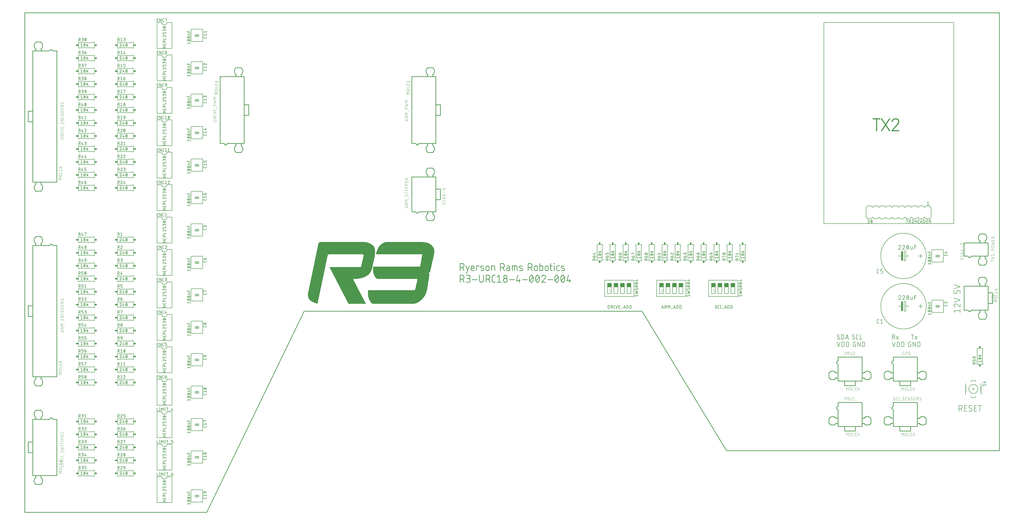
<source format=gbr>
G04 EAGLE Gerber X2 export*
G75*
%MOIN*%
%FSLAX34Y34*%
%LPD*%
%AMOC8*
5,1,8,0,0,1.08239X$1,22.5*%
G01*
%ADD10C,0.008000*%
%ADD11C,0.006000*%
%ADD12C,0.016000*%
%ADD13C,0.010000*%
%ADD14R,0.614000X0.001000*%
%ADD15R,0.628000X0.001000*%
%ADD16R,0.002000X0.001000*%
%ADD17R,0.264000X0.001000*%
%ADD18R,0.638000X0.001000*%
%ADD19R,0.006000X0.001000*%
%ADD20R,0.265000X0.001000*%
%ADD21R,0.645000X0.001000*%
%ADD22R,0.010000X0.001000*%
%ADD23R,0.653000X0.001000*%
%ADD24R,0.013000X0.001000*%
%ADD25R,0.659000X0.001000*%
%ADD26R,0.016000X0.001000*%
%ADD27R,0.664000X0.001000*%
%ADD28R,0.019000X0.001000*%
%ADD29R,0.670000X0.001000*%
%ADD30R,0.022000X0.001000*%
%ADD31R,0.674000X0.001000*%
%ADD32R,0.026000X0.001000*%
%ADD33R,0.679000X0.001000*%
%ADD34R,0.029000X0.001000*%
%ADD35R,0.684000X0.001000*%
%ADD36R,0.031000X0.001000*%
%ADD37R,0.687000X0.001000*%
%ADD38R,0.034000X0.001000*%
%ADD39R,0.691000X0.001000*%
%ADD40R,0.038000X0.001000*%
%ADD41R,0.696000X0.001000*%
%ADD42R,0.040000X0.001000*%
%ADD43R,0.699000X0.001000*%
%ADD44R,0.043000X0.001000*%
%ADD45R,0.703000X0.001000*%
%ADD46R,0.045000X0.001000*%
%ADD47R,0.706000X0.001000*%
%ADD48R,0.048000X0.001000*%
%ADD49R,0.710000X0.001000*%
%ADD50R,0.051000X0.001000*%
%ADD51R,0.713000X0.001000*%
%ADD52R,0.054000X0.001000*%
%ADD53R,0.715000X0.001000*%
%ADD54R,0.056000X0.001000*%
%ADD55R,0.718000X0.001000*%
%ADD56R,0.059000X0.001000*%
%ADD57R,0.721000X0.001000*%
%ADD58R,0.061000X0.001000*%
%ADD59R,0.724000X0.001000*%
%ADD60R,0.064000X0.001000*%
%ADD61R,0.727000X0.001000*%
%ADD62R,0.067000X0.001000*%
%ADD63R,0.730000X0.001000*%
%ADD64R,0.069000X0.001000*%
%ADD65R,0.732000X0.001000*%
%ADD66R,0.071000X0.001000*%
%ADD67R,0.734000X0.001000*%
%ADD68R,0.074000X0.001000*%
%ADD69R,0.737000X0.001000*%
%ADD70R,0.077000X0.001000*%
%ADD71R,0.739000X0.001000*%
%ADD72R,0.079000X0.001000*%
%ADD73R,0.741000X0.001000*%
%ADD74R,0.081000X0.001000*%
%ADD75R,0.744000X0.001000*%
%ADD76R,0.084000X0.001000*%
%ADD77R,0.746000X0.001000*%
%ADD78R,0.087000X0.001000*%
%ADD79R,0.748000X0.001000*%
%ADD80R,0.089000X0.001000*%
%ADD81R,0.751000X0.001000*%
%ADD82R,0.091000X0.001000*%
%ADD83R,0.752000X0.001000*%
%ADD84R,0.093000X0.001000*%
%ADD85R,0.755000X0.001000*%
%ADD86R,0.094000X0.001000*%
%ADD87R,0.757000X0.001000*%
%ADD88R,0.097000X0.001000*%
%ADD89R,0.759000X0.001000*%
%ADD90R,0.099000X0.001000*%
%ADD91R,0.761000X0.001000*%
%ADD92R,0.101000X0.001000*%
%ADD93R,0.762000X0.001000*%
%ADD94R,0.102000X0.001000*%
%ADD95R,0.765000X0.001000*%
%ADD96R,0.104000X0.001000*%
%ADD97R,0.767000X0.001000*%
%ADD98R,0.106000X0.001000*%
%ADD99R,0.768000X0.001000*%
%ADD100R,0.108000X0.001000*%
%ADD101R,0.771000X0.001000*%
%ADD102R,0.109000X0.001000*%
%ADD103R,0.772000X0.001000*%
%ADD104R,0.110000X0.001000*%
%ADD105R,0.774000X0.001000*%
%ADD106R,0.112000X0.001000*%
%ADD107R,0.775000X0.001000*%
%ADD108R,0.114000X0.001000*%
%ADD109R,0.777000X0.001000*%
%ADD110R,0.115000X0.001000*%
%ADD111R,0.779000X0.001000*%
%ADD112R,0.116000X0.001000*%
%ADD113R,0.781000X0.001000*%
%ADD114R,0.118000X0.001000*%
%ADD115R,0.782000X0.001000*%
%ADD116R,0.120000X0.001000*%
%ADD117R,0.784000X0.001000*%
%ADD118R,0.121000X0.001000*%
%ADD119R,0.785000X0.001000*%
%ADD120R,0.122000X0.001000*%
%ADD121R,0.787000X0.001000*%
%ADD122R,0.123000X0.001000*%
%ADD123R,0.788000X0.001000*%
%ADD124R,0.124000X0.001000*%
%ADD125R,0.791000X0.001000*%
%ADD126R,0.126000X0.001000*%
%ADD127R,0.792000X0.001000*%
%ADD128R,0.127000X0.001000*%
%ADD129R,0.794000X0.001000*%
%ADD130R,0.128000X0.001000*%
%ADD131R,0.795000X0.001000*%
%ADD132R,0.129000X0.001000*%
%ADD133R,0.797000X0.001000*%
%ADD134R,0.130000X0.001000*%
%ADD135R,0.798000X0.001000*%
%ADD136R,0.132000X0.001000*%
%ADD137R,0.800000X0.001000*%
%ADD138R,0.133000X0.001000*%
%ADD139R,0.801000X0.001000*%
%ADD140R,0.134000X0.001000*%
%ADD141R,0.803000X0.001000*%
%ADD142R,0.804000X0.001000*%
%ADD143R,0.135000X0.001000*%
%ADD144R,0.806000X0.001000*%
%ADD145R,0.137000X0.001000*%
%ADD146R,0.807000X0.001000*%
%ADD147R,0.138000X0.001000*%
%ADD148R,0.809000X0.001000*%
%ADD149R,0.139000X0.001000*%
%ADD150R,0.810000X0.001000*%
%ADD151R,0.812000X0.001000*%
%ADD152R,0.141000X0.001000*%
%ADD153R,0.813000X0.001000*%
%ADD154R,0.142000X0.001000*%
%ADD155R,0.814000X0.001000*%
%ADD156R,0.816000X0.001000*%
%ADD157R,0.143000X0.001000*%
%ADD158R,0.817000X0.001000*%
%ADD159R,0.144000X0.001000*%
%ADD160R,0.819000X0.001000*%
%ADD161R,0.145000X0.001000*%
%ADD162R,0.820000X0.001000*%
%ADD163R,0.146000X0.001000*%
%ADD164R,0.822000X0.001000*%
%ADD165R,0.147000X0.001000*%
%ADD166R,0.823000X0.001000*%
%ADD167R,0.825000X0.001000*%
%ADD168R,0.148000X0.001000*%
%ADD169R,0.826000X0.001000*%
%ADD170R,0.149000X0.001000*%
%ADD171R,0.827000X0.001000*%
%ADD172R,0.150000X0.001000*%
%ADD173R,0.829000X0.001000*%
%ADD174R,0.151000X0.001000*%
%ADD175R,0.831000X0.001000*%
%ADD176R,0.152000X0.001000*%
%ADD177R,0.832000X0.001000*%
%ADD178R,0.153000X0.001000*%
%ADD179R,0.834000X0.001000*%
%ADD180R,0.154000X0.001000*%
%ADD181R,0.835000X0.001000*%
%ADD182R,0.836000X0.001000*%
%ADD183R,0.838000X0.001000*%
%ADD184R,0.156000X0.001000*%
%ADD185R,0.839000X0.001000*%
%ADD186R,0.157000X0.001000*%
%ADD187R,0.841000X0.001000*%
%ADD188R,0.842000X0.001000*%
%ADD189R,0.158000X0.001000*%
%ADD190R,0.843000X0.001000*%
%ADD191R,0.159000X0.001000*%
%ADD192R,0.844000X0.001000*%
%ADD193R,0.845000X0.001000*%
%ADD194R,0.160000X0.001000*%
%ADD195R,0.846000X0.001000*%
%ADD196R,0.847000X0.001000*%
%ADD197R,0.849000X0.001000*%
%ADD198R,0.162000X0.001000*%
%ADD199R,0.850000X0.001000*%
%ADD200R,0.851000X0.001000*%
%ADD201R,0.163000X0.001000*%
%ADD202R,0.852000X0.001000*%
%ADD203R,0.853000X0.001000*%
%ADD204R,0.164000X0.001000*%
%ADD205R,0.854000X0.001000*%
%ADD206R,0.165000X0.001000*%
%ADD207R,0.855000X0.001000*%
%ADD208R,0.856000X0.001000*%
%ADD209R,0.166000X0.001000*%
%ADD210R,0.858000X0.001000*%
%ADD211R,0.167000X0.001000*%
%ADD212R,0.859000X0.001000*%
%ADD213R,0.860000X0.001000*%
%ADD214R,0.861000X0.001000*%
%ADD215R,0.168000X0.001000*%
%ADD216R,0.862000X0.001000*%
%ADD217R,0.169000X0.001000*%
%ADD218R,0.863000X0.001000*%
%ADD219R,0.864000X0.001000*%
%ADD220R,0.865000X0.001000*%
%ADD221R,0.170000X0.001000*%
%ADD222R,0.866000X0.001000*%
%ADD223R,0.171000X0.001000*%
%ADD224R,0.868000X0.001000*%
%ADD225R,0.869000X0.001000*%
%ADD226R,0.172000X0.001000*%
%ADD227R,0.870000X0.001000*%
%ADD228R,0.871000X0.001000*%
%ADD229R,0.173000X0.001000*%
%ADD230R,0.872000X0.001000*%
%ADD231R,0.174000X0.001000*%
%ADD232R,0.874000X0.001000*%
%ADD233R,0.875000X0.001000*%
%ADD234R,0.175000X0.001000*%
%ADD235R,0.876000X0.001000*%
%ADD236R,0.877000X0.001000*%
%ADD237R,0.878000X0.001000*%
%ADD238R,0.176000X0.001000*%
%ADD239R,0.879000X0.001000*%
%ADD240R,0.880000X0.001000*%
%ADD241R,0.881000X0.001000*%
%ADD242R,0.177000X0.001000*%
%ADD243R,0.882000X0.001000*%
%ADD244R,0.883000X0.001000*%
%ADD245R,0.884000X0.001000*%
%ADD246R,0.885000X0.001000*%
%ADD247R,0.886000X0.001000*%
%ADD248R,0.178000X0.001000*%
%ADD249R,0.887000X0.001000*%
%ADD250R,0.888000X0.001000*%
%ADD251R,0.889000X0.001000*%
%ADD252R,0.890000X0.001000*%
%ADD253R,0.891000X0.001000*%
%ADD254R,0.892000X0.001000*%
%ADD255R,0.893000X0.001000*%
%ADD256R,0.894000X0.001000*%
%ADD257R,0.895000X0.001000*%
%ADD258R,0.896000X0.001000*%
%ADD259R,0.897000X0.001000*%
%ADD260R,0.898000X0.001000*%
%ADD261R,0.899000X0.001000*%
%ADD262R,0.900000X0.001000*%
%ADD263R,0.901000X0.001000*%
%ADD264R,0.902000X0.001000*%
%ADD265R,0.903000X0.001000*%
%ADD266R,0.904000X0.001000*%
%ADD267R,0.905000X0.001000*%
%ADD268R,0.183000X0.001000*%
%ADD269R,0.184000X0.001000*%
%ADD270R,0.266000X0.001000*%
%ADD271R,0.182000X0.001000*%
%ADD272R,0.181000X0.001000*%
%ADD273R,0.180000X0.001000*%
%ADD274R,0.179000X0.001000*%
%ADD275R,0.267000X0.001000*%
%ADD276R,0.268000X0.001000*%
%ADD277R,0.269000X0.001000*%
%ADD278R,0.271000X0.001000*%
%ADD279R,0.273000X0.001000*%
%ADD280R,0.275000X0.001000*%
%ADD281R,0.276000X0.001000*%
%ADD282R,0.279000X0.001000*%
%ADD283R,0.281000X0.001000*%
%ADD284R,0.286000X0.001000*%
%ADD285R,0.186000X0.001000*%
%ADD286R,0.316000X0.001000*%
%ADD287R,0.789000X0.001000*%
%ADD288R,0.334000X0.001000*%
%ADD289R,0.344000X0.001000*%
%ADD290R,0.354000X0.001000*%
%ADD291R,0.361000X0.001000*%
%ADD292R,0.368000X0.001000*%
%ADD293R,0.802000X0.001000*%
%ADD294R,0.374000X0.001000*%
%ADD295R,0.381000X0.001000*%
%ADD296R,0.805000X0.001000*%
%ADD297R,0.386000X0.001000*%
%ADD298R,0.391000X0.001000*%
%ADD299R,0.808000X0.001000*%
%ADD300R,0.396000X0.001000*%
%ADD301R,0.401000X0.001000*%
%ADD302R,0.811000X0.001000*%
%ADD303R,0.405000X0.001000*%
%ADD304R,0.410000X0.001000*%
%ADD305R,0.413000X0.001000*%
%ADD306R,0.418000X0.001000*%
%ADD307R,0.815000X0.001000*%
%ADD308R,0.421000X0.001000*%
%ADD309R,0.425000X0.001000*%
%ADD310R,0.818000X0.001000*%
%ADD311R,0.428000X0.001000*%
%ADD312R,0.432000X0.001000*%
%ADD313R,0.436000X0.001000*%
%ADD314R,0.821000X0.001000*%
%ADD315R,0.439000X0.001000*%
%ADD316R,0.443000X0.001000*%
%ADD317R,0.445000X0.001000*%
%ADD318R,0.449000X0.001000*%
%ADD319R,0.451000X0.001000*%
%ADD320R,0.455000X0.001000*%
%ADD321R,0.457000X0.001000*%
%ADD322R,0.828000X0.001000*%
%ADD323R,0.461000X0.001000*%
%ADD324R,0.463000X0.001000*%
%ADD325R,0.830000X0.001000*%
%ADD326R,0.466000X0.001000*%
%ADD327R,0.468000X0.001000*%
%ADD328R,0.471000X0.001000*%
%ADD329R,0.473000X0.001000*%
%ADD330R,0.833000X0.001000*%
%ADD331R,0.476000X0.001000*%
%ADD332R,0.478000X0.001000*%
%ADD333R,0.481000X0.001000*%
%ADD334R,0.483000X0.001000*%
%ADD335R,0.837000X0.001000*%
%ADD336R,0.486000X0.001000*%
%ADD337R,0.488000X0.001000*%
%ADD338R,0.491000X0.001000*%
%ADD339R,0.492000X0.001000*%
%ADD340R,0.495000X0.001000*%
%ADD341R,0.840000X0.001000*%
%ADD342R,0.497000X0.001000*%
%ADD343R,0.499000X0.001000*%
%ADD344R,0.502000X0.001000*%
%ADD345R,0.503000X0.001000*%
%ADD346R,0.506000X0.001000*%
%ADD347R,0.508000X0.001000*%
%ADD348R,0.510000X0.001000*%
%ADD349R,0.512000X0.001000*%
%ADD350R,0.514000X0.001000*%
%ADD351R,0.515000X0.001000*%
%ADD352R,0.518000X0.001000*%
%ADD353R,0.519000X0.001000*%
%ADD354R,0.848000X0.001000*%
%ADD355R,0.521000X0.001000*%
%ADD356R,0.523000X0.001000*%
%ADD357R,0.525000X0.001000*%
%ADD358R,0.526000X0.001000*%
%ADD359R,0.529000X0.001000*%
%ADD360R,0.530000X0.001000*%
%ADD361R,0.532000X0.001000*%
%ADD362R,0.533000X0.001000*%
%ADD363R,0.535000X0.001000*%
%ADD364R,0.537000X0.001000*%
%ADD365R,0.539000X0.001000*%
%ADD366R,0.540000X0.001000*%
%ADD367R,0.542000X0.001000*%
%ADD368R,0.543000X0.001000*%
%ADD369R,0.545000X0.001000*%
%ADD370R,0.546000X0.001000*%
%ADD371R,0.548000X0.001000*%
%ADD372R,0.550000X0.001000*%
%ADD373R,0.857000X0.001000*%
%ADD374R,0.551000X0.001000*%
%ADD375R,0.553000X0.001000*%
%ADD376R,0.554000X0.001000*%
%ADD377R,0.556000X0.001000*%
%ADD378R,0.557000X0.001000*%
%ADD379R,0.559000X0.001000*%
%ADD380R,0.560000X0.001000*%
%ADD381R,0.562000X0.001000*%
%ADD382R,0.563000X0.001000*%
%ADD383R,0.565000X0.001000*%
%ADD384R,0.566000X0.001000*%
%ADD385R,0.567000X0.001000*%
%ADD386R,0.568000X0.001000*%
%ADD387R,0.570000X0.001000*%
%ADD388R,0.571000X0.001000*%
%ADD389R,0.573000X0.001000*%
%ADD390R,0.574000X0.001000*%
%ADD391R,0.575000X0.001000*%
%ADD392R,0.576000X0.001000*%
%ADD393R,0.578000X0.001000*%
%ADD394R,0.579000X0.001000*%
%ADD395R,0.580000X0.001000*%
%ADD396R,0.581000X0.001000*%
%ADD397R,0.583000X0.001000*%
%ADD398R,0.585000X0.001000*%
%ADD399R,0.867000X0.001000*%
%ADD400R,0.587000X0.001000*%
%ADD401R,0.588000X0.001000*%
%ADD402R,0.589000X0.001000*%
%ADD403R,0.590000X0.001000*%
%ADD404R,0.592000X0.001000*%
%ADD405R,0.873000X0.001000*%
%ADD406R,0.594000X0.001000*%
%ADD407R,0.596000X0.001000*%
%ADD408R,0.597000X0.001000*%
%ADD409R,0.598000X0.001000*%
%ADD410R,0.599000X0.001000*%
%ADD411R,0.600000X0.001000*%
%ADD412R,0.601000X0.001000*%
%ADD413R,0.603000X0.001000*%
%ADD414R,0.605000X0.001000*%
%ADD415R,0.607000X0.001000*%
%ADD416R,0.609000X0.001000*%
%ADD417R,0.611000X0.001000*%
%ADD418R,0.612000X0.001000*%
%ADD419R,0.613000X0.001000*%
%ADD420R,0.615000X0.001000*%
%ADD421R,0.616000X0.001000*%
%ADD422R,0.618000X0.001000*%
%ADD423R,0.620000X0.001000*%
%ADD424R,0.622000X0.001000*%
%ADD425R,0.623000X0.001000*%
%ADD426R,0.624000X0.001000*%
%ADD427R,0.625000X0.001000*%
%ADD428R,0.626000X0.001000*%
%ADD429R,0.627000X0.001000*%
%ADD430R,0.629000X0.001000*%
%ADD431R,0.630000X0.001000*%
%ADD432R,0.631000X0.001000*%
%ADD433R,0.632000X0.001000*%
%ADD434R,0.634000X0.001000*%
%ADD435R,0.635000X0.001000*%
%ADD436R,0.637000X0.001000*%
%ADD437R,0.640000X0.001000*%
%ADD438R,0.641000X0.001000*%
%ADD439R,0.642000X0.001000*%
%ADD440R,0.643000X0.001000*%
%ADD441R,0.644000X0.001000*%
%ADD442R,0.646000X0.001000*%
%ADD443R,0.647000X0.001000*%
%ADD444R,0.648000X0.001000*%
%ADD445R,0.649000X0.001000*%
%ADD446R,0.650000X0.001000*%
%ADD447R,0.651000X0.001000*%
%ADD448R,0.652000X0.001000*%
%ADD449R,0.654000X0.001000*%
%ADD450R,0.472000X0.001000*%
%ADD451R,0.185000X0.001000*%
%ADD452R,0.188000X0.001000*%
%ADD453R,0.190000X0.001000*%
%ADD454R,0.192000X0.001000*%
%ADD455R,0.187000X0.001000*%
%ADD456R,0.194000X0.001000*%
%ADD457R,0.189000X0.001000*%
%ADD458R,0.199000X0.001000*%
%ADD459R,0.824000X0.001000*%
%ADD460R,0.799000X0.001000*%
%ADD461R,0.793000X0.001000*%
%ADD462R,0.786000X0.001000*%
%ADD463R,0.780000X0.001000*%
%ADD464R,0.778000X0.001000*%
%ADD465R,0.773000X0.001000*%
%ADD466R,0.769000X0.001000*%
%ADD467R,0.763000X0.001000*%
%ADD468R,0.758000X0.001000*%
%ADD469R,0.750000X0.001000*%
%ADD470R,0.743000X0.001000*%
%ADD471R,0.796000X0.001000*%
%ADD472R,0.728000X0.001000*%
%ADD473R,0.717000X0.001000*%
%ADD474R,0.783000X0.001000*%
%ADD475R,0.708000X0.001000*%
%ADD476R,0.705000X0.001000*%
%ADD477R,0.701000X0.001000*%
%ADD478R,0.692000X0.001000*%
%ADD479R,0.766000X0.001000*%
%ADD480R,0.682000X0.001000*%
%ADD481R,0.677000X0.001000*%
%ADD482R,0.671000X0.001000*%
%ADD483R,0.665000X0.001000*%
%ADD484R,0.747000X0.001000*%
%ADD485R,0.742000X0.001000*%
%ADD486R,0.738000X0.001000*%
%ADD487R,0.733000X0.001000*%
%ADD488R,0.726000X0.001000*%
%ADD489R,0.610000X0.001000*%
%ADD490R,0.714000X0.001000*%
%ADD491R,0.584000X0.001000*%
%ADD492R,0.697000X0.001000*%
%ADD493R,0.685000X0.001000*%
%ADD494R,0.538000X0.001000*%
%ADD495C,0.003000*%
%ADD496R,0.060000X0.060000*%
%ADD497C,0.005000*%
%ADD498C,0.004000*%
%ADD499R,0.034000X0.024000*%
%ADD500C,0.002000*%
%ADD501C,0.007000*%
%ADD502R,0.025000X0.150000*%
%ADD503R,0.024000X0.034000*%
%ADD504C,0.010000*%


D10*
X143790Y15540D02*
X143790Y16460D01*
X144046Y16460D01*
X144077Y16458D01*
X144107Y16453D01*
X144137Y16443D01*
X144165Y16431D01*
X144191Y16415D01*
X144216Y16396D01*
X144238Y16374D01*
X144257Y16349D01*
X144273Y16323D01*
X144285Y16295D01*
X144295Y16265D01*
X144300Y16235D01*
X144302Y16204D01*
X144300Y16173D01*
X144295Y16143D01*
X144285Y16113D01*
X144273Y16085D01*
X144257Y16059D01*
X144238Y16034D01*
X144216Y16012D01*
X144191Y15993D01*
X144165Y15977D01*
X144137Y15965D01*
X144107Y15955D01*
X144077Y15950D01*
X144046Y15948D01*
X144046Y15949D02*
X143790Y15949D01*
X144097Y15949D02*
X144301Y15540D01*
X144638Y15540D02*
X145047Y15540D01*
X144638Y15540D02*
X144638Y16460D01*
X145047Y16460D01*
X144945Y16051D02*
X144638Y16051D01*
X145601Y15540D02*
X145628Y15542D01*
X145654Y15547D01*
X145679Y15556D01*
X145703Y15567D01*
X145725Y15582D01*
X145745Y15600D01*
X145763Y15620D01*
X145778Y15642D01*
X145789Y15666D01*
X145798Y15691D01*
X145803Y15717D01*
X145805Y15744D01*
X145601Y15540D02*
X145563Y15542D01*
X145526Y15547D01*
X145489Y15555D01*
X145452Y15566D01*
X145418Y15581D01*
X145384Y15598D01*
X145352Y15619D01*
X145322Y15642D01*
X145294Y15668D01*
X145320Y16256D02*
X145322Y16283D01*
X145327Y16309D01*
X145336Y16334D01*
X145347Y16358D01*
X145362Y16380D01*
X145380Y16400D01*
X145400Y16418D01*
X145422Y16433D01*
X145446Y16444D01*
X145471Y16453D01*
X145497Y16458D01*
X145524Y16460D01*
X145559Y16458D01*
X145594Y16454D01*
X145628Y16446D01*
X145662Y16434D01*
X145694Y16420D01*
X145725Y16403D01*
X145754Y16383D01*
X145422Y16077D02*
X145400Y16092D01*
X145380Y16110D01*
X145362Y16130D01*
X145347Y16153D01*
X145336Y16177D01*
X145327Y16203D01*
X145322Y16229D01*
X145320Y16256D01*
X145704Y15923D02*
X145726Y15908D01*
X145746Y15890D01*
X145764Y15870D01*
X145779Y15847D01*
X145790Y15823D01*
X145799Y15797D01*
X145804Y15771D01*
X145806Y15744D01*
X145703Y15923D02*
X145422Y16077D01*
X146117Y15540D02*
X146526Y15540D01*
X146117Y15540D02*
X146117Y16460D01*
X146526Y16460D01*
X146424Y16051D02*
X146117Y16051D01*
X147002Y16460D02*
X147002Y15540D01*
X146747Y16460D02*
X147258Y16460D01*
D11*
X123000Y44500D02*
X123000Y75500D01*
X123000Y44500D02*
X143000Y44500D01*
X143000Y75500D01*
X123000Y75500D01*
D12*
X131091Y60670D02*
X131091Y58830D01*
X130580Y60670D02*
X131602Y60670D01*
X133104Y60670D02*
X131878Y58830D01*
X133104Y58830D02*
X131878Y60670D01*
X134042Y60670D02*
X134082Y60668D01*
X134122Y60663D01*
X134161Y60654D01*
X134199Y60642D01*
X134236Y60627D01*
X134272Y60608D01*
X134306Y60587D01*
X134338Y60562D01*
X134367Y60535D01*
X134394Y60506D01*
X134419Y60474D01*
X134440Y60440D01*
X134459Y60404D01*
X134474Y60367D01*
X134486Y60329D01*
X134495Y60290D01*
X134500Y60250D01*
X134502Y60210D01*
X134042Y60670D02*
X133996Y60668D01*
X133949Y60663D01*
X133904Y60654D01*
X133859Y60641D01*
X133816Y60625D01*
X133774Y60605D01*
X133733Y60583D01*
X133694Y60557D01*
X133658Y60528D01*
X133624Y60497D01*
X133592Y60463D01*
X133564Y60426D01*
X133538Y60387D01*
X133515Y60347D01*
X133496Y60305D01*
X133480Y60261D01*
X134349Y59852D02*
X134377Y59881D01*
X134402Y59912D01*
X134425Y59945D01*
X134445Y59979D01*
X134462Y60015D01*
X134476Y60053D01*
X134487Y60091D01*
X134496Y60130D01*
X134500Y60170D01*
X134502Y60210D01*
X134349Y59852D02*
X133480Y58830D01*
X134502Y58830D01*
D10*
X143040Y31046D02*
X143244Y30790D01*
X143040Y31046D02*
X143960Y31046D01*
X143960Y31301D02*
X143960Y30790D01*
X143040Y31893D02*
X143042Y31921D01*
X143047Y31948D01*
X143055Y31975D01*
X143066Y32000D01*
X143081Y32024D01*
X143098Y32046D01*
X143117Y32065D01*
X143139Y32082D01*
X143163Y32097D01*
X143188Y32108D01*
X143215Y32116D01*
X143242Y32121D01*
X143270Y32123D01*
X143040Y31893D02*
X143042Y31859D01*
X143048Y31826D01*
X143057Y31794D01*
X143070Y31763D01*
X143087Y31733D01*
X143107Y31706D01*
X143130Y31681D01*
X143155Y31659D01*
X143183Y31640D01*
X143213Y31625D01*
X143244Y31612D01*
X143449Y32046D02*
X143428Y32066D01*
X143405Y32083D01*
X143380Y32097D01*
X143354Y32108D01*
X143327Y32116D01*
X143299Y32121D01*
X143270Y32123D01*
X143449Y32046D02*
X143960Y31612D01*
X143960Y32123D01*
X143960Y32690D02*
X143040Y32383D01*
X143040Y32996D02*
X143960Y32690D01*
X143960Y33694D02*
X143960Y34001D01*
X143958Y34028D01*
X143953Y34054D01*
X143944Y34079D01*
X143933Y34103D01*
X143918Y34125D01*
X143900Y34145D01*
X143880Y34163D01*
X143858Y34178D01*
X143834Y34189D01*
X143809Y34198D01*
X143783Y34203D01*
X143756Y34205D01*
X143756Y34206D02*
X143653Y34206D01*
X143653Y34205D02*
X143626Y34203D01*
X143600Y34198D01*
X143575Y34189D01*
X143551Y34178D01*
X143529Y34163D01*
X143509Y34145D01*
X143491Y34125D01*
X143476Y34103D01*
X143465Y34079D01*
X143456Y34054D01*
X143451Y34028D01*
X143449Y34001D01*
X143449Y33694D01*
X143040Y33694D01*
X143040Y34206D01*
X143040Y34465D02*
X143960Y34772D01*
X143040Y35079D01*
D11*
X125419Y26826D02*
X125417Y26802D01*
X125411Y26778D01*
X125402Y26755D01*
X125389Y26734D01*
X125373Y26716D01*
X125355Y26700D01*
X125334Y26687D01*
X125311Y26678D01*
X125287Y26672D01*
X125263Y26670D01*
X125231Y26672D01*
X125198Y26676D01*
X125167Y26684D01*
X125136Y26695D01*
X125107Y26709D01*
X125079Y26726D01*
X125053Y26745D01*
X125029Y26767D01*
X125049Y27214D02*
X125051Y27236D01*
X125055Y27258D01*
X125063Y27279D01*
X125074Y27298D01*
X125087Y27316D01*
X125103Y27332D01*
X125121Y27345D01*
X125140Y27356D01*
X125161Y27364D01*
X125183Y27368D01*
X125205Y27370D01*
X125236Y27368D01*
X125267Y27363D01*
X125297Y27355D01*
X125326Y27344D01*
X125354Y27329D01*
X125380Y27312D01*
X125127Y27078D02*
X125108Y27091D01*
X125090Y27107D01*
X125076Y27126D01*
X125064Y27146D01*
X125056Y27168D01*
X125051Y27191D01*
X125049Y27214D01*
X125341Y26962D02*
X125360Y26949D01*
X125378Y26933D01*
X125392Y26914D01*
X125404Y26894D01*
X125412Y26872D01*
X125417Y26849D01*
X125419Y26826D01*
X125341Y26962D02*
X125127Y27078D01*
X125689Y27370D02*
X125689Y26670D01*
X125689Y27370D02*
X125884Y27370D01*
X125912Y27368D01*
X125939Y27362D01*
X125965Y27352D01*
X125989Y27339D01*
X126011Y27323D01*
X126031Y27303D01*
X126047Y27281D01*
X126060Y27257D01*
X126070Y27231D01*
X126076Y27204D01*
X126078Y27176D01*
X126078Y26864D01*
X126076Y26836D01*
X126070Y26809D01*
X126060Y26783D01*
X126047Y26759D01*
X126031Y26737D01*
X126011Y26717D01*
X125989Y26701D01*
X125965Y26688D01*
X125939Y26678D01*
X125912Y26672D01*
X125884Y26670D01*
X125689Y26670D01*
X126332Y26670D02*
X126565Y27370D01*
X126799Y26670D01*
X126740Y26845D02*
X126390Y26845D01*
X127593Y26670D02*
X127617Y26672D01*
X127641Y26678D01*
X127664Y26687D01*
X127685Y26700D01*
X127703Y26716D01*
X127719Y26734D01*
X127732Y26755D01*
X127741Y26778D01*
X127747Y26802D01*
X127749Y26826D01*
X127593Y26670D02*
X127561Y26672D01*
X127528Y26676D01*
X127497Y26684D01*
X127466Y26695D01*
X127437Y26709D01*
X127409Y26726D01*
X127383Y26745D01*
X127359Y26767D01*
X127379Y27214D02*
X127381Y27236D01*
X127385Y27258D01*
X127393Y27279D01*
X127404Y27298D01*
X127417Y27316D01*
X127433Y27332D01*
X127451Y27345D01*
X127470Y27356D01*
X127491Y27364D01*
X127513Y27368D01*
X127535Y27370D01*
X127566Y27368D01*
X127597Y27363D01*
X127627Y27355D01*
X127656Y27344D01*
X127684Y27329D01*
X127710Y27312D01*
X127458Y27078D02*
X127439Y27091D01*
X127421Y27107D01*
X127407Y27126D01*
X127395Y27146D01*
X127387Y27168D01*
X127382Y27191D01*
X127380Y27214D01*
X127671Y26962D02*
X127690Y26949D01*
X127708Y26933D01*
X127722Y26914D01*
X127734Y26894D01*
X127742Y26872D01*
X127747Y26849D01*
X127749Y26826D01*
X127671Y26962D02*
X127457Y27078D01*
X128152Y26670D02*
X128307Y26670D01*
X128152Y26670D02*
X128130Y26672D01*
X128108Y26676D01*
X128087Y26684D01*
X128068Y26695D01*
X128050Y26708D01*
X128034Y26724D01*
X128021Y26742D01*
X128010Y26761D01*
X128002Y26782D01*
X127998Y26804D01*
X127996Y26826D01*
X127996Y27214D01*
X127998Y27238D01*
X128004Y27262D01*
X128013Y27285D01*
X128026Y27306D01*
X128042Y27324D01*
X128060Y27340D01*
X128081Y27353D01*
X128104Y27362D01*
X128128Y27368D01*
X128152Y27370D01*
X128307Y27370D01*
X128570Y27370D02*
X128570Y26670D01*
X128881Y26670D01*
X125263Y25530D02*
X125030Y26230D01*
X125497Y26230D02*
X125263Y25530D01*
X125750Y25530D02*
X125750Y26230D01*
X125945Y26230D01*
X125973Y26228D01*
X126000Y26222D01*
X126026Y26212D01*
X126050Y26199D01*
X126072Y26183D01*
X126092Y26163D01*
X126108Y26141D01*
X126121Y26117D01*
X126131Y26091D01*
X126137Y26064D01*
X126139Y26036D01*
X126139Y25724D01*
X126137Y25696D01*
X126131Y25669D01*
X126121Y25643D01*
X126108Y25619D01*
X126092Y25597D01*
X126072Y25577D01*
X126050Y25561D01*
X126026Y25548D01*
X126000Y25538D01*
X125973Y25532D01*
X125945Y25530D01*
X125750Y25530D01*
X126454Y25530D02*
X126454Y26230D01*
X126648Y26230D01*
X126676Y26228D01*
X126703Y26222D01*
X126729Y26212D01*
X126753Y26199D01*
X126775Y26183D01*
X126795Y26163D01*
X126811Y26141D01*
X126824Y26117D01*
X126834Y26091D01*
X126840Y26064D01*
X126842Y26036D01*
X126843Y26036D02*
X126843Y25724D01*
X126842Y25724D02*
X126840Y25696D01*
X126834Y25669D01*
X126824Y25643D01*
X126811Y25619D01*
X126795Y25597D01*
X126775Y25577D01*
X126753Y25561D01*
X126729Y25548D01*
X126703Y25538D01*
X126676Y25532D01*
X126648Y25530D01*
X126454Y25530D01*
X127781Y25919D02*
X127898Y25919D01*
X127898Y25530D01*
X127664Y25530D01*
X127642Y25532D01*
X127620Y25536D01*
X127599Y25544D01*
X127580Y25555D01*
X127562Y25568D01*
X127546Y25584D01*
X127533Y25602D01*
X127522Y25621D01*
X127514Y25642D01*
X127510Y25664D01*
X127508Y25686D01*
X127509Y25686D02*
X127509Y26074D01*
X127508Y26074D02*
X127510Y26098D01*
X127516Y26122D01*
X127525Y26145D01*
X127538Y26166D01*
X127554Y26184D01*
X127572Y26200D01*
X127593Y26213D01*
X127616Y26222D01*
X127640Y26228D01*
X127664Y26230D01*
X127898Y26230D01*
X128212Y26230D02*
X128212Y25530D01*
X128601Y25530D02*
X128212Y26230D01*
X128601Y26230D02*
X128601Y25530D01*
X128916Y25530D02*
X128916Y26230D01*
X129110Y26230D01*
X129138Y26228D01*
X129165Y26222D01*
X129191Y26212D01*
X129215Y26199D01*
X129237Y26183D01*
X129257Y26163D01*
X129273Y26141D01*
X129286Y26117D01*
X129296Y26091D01*
X129302Y26064D01*
X129304Y26036D01*
X129305Y26036D02*
X129305Y25724D01*
X129304Y25724D02*
X129302Y25696D01*
X129296Y25669D01*
X129286Y25643D01*
X129273Y25619D01*
X129257Y25597D01*
X129237Y25577D01*
X129215Y25561D01*
X129191Y25548D01*
X129165Y25538D01*
X129138Y25532D01*
X129110Y25530D01*
X128916Y25530D01*
X133530Y26670D02*
X133530Y27370D01*
X133724Y27370D01*
X133752Y27368D01*
X133779Y27362D01*
X133805Y27352D01*
X133829Y27339D01*
X133851Y27323D01*
X133871Y27303D01*
X133887Y27281D01*
X133900Y27257D01*
X133910Y27231D01*
X133916Y27204D01*
X133918Y27176D01*
X133916Y27148D01*
X133910Y27121D01*
X133900Y27095D01*
X133887Y27071D01*
X133871Y27049D01*
X133851Y27029D01*
X133829Y27013D01*
X133805Y27000D01*
X133779Y26990D01*
X133752Y26984D01*
X133724Y26982D01*
X133724Y26981D02*
X133530Y26981D01*
X133763Y26981D02*
X133919Y26670D01*
X134159Y26670D02*
X134470Y27137D01*
X134159Y27137D02*
X134470Y26670D01*
X136623Y26670D02*
X136623Y27370D01*
X136817Y27370D02*
X136428Y27370D01*
X137017Y26670D02*
X137328Y27137D01*
X137017Y27137D02*
X137328Y26670D01*
X133763Y25530D02*
X133530Y26230D01*
X133997Y26230D02*
X133763Y25530D01*
X134250Y25530D02*
X134250Y26230D01*
X134445Y26230D01*
X134473Y26228D01*
X134500Y26222D01*
X134526Y26212D01*
X134550Y26199D01*
X134572Y26183D01*
X134592Y26163D01*
X134608Y26141D01*
X134621Y26117D01*
X134631Y26091D01*
X134637Y26064D01*
X134639Y26036D01*
X134639Y25724D01*
X134637Y25696D01*
X134631Y25669D01*
X134621Y25643D01*
X134608Y25619D01*
X134592Y25597D01*
X134572Y25577D01*
X134550Y25561D01*
X134526Y25548D01*
X134500Y25538D01*
X134473Y25532D01*
X134445Y25530D01*
X134250Y25530D01*
X134954Y25530D02*
X134954Y26230D01*
X135148Y26230D01*
X135176Y26228D01*
X135203Y26222D01*
X135229Y26212D01*
X135253Y26199D01*
X135275Y26183D01*
X135295Y26163D01*
X135311Y26141D01*
X135324Y26117D01*
X135334Y26091D01*
X135340Y26064D01*
X135342Y26036D01*
X135343Y26036D02*
X135343Y25724D01*
X135342Y25724D02*
X135340Y25696D01*
X135334Y25669D01*
X135324Y25643D01*
X135311Y25619D01*
X135295Y25597D01*
X135275Y25577D01*
X135253Y25561D01*
X135229Y25548D01*
X135203Y25538D01*
X135176Y25532D01*
X135148Y25530D01*
X134954Y25530D01*
X136281Y25919D02*
X136398Y25919D01*
X136398Y25530D01*
X136164Y25530D01*
X136142Y25532D01*
X136120Y25536D01*
X136099Y25544D01*
X136080Y25555D01*
X136062Y25568D01*
X136046Y25584D01*
X136033Y25602D01*
X136022Y25621D01*
X136014Y25642D01*
X136010Y25664D01*
X136008Y25686D01*
X136009Y25686D02*
X136009Y26074D01*
X136008Y26074D02*
X136010Y26098D01*
X136016Y26122D01*
X136025Y26145D01*
X136038Y26166D01*
X136054Y26184D01*
X136072Y26200D01*
X136093Y26213D01*
X136116Y26222D01*
X136140Y26228D01*
X136164Y26230D01*
X136398Y26230D01*
X136712Y26230D02*
X136712Y25530D01*
X137101Y25530D02*
X136712Y26230D01*
X137101Y26230D02*
X137101Y25530D01*
X137416Y25530D02*
X137416Y26230D01*
X137610Y26230D01*
X137638Y26228D01*
X137665Y26222D01*
X137691Y26212D01*
X137715Y26199D01*
X137737Y26183D01*
X137757Y26163D01*
X137773Y26141D01*
X137786Y26117D01*
X137796Y26091D01*
X137802Y26064D01*
X137804Y26036D01*
X137805Y26036D02*
X137805Y25724D01*
X137804Y25724D02*
X137802Y25696D01*
X137796Y25669D01*
X137786Y25643D01*
X137773Y25619D01*
X137757Y25597D01*
X137737Y25577D01*
X137715Y25561D01*
X137691Y25548D01*
X137665Y25538D01*
X137638Y25532D01*
X137610Y25530D01*
X137416Y25530D01*
D13*
X67000Y37240D02*
X67000Y38340D01*
X67306Y38340D01*
X67340Y38338D01*
X67374Y38332D01*
X67407Y38323D01*
X67439Y38310D01*
X67469Y38293D01*
X67497Y38273D01*
X67522Y38250D01*
X67545Y38225D01*
X67565Y38197D01*
X67582Y38167D01*
X67595Y38135D01*
X67604Y38102D01*
X67610Y38068D01*
X67612Y38034D01*
X67610Y38000D01*
X67604Y37966D01*
X67595Y37933D01*
X67582Y37901D01*
X67565Y37871D01*
X67545Y37843D01*
X67522Y37818D01*
X67497Y37795D01*
X67469Y37775D01*
X67439Y37758D01*
X67407Y37745D01*
X67374Y37736D01*
X67340Y37730D01*
X67306Y37728D01*
X67306Y37729D02*
X67000Y37729D01*
X67367Y37729D02*
X67611Y37240D01*
X67907Y36873D02*
X68029Y36873D01*
X68395Y37973D01*
X67907Y37973D02*
X68151Y37240D01*
X68874Y37240D02*
X69179Y37240D01*
X68874Y37240D02*
X68848Y37242D01*
X68822Y37247D01*
X68798Y37257D01*
X68775Y37269D01*
X68754Y37285D01*
X68736Y37303D01*
X68720Y37324D01*
X68708Y37347D01*
X68698Y37371D01*
X68693Y37397D01*
X68691Y37423D01*
X68691Y37729D01*
X68693Y37758D01*
X68698Y37787D01*
X68707Y37816D01*
X68719Y37842D01*
X68734Y37868D01*
X68752Y37891D01*
X68773Y37912D01*
X68796Y37930D01*
X68822Y37945D01*
X68848Y37957D01*
X68877Y37966D01*
X68906Y37971D01*
X68935Y37973D01*
X68964Y37971D01*
X68993Y37966D01*
X69022Y37957D01*
X69048Y37945D01*
X69074Y37930D01*
X69097Y37912D01*
X69118Y37891D01*
X69136Y37868D01*
X69151Y37842D01*
X69163Y37816D01*
X69172Y37787D01*
X69177Y37758D01*
X69179Y37729D01*
X69179Y37607D01*
X68691Y37607D01*
X69538Y37973D02*
X69538Y37240D01*
X69538Y37973D02*
X69905Y37973D01*
X69905Y37851D01*
X70256Y37668D02*
X70561Y37546D01*
X70256Y37668D02*
X70234Y37679D01*
X70215Y37693D01*
X70197Y37710D01*
X70182Y37729D01*
X70171Y37751D01*
X70163Y37774D01*
X70158Y37798D01*
X70157Y37822D01*
X70160Y37846D01*
X70167Y37869D01*
X70177Y37892D01*
X70190Y37912D01*
X70207Y37930D01*
X70225Y37945D01*
X70247Y37957D01*
X70269Y37966D01*
X70293Y37971D01*
X70317Y37973D01*
X70364Y37971D01*
X70411Y37965D01*
X70458Y37956D01*
X70503Y37945D01*
X70548Y37930D01*
X70592Y37912D01*
X70562Y37545D02*
X70584Y37534D01*
X70603Y37520D01*
X70621Y37503D01*
X70636Y37484D01*
X70647Y37462D01*
X70655Y37439D01*
X70660Y37415D01*
X70661Y37391D01*
X70658Y37367D01*
X70651Y37344D01*
X70641Y37321D01*
X70628Y37301D01*
X70611Y37283D01*
X70593Y37268D01*
X70571Y37256D01*
X70549Y37247D01*
X70525Y37242D01*
X70501Y37240D01*
X70500Y37240D02*
X70443Y37242D01*
X70386Y37248D01*
X70330Y37257D01*
X70274Y37268D01*
X70219Y37283D01*
X70164Y37301D01*
X70979Y37484D02*
X70979Y37729D01*
X70980Y37729D02*
X70982Y37758D01*
X70987Y37787D01*
X70996Y37816D01*
X71008Y37842D01*
X71023Y37868D01*
X71041Y37891D01*
X71062Y37912D01*
X71085Y37930D01*
X71111Y37945D01*
X71137Y37957D01*
X71166Y37966D01*
X71195Y37971D01*
X71224Y37973D01*
X71253Y37971D01*
X71282Y37966D01*
X71311Y37957D01*
X71337Y37945D01*
X71363Y37930D01*
X71386Y37912D01*
X71407Y37891D01*
X71425Y37868D01*
X71440Y37842D01*
X71452Y37816D01*
X71461Y37787D01*
X71466Y37758D01*
X71468Y37729D01*
X71468Y37484D01*
X71466Y37455D01*
X71461Y37426D01*
X71452Y37397D01*
X71440Y37371D01*
X71425Y37345D01*
X71407Y37322D01*
X71386Y37301D01*
X71363Y37283D01*
X71337Y37268D01*
X71311Y37256D01*
X71282Y37247D01*
X71253Y37242D01*
X71224Y37240D01*
X71195Y37242D01*
X71166Y37247D01*
X71137Y37256D01*
X71111Y37268D01*
X71085Y37283D01*
X71062Y37301D01*
X71041Y37322D01*
X71023Y37345D01*
X71008Y37371D01*
X70996Y37397D01*
X70987Y37426D01*
X70982Y37455D01*
X70980Y37484D01*
X71826Y37240D02*
X71826Y37973D01*
X72132Y37973D01*
X72158Y37971D01*
X72184Y37966D01*
X72208Y37956D01*
X72231Y37944D01*
X72252Y37928D01*
X72270Y37910D01*
X72286Y37889D01*
X72298Y37866D01*
X72308Y37842D01*
X72313Y37816D01*
X72315Y37790D01*
X72315Y37240D01*
X73208Y37240D02*
X73208Y38340D01*
X73514Y38340D01*
X73548Y38338D01*
X73582Y38332D01*
X73615Y38323D01*
X73647Y38310D01*
X73677Y38293D01*
X73705Y38273D01*
X73730Y38250D01*
X73753Y38225D01*
X73773Y38197D01*
X73790Y38167D01*
X73803Y38135D01*
X73812Y38102D01*
X73818Y38068D01*
X73820Y38034D01*
X73818Y38000D01*
X73812Y37966D01*
X73803Y37933D01*
X73790Y37901D01*
X73773Y37871D01*
X73753Y37843D01*
X73730Y37818D01*
X73705Y37795D01*
X73677Y37775D01*
X73647Y37758D01*
X73615Y37745D01*
X73582Y37736D01*
X73548Y37730D01*
X73514Y37728D01*
X73514Y37729D02*
X73208Y37729D01*
X73575Y37729D02*
X73820Y37240D01*
X74359Y37668D02*
X74634Y37668D01*
X74359Y37668D02*
X74331Y37666D01*
X74304Y37661D01*
X74277Y37652D01*
X74252Y37639D01*
X74229Y37624D01*
X74208Y37605D01*
X74189Y37584D01*
X74174Y37561D01*
X74161Y37536D01*
X74152Y37509D01*
X74147Y37482D01*
X74145Y37454D01*
X74147Y37426D01*
X74152Y37399D01*
X74161Y37372D01*
X74174Y37347D01*
X74189Y37324D01*
X74208Y37303D01*
X74229Y37284D01*
X74252Y37269D01*
X74277Y37256D01*
X74304Y37247D01*
X74331Y37242D01*
X74359Y37240D01*
X74634Y37240D01*
X74634Y37790D01*
X74632Y37816D01*
X74627Y37842D01*
X74617Y37866D01*
X74605Y37889D01*
X74589Y37910D01*
X74571Y37928D01*
X74550Y37944D01*
X74527Y37956D01*
X74503Y37966D01*
X74477Y37971D01*
X74451Y37973D01*
X74207Y37973D01*
X75028Y37973D02*
X75028Y37240D01*
X75028Y37973D02*
X75578Y37973D01*
X75604Y37971D01*
X75630Y37966D01*
X75654Y37956D01*
X75677Y37944D01*
X75698Y37928D01*
X75716Y37910D01*
X75732Y37889D01*
X75744Y37866D01*
X75754Y37842D01*
X75759Y37816D01*
X75761Y37790D01*
X75761Y37240D01*
X75394Y37240D02*
X75394Y37973D01*
X76214Y37668D02*
X76519Y37546D01*
X76213Y37668D02*
X76191Y37679D01*
X76172Y37693D01*
X76154Y37710D01*
X76139Y37729D01*
X76128Y37751D01*
X76120Y37774D01*
X76115Y37798D01*
X76114Y37822D01*
X76117Y37846D01*
X76124Y37869D01*
X76134Y37892D01*
X76147Y37912D01*
X76164Y37930D01*
X76182Y37945D01*
X76204Y37957D01*
X76226Y37966D01*
X76250Y37971D01*
X76274Y37973D01*
X76275Y37973D02*
X76322Y37971D01*
X76369Y37965D01*
X76416Y37956D01*
X76461Y37945D01*
X76506Y37930D01*
X76550Y37912D01*
X76519Y37545D02*
X76541Y37534D01*
X76560Y37520D01*
X76578Y37503D01*
X76593Y37484D01*
X76604Y37462D01*
X76612Y37439D01*
X76617Y37415D01*
X76618Y37391D01*
X76615Y37367D01*
X76608Y37344D01*
X76598Y37321D01*
X76585Y37301D01*
X76568Y37283D01*
X76550Y37268D01*
X76528Y37256D01*
X76506Y37247D01*
X76482Y37242D01*
X76458Y37240D01*
X76401Y37242D01*
X76344Y37248D01*
X76288Y37257D01*
X76232Y37268D01*
X76177Y37283D01*
X76122Y37301D01*
X77473Y37240D02*
X77473Y38340D01*
X77778Y38340D01*
X77812Y38338D01*
X77846Y38332D01*
X77879Y38323D01*
X77911Y38310D01*
X77941Y38293D01*
X77969Y38273D01*
X77994Y38250D01*
X78017Y38225D01*
X78037Y38197D01*
X78054Y38167D01*
X78067Y38135D01*
X78076Y38102D01*
X78082Y38068D01*
X78084Y38034D01*
X78082Y38000D01*
X78076Y37966D01*
X78067Y37933D01*
X78054Y37901D01*
X78037Y37871D01*
X78017Y37843D01*
X77994Y37818D01*
X77969Y37795D01*
X77941Y37775D01*
X77911Y37758D01*
X77879Y37745D01*
X77846Y37736D01*
X77812Y37730D01*
X77778Y37728D01*
X77778Y37729D02*
X77473Y37729D01*
X77840Y37729D02*
X78084Y37240D01*
X78411Y37484D02*
X78411Y37729D01*
X78413Y37758D01*
X78418Y37787D01*
X78427Y37816D01*
X78439Y37842D01*
X78454Y37868D01*
X78472Y37891D01*
X78493Y37912D01*
X78516Y37930D01*
X78542Y37945D01*
X78568Y37957D01*
X78597Y37966D01*
X78626Y37971D01*
X78655Y37973D01*
X78684Y37971D01*
X78713Y37966D01*
X78742Y37957D01*
X78768Y37945D01*
X78794Y37930D01*
X78817Y37912D01*
X78838Y37891D01*
X78856Y37868D01*
X78871Y37842D01*
X78883Y37816D01*
X78892Y37787D01*
X78897Y37758D01*
X78899Y37729D01*
X78900Y37729D02*
X78900Y37484D01*
X78899Y37484D02*
X78897Y37455D01*
X78892Y37426D01*
X78883Y37397D01*
X78871Y37371D01*
X78856Y37345D01*
X78838Y37322D01*
X78817Y37301D01*
X78794Y37283D01*
X78768Y37268D01*
X78742Y37256D01*
X78713Y37247D01*
X78684Y37242D01*
X78655Y37240D01*
X78626Y37242D01*
X78597Y37247D01*
X78568Y37256D01*
X78542Y37268D01*
X78516Y37283D01*
X78493Y37301D01*
X78472Y37322D01*
X78454Y37345D01*
X78439Y37371D01*
X78427Y37397D01*
X78418Y37426D01*
X78413Y37455D01*
X78411Y37484D01*
X79258Y37240D02*
X79258Y38340D01*
X79258Y37240D02*
X79564Y37240D01*
X79590Y37242D01*
X79616Y37247D01*
X79640Y37257D01*
X79663Y37269D01*
X79684Y37285D01*
X79702Y37303D01*
X79718Y37324D01*
X79730Y37347D01*
X79740Y37371D01*
X79745Y37397D01*
X79747Y37423D01*
X79747Y37790D01*
X79745Y37816D01*
X79740Y37842D01*
X79730Y37866D01*
X79718Y37889D01*
X79702Y37910D01*
X79684Y37928D01*
X79663Y37944D01*
X79640Y37956D01*
X79616Y37966D01*
X79590Y37971D01*
X79564Y37973D01*
X79258Y37973D01*
X80073Y37729D02*
X80073Y37484D01*
X80073Y37729D02*
X80075Y37758D01*
X80080Y37787D01*
X80089Y37816D01*
X80101Y37842D01*
X80116Y37868D01*
X80134Y37891D01*
X80155Y37912D01*
X80178Y37930D01*
X80204Y37945D01*
X80230Y37957D01*
X80259Y37966D01*
X80288Y37971D01*
X80317Y37973D01*
X80346Y37971D01*
X80375Y37966D01*
X80404Y37957D01*
X80430Y37945D01*
X80456Y37930D01*
X80479Y37912D01*
X80500Y37891D01*
X80518Y37868D01*
X80533Y37842D01*
X80545Y37816D01*
X80554Y37787D01*
X80559Y37758D01*
X80561Y37729D01*
X80562Y37729D02*
X80562Y37484D01*
X80561Y37484D02*
X80559Y37455D01*
X80554Y37426D01*
X80545Y37397D01*
X80533Y37371D01*
X80518Y37345D01*
X80500Y37322D01*
X80479Y37301D01*
X80456Y37283D01*
X80430Y37268D01*
X80404Y37256D01*
X80375Y37247D01*
X80346Y37242D01*
X80317Y37240D01*
X80288Y37242D01*
X80259Y37247D01*
X80230Y37256D01*
X80204Y37268D01*
X80178Y37283D01*
X80155Y37301D01*
X80134Y37322D01*
X80116Y37345D01*
X80101Y37371D01*
X80089Y37397D01*
X80080Y37426D01*
X80075Y37455D01*
X80073Y37484D01*
X80822Y37973D02*
X81189Y37973D01*
X80944Y38340D02*
X80944Y37423D01*
X80945Y37423D02*
X80947Y37397D01*
X80952Y37371D01*
X80962Y37347D01*
X80974Y37324D01*
X80990Y37303D01*
X81008Y37285D01*
X81029Y37269D01*
X81052Y37257D01*
X81076Y37247D01*
X81102Y37242D01*
X81128Y37240D01*
X81189Y37240D01*
X81509Y37240D02*
X81509Y37973D01*
X81478Y38279D02*
X81478Y38340D01*
X81539Y38340D01*
X81539Y38279D01*
X81478Y38279D01*
X82044Y37240D02*
X82288Y37240D01*
X82044Y37240D02*
X82018Y37242D01*
X81992Y37247D01*
X81968Y37257D01*
X81945Y37269D01*
X81924Y37285D01*
X81906Y37303D01*
X81890Y37324D01*
X81878Y37347D01*
X81868Y37371D01*
X81863Y37397D01*
X81861Y37423D01*
X81860Y37423D02*
X81860Y37790D01*
X81861Y37790D02*
X81863Y37816D01*
X81868Y37842D01*
X81878Y37866D01*
X81890Y37889D01*
X81906Y37910D01*
X81924Y37928D01*
X81945Y37944D01*
X81968Y37956D01*
X81992Y37966D01*
X82018Y37971D01*
X82044Y37973D01*
X82288Y37973D01*
X82673Y37668D02*
X82978Y37546D01*
X82673Y37668D02*
X82651Y37679D01*
X82632Y37693D01*
X82614Y37710D01*
X82599Y37729D01*
X82588Y37751D01*
X82580Y37774D01*
X82575Y37798D01*
X82574Y37822D01*
X82577Y37846D01*
X82584Y37869D01*
X82594Y37892D01*
X82607Y37912D01*
X82624Y37930D01*
X82642Y37945D01*
X82664Y37957D01*
X82686Y37966D01*
X82710Y37971D01*
X82734Y37973D01*
X82781Y37971D01*
X82828Y37965D01*
X82875Y37956D01*
X82920Y37945D01*
X82965Y37930D01*
X83009Y37912D01*
X82979Y37545D02*
X83001Y37534D01*
X83020Y37520D01*
X83038Y37503D01*
X83053Y37484D01*
X83064Y37462D01*
X83072Y37439D01*
X83077Y37415D01*
X83078Y37391D01*
X83075Y37367D01*
X83068Y37344D01*
X83058Y37321D01*
X83045Y37301D01*
X83028Y37283D01*
X83010Y37268D01*
X82988Y37256D01*
X82966Y37247D01*
X82942Y37242D01*
X82918Y37240D01*
X82917Y37240D02*
X82860Y37242D01*
X82803Y37248D01*
X82747Y37257D01*
X82691Y37268D01*
X82636Y37283D01*
X82581Y37301D01*
X67000Y36540D02*
X67000Y35440D01*
X67000Y36540D02*
X67306Y36540D01*
X67340Y36538D01*
X67374Y36532D01*
X67407Y36523D01*
X67439Y36510D01*
X67469Y36493D01*
X67497Y36473D01*
X67522Y36450D01*
X67545Y36425D01*
X67565Y36397D01*
X67582Y36367D01*
X67595Y36335D01*
X67604Y36302D01*
X67610Y36268D01*
X67612Y36234D01*
X67610Y36200D01*
X67604Y36166D01*
X67595Y36133D01*
X67582Y36101D01*
X67565Y36071D01*
X67545Y36043D01*
X67522Y36018D01*
X67497Y35995D01*
X67469Y35975D01*
X67439Y35958D01*
X67407Y35945D01*
X67374Y35936D01*
X67340Y35930D01*
X67306Y35928D01*
X67306Y35929D02*
X67000Y35929D01*
X67367Y35929D02*
X67611Y35440D01*
X67940Y35440D02*
X68245Y35440D01*
X68279Y35442D01*
X68313Y35448D01*
X68346Y35457D01*
X68378Y35470D01*
X68408Y35487D01*
X68436Y35507D01*
X68461Y35530D01*
X68484Y35555D01*
X68504Y35583D01*
X68521Y35613D01*
X68534Y35645D01*
X68543Y35678D01*
X68549Y35712D01*
X68551Y35746D01*
X68549Y35780D01*
X68543Y35814D01*
X68534Y35847D01*
X68521Y35879D01*
X68504Y35909D01*
X68484Y35937D01*
X68461Y35962D01*
X68436Y35985D01*
X68408Y36005D01*
X68378Y36022D01*
X68346Y36035D01*
X68313Y36044D01*
X68279Y36050D01*
X68245Y36052D01*
X68306Y36540D02*
X67940Y36540D01*
X68306Y36540D02*
X68335Y36538D01*
X68364Y36533D01*
X68393Y36524D01*
X68419Y36512D01*
X68445Y36497D01*
X68468Y36479D01*
X68489Y36458D01*
X68507Y36435D01*
X68522Y36409D01*
X68534Y36383D01*
X68543Y36354D01*
X68548Y36325D01*
X68550Y36296D01*
X68548Y36267D01*
X68543Y36238D01*
X68534Y36209D01*
X68522Y36183D01*
X68507Y36157D01*
X68489Y36134D01*
X68468Y36113D01*
X68445Y36095D01*
X68419Y36080D01*
X68393Y36068D01*
X68364Y36059D01*
X68335Y36054D01*
X68306Y36052D01*
X68306Y36051D02*
X68062Y36051D01*
X68882Y35868D02*
X69615Y35868D01*
X69978Y35746D02*
X69978Y36540D01*
X69977Y35746D02*
X69979Y35712D01*
X69985Y35678D01*
X69994Y35645D01*
X70007Y35613D01*
X70024Y35583D01*
X70044Y35555D01*
X70067Y35530D01*
X70092Y35507D01*
X70120Y35487D01*
X70150Y35470D01*
X70182Y35457D01*
X70215Y35448D01*
X70249Y35442D01*
X70283Y35440D01*
X70317Y35442D01*
X70351Y35448D01*
X70384Y35457D01*
X70416Y35470D01*
X70446Y35487D01*
X70474Y35507D01*
X70499Y35530D01*
X70522Y35555D01*
X70542Y35583D01*
X70559Y35613D01*
X70572Y35645D01*
X70581Y35678D01*
X70587Y35712D01*
X70589Y35746D01*
X70589Y36540D01*
X70982Y36540D02*
X70982Y35440D01*
X70982Y36540D02*
X71288Y36540D01*
X71322Y36538D01*
X71356Y36532D01*
X71389Y36523D01*
X71421Y36510D01*
X71451Y36493D01*
X71479Y36473D01*
X71504Y36450D01*
X71527Y36425D01*
X71547Y36397D01*
X71564Y36367D01*
X71577Y36335D01*
X71586Y36302D01*
X71592Y36268D01*
X71594Y36234D01*
X71592Y36200D01*
X71586Y36166D01*
X71577Y36133D01*
X71564Y36101D01*
X71547Y36071D01*
X71527Y36043D01*
X71504Y36018D01*
X71479Y35995D01*
X71451Y35975D01*
X71421Y35958D01*
X71389Y35945D01*
X71356Y35936D01*
X71322Y35930D01*
X71288Y35928D01*
X71288Y35929D02*
X70982Y35929D01*
X71349Y35929D02*
X71593Y35440D01*
X72166Y35440D02*
X72410Y35440D01*
X72166Y35440D02*
X72137Y35442D01*
X72108Y35447D01*
X72079Y35456D01*
X72053Y35468D01*
X72027Y35483D01*
X72004Y35501D01*
X71983Y35522D01*
X71965Y35545D01*
X71950Y35571D01*
X71938Y35597D01*
X71929Y35626D01*
X71924Y35655D01*
X71922Y35684D01*
X71921Y35684D02*
X71921Y36296D01*
X71922Y36296D02*
X71924Y36325D01*
X71929Y36354D01*
X71938Y36383D01*
X71950Y36409D01*
X71965Y36435D01*
X71983Y36458D01*
X72004Y36479D01*
X72027Y36497D01*
X72053Y36512D01*
X72079Y36524D01*
X72108Y36533D01*
X72137Y36538D01*
X72166Y36540D01*
X72410Y36540D01*
X72706Y36296D02*
X73011Y36540D01*
X73011Y35440D01*
X72706Y35440D02*
X73317Y35440D01*
X73646Y35746D02*
X73648Y35780D01*
X73654Y35814D01*
X73663Y35847D01*
X73676Y35879D01*
X73693Y35909D01*
X73713Y35937D01*
X73736Y35962D01*
X73761Y35985D01*
X73789Y36005D01*
X73819Y36022D01*
X73851Y36035D01*
X73884Y36044D01*
X73918Y36050D01*
X73952Y36052D01*
X73986Y36050D01*
X74020Y36044D01*
X74053Y36035D01*
X74085Y36022D01*
X74115Y36005D01*
X74143Y35985D01*
X74168Y35962D01*
X74191Y35937D01*
X74211Y35909D01*
X74228Y35879D01*
X74241Y35847D01*
X74250Y35814D01*
X74256Y35780D01*
X74258Y35746D01*
X74256Y35712D01*
X74250Y35678D01*
X74241Y35645D01*
X74228Y35613D01*
X74211Y35583D01*
X74191Y35555D01*
X74168Y35530D01*
X74143Y35507D01*
X74115Y35487D01*
X74085Y35470D01*
X74053Y35457D01*
X74020Y35448D01*
X73986Y35442D01*
X73952Y35440D01*
X73918Y35442D01*
X73884Y35448D01*
X73851Y35457D01*
X73819Y35470D01*
X73789Y35487D01*
X73761Y35507D01*
X73736Y35530D01*
X73713Y35555D01*
X73693Y35583D01*
X73676Y35613D01*
X73663Y35645D01*
X73654Y35678D01*
X73648Y35712D01*
X73646Y35746D01*
X73708Y36296D02*
X73710Y36325D01*
X73715Y36354D01*
X73724Y36383D01*
X73736Y36409D01*
X73751Y36435D01*
X73769Y36458D01*
X73790Y36479D01*
X73813Y36497D01*
X73839Y36512D01*
X73865Y36524D01*
X73894Y36533D01*
X73923Y36538D01*
X73952Y36540D01*
X73981Y36538D01*
X74010Y36533D01*
X74039Y36524D01*
X74065Y36512D01*
X74091Y36497D01*
X74114Y36479D01*
X74135Y36458D01*
X74153Y36435D01*
X74168Y36409D01*
X74180Y36383D01*
X74189Y36354D01*
X74194Y36325D01*
X74196Y36296D01*
X74194Y36267D01*
X74189Y36238D01*
X74180Y36209D01*
X74168Y36183D01*
X74153Y36157D01*
X74135Y36134D01*
X74114Y36113D01*
X74091Y36095D01*
X74065Y36080D01*
X74039Y36068D01*
X74010Y36059D01*
X73981Y36054D01*
X73952Y36052D01*
X73923Y36054D01*
X73894Y36059D01*
X73865Y36068D01*
X73839Y36080D01*
X73813Y36095D01*
X73790Y36113D01*
X73769Y36134D01*
X73751Y36157D01*
X73736Y36183D01*
X73724Y36209D01*
X73715Y36238D01*
X73710Y36267D01*
X73708Y36296D01*
X74589Y35868D02*
X75322Y35868D01*
X75653Y35684D02*
X75898Y36540D01*
X75653Y35684D02*
X76264Y35684D01*
X76081Y35929D02*
X76081Y35440D01*
X76595Y35868D02*
X77329Y35868D01*
X77660Y35990D02*
X77662Y36049D01*
X77668Y36107D01*
X77677Y36165D01*
X77690Y36222D01*
X77707Y36278D01*
X77728Y36333D01*
X77752Y36387D01*
X77751Y36387D02*
X77762Y36413D01*
X77776Y36438D01*
X77793Y36460D01*
X77812Y36480D01*
X77834Y36498D01*
X77857Y36513D01*
X77883Y36525D01*
X77910Y36533D01*
X77937Y36538D01*
X77965Y36540D01*
X77993Y36538D01*
X78020Y36533D01*
X78047Y36525D01*
X78073Y36513D01*
X78096Y36498D01*
X78118Y36480D01*
X78137Y36460D01*
X78154Y36438D01*
X78168Y36413D01*
X78179Y36387D01*
X78203Y36333D01*
X78224Y36278D01*
X78241Y36222D01*
X78254Y36165D01*
X78263Y36107D01*
X78269Y36049D01*
X78271Y35990D01*
X77660Y35990D02*
X77662Y35931D01*
X77668Y35873D01*
X77677Y35815D01*
X77690Y35758D01*
X77707Y35702D01*
X77728Y35647D01*
X77752Y35593D01*
X77751Y35593D02*
X77762Y35567D01*
X77776Y35542D01*
X77793Y35520D01*
X77812Y35500D01*
X77834Y35482D01*
X77857Y35467D01*
X77883Y35455D01*
X77910Y35447D01*
X77937Y35442D01*
X77965Y35440D01*
X78179Y35593D02*
X78203Y35647D01*
X78224Y35702D01*
X78241Y35758D01*
X78254Y35815D01*
X78263Y35873D01*
X78269Y35931D01*
X78271Y35990D01*
X78179Y35593D02*
X78168Y35567D01*
X78154Y35542D01*
X78137Y35520D01*
X78118Y35500D01*
X78096Y35482D01*
X78073Y35467D01*
X78047Y35455D01*
X78020Y35447D01*
X77993Y35442D01*
X77965Y35440D01*
X77721Y35684D02*
X78210Y36296D01*
X78693Y36387D02*
X78669Y36333D01*
X78648Y36278D01*
X78631Y36222D01*
X78618Y36165D01*
X78609Y36107D01*
X78603Y36049D01*
X78601Y35990D01*
X78692Y36387D02*
X78703Y36413D01*
X78717Y36438D01*
X78734Y36460D01*
X78753Y36480D01*
X78775Y36498D01*
X78798Y36513D01*
X78824Y36525D01*
X78851Y36533D01*
X78878Y36538D01*
X78906Y36540D01*
X78934Y36538D01*
X78961Y36533D01*
X78988Y36525D01*
X79014Y36513D01*
X79037Y36498D01*
X79059Y36480D01*
X79078Y36460D01*
X79095Y36438D01*
X79109Y36413D01*
X79120Y36387D01*
X79119Y36387D02*
X79143Y36333D01*
X79164Y36278D01*
X79181Y36222D01*
X79194Y36165D01*
X79203Y36107D01*
X79209Y36049D01*
X79211Y35990D01*
X78601Y35990D02*
X78603Y35931D01*
X78609Y35873D01*
X78618Y35815D01*
X78631Y35758D01*
X78648Y35702D01*
X78669Y35647D01*
X78693Y35593D01*
X78692Y35593D02*
X78703Y35567D01*
X78717Y35542D01*
X78734Y35520D01*
X78753Y35500D01*
X78775Y35482D01*
X78798Y35467D01*
X78824Y35455D01*
X78851Y35447D01*
X78878Y35442D01*
X78906Y35440D01*
X79119Y35593D02*
X79143Y35647D01*
X79164Y35702D01*
X79181Y35758D01*
X79194Y35815D01*
X79203Y35873D01*
X79209Y35931D01*
X79211Y35990D01*
X79120Y35593D02*
X79109Y35567D01*
X79095Y35542D01*
X79078Y35520D01*
X79059Y35500D01*
X79037Y35482D01*
X79014Y35467D01*
X78988Y35455D01*
X78961Y35447D01*
X78934Y35442D01*
X78906Y35440D01*
X78662Y35684D02*
X79151Y36296D01*
X79877Y36540D02*
X79908Y36538D01*
X79938Y36533D01*
X79968Y36525D01*
X79996Y36513D01*
X80023Y36498D01*
X80048Y36480D01*
X80071Y36459D01*
X80092Y36436D01*
X80110Y36411D01*
X80125Y36384D01*
X80137Y36356D01*
X80145Y36326D01*
X80150Y36296D01*
X80152Y36265D01*
X79877Y36540D02*
X79843Y36538D01*
X79809Y36533D01*
X79776Y36525D01*
X79744Y36514D01*
X79713Y36500D01*
X79683Y36482D01*
X79656Y36462D01*
X79630Y36439D01*
X79607Y36414D01*
X79586Y36387D01*
X79568Y36358D01*
X79553Y36328D01*
X79541Y36296D01*
X80060Y36051D02*
X80084Y36076D01*
X80104Y36104D01*
X80121Y36133D01*
X80134Y36165D01*
X80144Y36197D01*
X80150Y36231D01*
X80152Y36265D01*
X80061Y36051D02*
X79541Y35440D01*
X80152Y35440D01*
X80484Y35868D02*
X81217Y35868D01*
X81549Y35990D02*
X81551Y36049D01*
X81557Y36107D01*
X81566Y36165D01*
X81579Y36222D01*
X81596Y36278D01*
X81617Y36333D01*
X81641Y36387D01*
X81640Y36387D02*
X81651Y36413D01*
X81665Y36438D01*
X81682Y36460D01*
X81701Y36480D01*
X81723Y36498D01*
X81746Y36513D01*
X81772Y36525D01*
X81799Y36533D01*
X81826Y36538D01*
X81854Y36540D01*
X81882Y36538D01*
X81909Y36533D01*
X81936Y36525D01*
X81962Y36513D01*
X81985Y36498D01*
X82007Y36480D01*
X82026Y36460D01*
X82043Y36438D01*
X82057Y36413D01*
X82068Y36387D01*
X82067Y36387D02*
X82091Y36333D01*
X82112Y36278D01*
X82129Y36222D01*
X82142Y36165D01*
X82151Y36107D01*
X82157Y36049D01*
X82159Y35990D01*
X81549Y35990D02*
X81551Y35931D01*
X81557Y35873D01*
X81566Y35815D01*
X81579Y35758D01*
X81596Y35702D01*
X81617Y35647D01*
X81641Y35593D01*
X81640Y35593D02*
X81651Y35567D01*
X81665Y35542D01*
X81682Y35520D01*
X81701Y35500D01*
X81723Y35482D01*
X81746Y35467D01*
X81772Y35455D01*
X81799Y35447D01*
X81826Y35442D01*
X81854Y35440D01*
X82067Y35593D02*
X82091Y35647D01*
X82112Y35702D01*
X82129Y35758D01*
X82142Y35815D01*
X82151Y35873D01*
X82157Y35931D01*
X82159Y35990D01*
X82068Y35593D02*
X82057Y35567D01*
X82043Y35542D01*
X82026Y35520D01*
X82007Y35500D01*
X81985Y35482D01*
X81962Y35467D01*
X81936Y35455D01*
X81909Y35447D01*
X81882Y35442D01*
X81854Y35440D01*
X81609Y35684D02*
X82098Y36296D01*
X82581Y36387D02*
X82557Y36333D01*
X82536Y36278D01*
X82519Y36222D01*
X82506Y36165D01*
X82497Y36107D01*
X82491Y36049D01*
X82489Y35990D01*
X82580Y36387D02*
X82591Y36413D01*
X82605Y36438D01*
X82622Y36460D01*
X82641Y36480D01*
X82663Y36498D01*
X82686Y36513D01*
X82712Y36525D01*
X82739Y36533D01*
X82766Y36538D01*
X82794Y36540D01*
X82822Y36538D01*
X82849Y36533D01*
X82876Y36525D01*
X82902Y36513D01*
X82925Y36498D01*
X82947Y36480D01*
X82966Y36460D01*
X82983Y36438D01*
X82997Y36413D01*
X83008Y36387D01*
X83007Y36387D02*
X83031Y36333D01*
X83052Y36278D01*
X83069Y36222D01*
X83082Y36165D01*
X83091Y36107D01*
X83097Y36049D01*
X83099Y35990D01*
X82489Y35990D02*
X82491Y35931D01*
X82497Y35873D01*
X82506Y35815D01*
X82519Y35758D01*
X82536Y35702D01*
X82557Y35647D01*
X82581Y35593D01*
X82580Y35593D02*
X82591Y35567D01*
X82605Y35542D01*
X82622Y35520D01*
X82641Y35500D01*
X82663Y35482D01*
X82686Y35467D01*
X82712Y35455D01*
X82739Y35447D01*
X82766Y35442D01*
X82794Y35440D01*
X83007Y35593D02*
X83031Y35647D01*
X83052Y35702D01*
X83069Y35758D01*
X83082Y35815D01*
X83091Y35873D01*
X83097Y35931D01*
X83099Y35990D01*
X83008Y35593D02*
X82997Y35567D01*
X82983Y35542D01*
X82966Y35520D01*
X82947Y35500D01*
X82925Y35482D01*
X82902Y35467D01*
X82876Y35455D01*
X82849Y35447D01*
X82822Y35442D01*
X82794Y35440D01*
X82550Y35684D02*
X83039Y36296D01*
X83674Y36540D02*
X83429Y35684D01*
X84040Y35684D01*
X83857Y35929D02*
X83857Y35440D01*
D14*
X56695Y32110D03*
D15*
X56715Y32120D03*
D16*
X45045Y32130D03*
D17*
X51155Y32130D03*
D18*
X56735Y32130D03*
D19*
X45025Y32140D03*
D20*
X51150Y32140D03*
D21*
X56750Y32140D03*
D22*
X45015Y32150D03*
D17*
X51145Y32150D03*
D23*
X56760Y32150D03*
D24*
X45000Y32160D03*
D20*
X51140Y32160D03*
D25*
X56770Y32160D03*
D26*
X44985Y32170D03*
D17*
X51135Y32170D03*
D27*
X56785Y32170D03*
D28*
X44970Y32180D03*
D20*
X51130Y32180D03*
D29*
X56795Y32180D03*
D30*
X44955Y32190D03*
D17*
X51125Y32190D03*
D31*
X56805Y32190D03*
D32*
X44945Y32200D03*
D20*
X51120Y32200D03*
D33*
X56810Y32200D03*
D34*
X44930Y32210D03*
D17*
X51115Y32210D03*
D35*
X56825Y32210D03*
D36*
X44920Y32220D03*
D20*
X51110Y32220D03*
D37*
X56830Y32220D03*
D38*
X44905Y32230D03*
D17*
X51105Y32230D03*
D39*
X56840Y32230D03*
D40*
X44895Y32240D03*
D20*
X51100Y32240D03*
D41*
X56845Y32240D03*
D42*
X44885Y32250D03*
D17*
X51095Y32250D03*
D43*
X56850Y32250D03*
D44*
X44870Y32260D03*
D20*
X51090Y32260D03*
D45*
X56860Y32260D03*
D46*
X44860Y32270D03*
D17*
X51085Y32270D03*
D47*
X56865Y32270D03*
D48*
X44845Y32280D03*
D20*
X51080Y32280D03*
D49*
X56875Y32280D03*
D50*
X44840Y32290D03*
D17*
X51075Y32290D03*
D51*
X56880Y32290D03*
D52*
X44825Y32300D03*
D20*
X51070Y32300D03*
D53*
X56890Y32300D03*
D54*
X44815Y32310D03*
D17*
X51065Y32310D03*
D55*
X56895Y32310D03*
D56*
X44800Y32320D03*
D20*
X51060Y32320D03*
D57*
X56900Y32320D03*
D58*
X44790Y32330D03*
D17*
X51055Y32330D03*
D59*
X56905Y32330D03*
D60*
X44785Y32340D03*
D17*
X51045Y32340D03*
D61*
X56910Y32340D03*
D62*
X44770Y32350D03*
D20*
X51040Y32350D03*
D63*
X56915Y32350D03*
D64*
X44760Y32360D03*
D17*
X51035Y32360D03*
D65*
X56925Y32360D03*
D66*
X44750Y32370D03*
D20*
X51030Y32370D03*
D67*
X56925Y32370D03*
D68*
X44735Y32380D03*
D17*
X51025Y32380D03*
D69*
X56930Y32380D03*
D70*
X44730Y32390D03*
D20*
X51020Y32390D03*
D71*
X56940Y32390D03*
D72*
X44720Y32400D03*
D17*
X51015Y32400D03*
D73*
X56940Y32400D03*
D74*
X44710Y32410D03*
D20*
X51010Y32410D03*
D75*
X56945Y32410D03*
D76*
X44695Y32420D03*
D17*
X51005Y32420D03*
D77*
X56955Y32420D03*
D78*
X44690Y32430D03*
D20*
X51000Y32430D03*
D79*
X56955Y32430D03*
D80*
X44680Y32440D03*
D17*
X50995Y32440D03*
D81*
X56960Y32440D03*
D82*
X44670Y32450D03*
D20*
X50990Y32450D03*
D83*
X56965Y32450D03*
D84*
X44660Y32460D03*
D17*
X50985Y32460D03*
D85*
X56970Y32460D03*
D86*
X44655Y32470D03*
D20*
X50980Y32470D03*
D87*
X56970Y32470D03*
D88*
X44650Y32480D03*
D17*
X50975Y32480D03*
D89*
X56980Y32480D03*
D90*
X44640Y32490D03*
D20*
X50970Y32490D03*
D91*
X56980Y32490D03*
D92*
X44630Y32500D03*
D17*
X50965Y32500D03*
D93*
X56985Y32500D03*
D94*
X44625Y32510D03*
D20*
X50960Y32510D03*
D95*
X56990Y32510D03*
D96*
X44615Y32520D03*
D17*
X50955Y32520D03*
D97*
X56990Y32520D03*
D98*
X44615Y32530D03*
D20*
X50950Y32530D03*
D99*
X56995Y32530D03*
D100*
X44605Y32540D03*
D17*
X50945Y32540D03*
D101*
X57000Y32540D03*
D102*
X44600Y32550D03*
D20*
X50940Y32550D03*
D103*
X57005Y32550D03*
D104*
X44595Y32560D03*
D17*
X50935Y32560D03*
D105*
X57005Y32560D03*
D106*
X44585Y32570D03*
D20*
X50930Y32570D03*
D107*
X57010Y32570D03*
D108*
X44585Y32580D03*
D17*
X50925Y32580D03*
D109*
X57010Y32580D03*
D110*
X44580Y32590D03*
D20*
X50920Y32590D03*
D111*
X57020Y32590D03*
D112*
X44575Y32600D03*
D20*
X50910Y32600D03*
D113*
X57020Y32600D03*
D114*
X44565Y32610D03*
D20*
X50910Y32610D03*
D115*
X57025Y32610D03*
D116*
X44565Y32620D03*
D20*
X50900Y32620D03*
D117*
X57025Y32620D03*
D118*
X44560Y32630D03*
D17*
X50895Y32630D03*
D119*
X57030Y32630D03*
D120*
X44555Y32640D03*
D20*
X50890Y32640D03*
D121*
X57030Y32640D03*
D122*
X44550Y32650D03*
D17*
X50885Y32650D03*
D123*
X57035Y32650D03*
D124*
X44545Y32660D03*
D20*
X50880Y32660D03*
D125*
X57040Y32660D03*
D126*
X44545Y32670D03*
D17*
X50875Y32670D03*
D127*
X57045Y32670D03*
D128*
X44540Y32680D03*
D20*
X50870Y32680D03*
D129*
X57045Y32680D03*
D130*
X44535Y32690D03*
D17*
X50865Y32690D03*
D131*
X57050Y32690D03*
D132*
X44530Y32700D03*
D20*
X50860Y32700D03*
D133*
X57050Y32700D03*
D134*
X44525Y32710D03*
D17*
X50855Y32710D03*
D135*
X57055Y32710D03*
D136*
X44525Y32720D03*
D20*
X50850Y32720D03*
D137*
X57055Y32720D03*
D138*
X44520Y32730D03*
D17*
X50845Y32730D03*
D139*
X57060Y32730D03*
D140*
X44515Y32740D03*
D20*
X50840Y32740D03*
D141*
X57060Y32740D03*
D140*
X44515Y32750D03*
D17*
X50835Y32750D03*
D142*
X57065Y32750D03*
D143*
X44510Y32760D03*
D20*
X50830Y32760D03*
D144*
X57065Y32760D03*
D145*
X44510Y32770D03*
D17*
X50825Y32770D03*
D146*
X57070Y32770D03*
D147*
X44505Y32780D03*
D20*
X50820Y32780D03*
D148*
X57070Y32780D03*
D149*
X44500Y32790D03*
D17*
X50815Y32790D03*
D150*
X57075Y32790D03*
D149*
X44500Y32800D03*
D20*
X50810Y32800D03*
D151*
X57075Y32800D03*
D152*
X44500Y32810D03*
D17*
X50805Y32810D03*
D153*
X57080Y32810D03*
D154*
X44495Y32820D03*
D20*
X50800Y32820D03*
D155*
X57085Y32820D03*
D154*
X44495Y32830D03*
D17*
X50795Y32830D03*
D156*
X57085Y32830D03*
D157*
X44490Y32840D03*
D20*
X50790Y32840D03*
D158*
X57090Y32840D03*
D159*
X44485Y32850D03*
D20*
X50780Y32850D03*
D160*
X57090Y32850D03*
D161*
X44490Y32860D03*
D20*
X50780Y32860D03*
D162*
X57095Y32860D03*
D163*
X44485Y32870D03*
D20*
X50770Y32870D03*
D164*
X57095Y32870D03*
D165*
X44480Y32880D03*
D20*
X50770Y32880D03*
D166*
X57100Y32880D03*
D165*
X44480Y32890D03*
D20*
X50760Y32890D03*
D167*
X57100Y32890D03*
D168*
X44475Y32900D03*
D20*
X50760Y32900D03*
D169*
X57105Y32900D03*
D170*
X44480Y32910D03*
D20*
X50750Y32910D03*
D171*
X57110Y32910D03*
D172*
X44475Y32920D03*
D20*
X50750Y32920D03*
D173*
X57110Y32920D03*
D174*
X44470Y32930D03*
D20*
X50740Y32930D03*
D173*
X57110Y32930D03*
D174*
X44470Y32940D03*
D17*
X50735Y32940D03*
D175*
X57110Y32940D03*
D176*
X44465Y32950D03*
D20*
X50730Y32950D03*
D177*
X57115Y32950D03*
D178*
X44470Y32960D03*
D17*
X50725Y32960D03*
D179*
X57115Y32960D03*
D180*
X44465Y32970D03*
D20*
X50720Y32970D03*
D181*
X57120Y32970D03*
D180*
X44465Y32980D03*
D17*
X50715Y32980D03*
D182*
X57125Y32980D03*
D180*
X44465Y32990D03*
D20*
X50710Y32990D03*
D183*
X57125Y32990D03*
D184*
X44465Y33000D03*
D17*
X50705Y33000D03*
D183*
X57125Y33000D03*
D184*
X44465Y33010D03*
D20*
X50700Y33010D03*
D185*
X57130Y33010D03*
D186*
X44460Y33020D03*
D17*
X50695Y33020D03*
D187*
X57130Y33020D03*
D186*
X44460Y33030D03*
D20*
X50690Y33030D03*
D188*
X57135Y33030D03*
D189*
X44455Y33040D03*
D17*
X50685Y33040D03*
D190*
X57140Y33040D03*
D191*
X44460Y33050D03*
D20*
X50680Y33050D03*
D192*
X57145Y33050D03*
D191*
X44460Y33060D03*
D17*
X50675Y33060D03*
D193*
X57140Y33060D03*
D194*
X44455Y33070D03*
D20*
X50670Y33070D03*
D195*
X57145Y33070D03*
D194*
X44455Y33080D03*
D17*
X50665Y33080D03*
D196*
X57150Y33080D03*
D194*
X44455Y33090D03*
D20*
X50660Y33090D03*
D197*
X57150Y33090D03*
D198*
X44455Y33100D03*
D17*
X50655Y33100D03*
D197*
X57150Y33100D03*
D198*
X44455Y33110D03*
D20*
X50650Y33110D03*
D199*
X57155Y33110D03*
D198*
X44455Y33120D03*
D20*
X50640Y33120D03*
D200*
X57160Y33120D03*
D201*
X44450Y33130D03*
D20*
X50640Y33130D03*
D202*
X57165Y33130D03*
D201*
X44450Y33140D03*
D20*
X50630Y33140D03*
D203*
X57160Y33140D03*
D204*
X44455Y33150D03*
D20*
X50630Y33150D03*
D205*
X57165Y33150D03*
D206*
X44450Y33160D03*
D20*
X50620Y33160D03*
D207*
X57170Y33160D03*
D206*
X44450Y33170D03*
D20*
X50620Y33170D03*
D208*
X57175Y33170D03*
D206*
X44450Y33180D03*
D20*
X50610Y33180D03*
D208*
X57175Y33180D03*
D209*
X44455Y33190D03*
D20*
X50610Y33190D03*
D210*
X57175Y33190D03*
D211*
X44450Y33200D03*
D20*
X50600Y33200D03*
D212*
X57180Y33200D03*
D211*
X44450Y33210D03*
D20*
X50600Y33210D03*
D212*
X57180Y33210D03*
D211*
X44450Y33220D03*
D20*
X50590Y33220D03*
D213*
X57185Y33220D03*
D211*
X44450Y33230D03*
D20*
X50590Y33230D03*
D214*
X57190Y33230D03*
D215*
X44455Y33240D03*
D20*
X50580Y33240D03*
D216*
X57185Y33240D03*
D217*
X44450Y33250D03*
D17*
X50575Y33250D03*
D218*
X57190Y33250D03*
D217*
X44450Y33260D03*
D20*
X50570Y33260D03*
D219*
X57195Y33260D03*
D217*
X44450Y33270D03*
D17*
X50565Y33270D03*
D219*
X57195Y33270D03*
D217*
X44450Y33280D03*
D20*
X50560Y33280D03*
D220*
X57200Y33280D03*
D221*
X44455Y33290D03*
D17*
X50555Y33290D03*
D222*
X57205Y33290D03*
D223*
X44450Y33300D03*
D20*
X50550Y33300D03*
D222*
X57205Y33300D03*
D223*
X44450Y33310D03*
D17*
X50545Y33310D03*
D224*
X57205Y33310D03*
D223*
X44450Y33320D03*
D20*
X50540Y33320D03*
D224*
X57205Y33320D03*
D223*
X44450Y33330D03*
D17*
X50535Y33330D03*
D225*
X57210Y33330D03*
D226*
X44455Y33340D03*
D20*
X50530Y33340D03*
D227*
X57215Y33340D03*
D226*
X44455Y33350D03*
D17*
X50525Y33350D03*
D227*
X57215Y33350D03*
D226*
X44455Y33360D03*
D20*
X50520Y33360D03*
D228*
X57220Y33360D03*
D226*
X44455Y33370D03*
D20*
X50510Y33370D03*
D228*
X57220Y33370D03*
D229*
X44460Y33380D03*
D20*
X50510Y33380D03*
D230*
X57225Y33380D03*
D231*
X44455Y33390D03*
D20*
X50500Y33390D03*
D232*
X57225Y33390D03*
D231*
X44455Y33400D03*
D20*
X50500Y33400D03*
D232*
X57225Y33400D03*
D231*
X44455Y33410D03*
D20*
X50490Y33410D03*
D233*
X57230Y33410D03*
D231*
X44455Y33420D03*
D20*
X50490Y33420D03*
D233*
X57230Y33420D03*
D234*
X44460Y33430D03*
D20*
X50480Y33430D03*
D235*
X57235Y33430D03*
D234*
X44460Y33440D03*
D20*
X50480Y33440D03*
D235*
X57235Y33440D03*
D234*
X44460Y33450D03*
D20*
X50470Y33450D03*
D236*
X57240Y33450D03*
D234*
X44460Y33460D03*
D20*
X50470Y33460D03*
D236*
X57240Y33460D03*
D234*
X44460Y33470D03*
D20*
X50460Y33470D03*
D237*
X57245Y33470D03*
D238*
X44465Y33480D03*
D20*
X50460Y33480D03*
D237*
X57245Y33480D03*
D238*
X44465Y33490D03*
D20*
X50450Y33490D03*
D239*
X57250Y33490D03*
D238*
X44465Y33500D03*
D20*
X50450Y33500D03*
D240*
X57245Y33500D03*
D238*
X44465Y33510D03*
D20*
X50440Y33510D03*
D241*
X57250Y33510D03*
D238*
X44465Y33520D03*
D20*
X50440Y33520D03*
D241*
X57250Y33520D03*
D242*
X44470Y33530D03*
D20*
X50430Y33530D03*
D243*
X57255Y33530D03*
D242*
X44470Y33540D03*
D17*
X50425Y33540D03*
D243*
X57255Y33540D03*
D242*
X44470Y33550D03*
D20*
X50420Y33550D03*
D244*
X57260Y33550D03*
D238*
X44475Y33560D03*
D17*
X50415Y33560D03*
D244*
X57260Y33560D03*
D242*
X44480Y33570D03*
D20*
X50410Y33570D03*
D245*
X57265Y33570D03*
D242*
X44480Y33580D03*
D17*
X50405Y33580D03*
D245*
X57265Y33580D03*
D242*
X44480Y33590D03*
D20*
X50400Y33590D03*
D246*
X57270Y33590D03*
D242*
X44480Y33600D03*
D17*
X50395Y33600D03*
D246*
X57270Y33600D03*
D242*
X44480Y33610D03*
D20*
X50390Y33610D03*
D247*
X57275Y33610D03*
D248*
X44485Y33620D03*
D20*
X50380Y33620D03*
D247*
X57275Y33620D03*
D242*
X44490Y33630D03*
D20*
X50380Y33630D03*
D249*
X57280Y33630D03*
D242*
X44490Y33640D03*
D20*
X50370Y33640D03*
D249*
X57280Y33640D03*
D242*
X44490Y33650D03*
D20*
X50370Y33650D03*
D249*
X57280Y33650D03*
D242*
X44490Y33660D03*
D20*
X50360Y33660D03*
D250*
X57285Y33660D03*
D248*
X44495Y33670D03*
D20*
X50360Y33670D03*
D251*
X57280Y33670D03*
D242*
X44500Y33680D03*
D20*
X50350Y33680D03*
D252*
X57285Y33680D03*
D242*
X44500Y33690D03*
D20*
X50350Y33690D03*
D252*
X57285Y33690D03*
D242*
X44500Y33700D03*
D20*
X50340Y33700D03*
D253*
X57290Y33700D03*
D248*
X44505Y33710D03*
D20*
X50340Y33710D03*
D253*
X57290Y33710D03*
D248*
X44505Y33720D03*
D20*
X50330Y33720D03*
D253*
X57290Y33720D03*
D242*
X44510Y33730D03*
D20*
X50330Y33730D03*
D254*
X57295Y33730D03*
D242*
X44510Y33740D03*
D20*
X50320Y33740D03*
D254*
X57295Y33740D03*
D242*
X44510Y33750D03*
D20*
X50320Y33750D03*
D254*
X57295Y33750D03*
D248*
X44515Y33760D03*
D20*
X50310Y33760D03*
D255*
X57300Y33760D03*
D242*
X44520Y33770D03*
D20*
X50310Y33770D03*
D255*
X57300Y33770D03*
D242*
X44520Y33780D03*
D20*
X50300Y33780D03*
D256*
X57305Y33780D03*
D242*
X44520Y33790D03*
D20*
X50300Y33790D03*
D256*
X57305Y33790D03*
D242*
X44520Y33800D03*
D20*
X50290Y33800D03*
D256*
X57305Y33800D03*
D248*
X44525Y33810D03*
D20*
X50290Y33810D03*
D257*
X57310Y33810D03*
D242*
X44530Y33820D03*
D20*
X50280Y33820D03*
D257*
X57310Y33820D03*
D242*
X44530Y33830D03*
D20*
X50280Y33830D03*
D257*
X57310Y33830D03*
D242*
X44530Y33840D03*
D20*
X50270Y33840D03*
D258*
X57315Y33840D03*
D242*
X44530Y33850D03*
D17*
X50265Y33850D03*
D258*
X57315Y33850D03*
D248*
X44535Y33860D03*
D20*
X50260Y33860D03*
D259*
X57320Y33860D03*
D242*
X44540Y33870D03*
D20*
X50250Y33870D03*
D259*
X57320Y33870D03*
D242*
X44540Y33880D03*
D20*
X50250Y33880D03*
D259*
X57320Y33880D03*
D242*
X44540Y33890D03*
D20*
X50240Y33890D03*
D260*
X57325Y33890D03*
D248*
X44545Y33900D03*
D20*
X50240Y33900D03*
D260*
X57325Y33900D03*
D248*
X44545Y33910D03*
D20*
X50230Y33910D03*
D260*
X57325Y33910D03*
D242*
X44550Y33920D03*
D20*
X50230Y33920D03*
D261*
X57330Y33920D03*
D242*
X44550Y33930D03*
D20*
X50220Y33930D03*
D261*
X57330Y33930D03*
D242*
X44550Y33940D03*
D20*
X50220Y33940D03*
D261*
X57330Y33940D03*
D248*
X44555Y33950D03*
D20*
X50210Y33950D03*
D261*
X57330Y33950D03*
D248*
X44555Y33960D03*
D20*
X50210Y33960D03*
D262*
X57335Y33960D03*
D242*
X44560Y33970D03*
D20*
X50200Y33970D03*
D262*
X57335Y33970D03*
D242*
X44560Y33980D03*
D20*
X50200Y33980D03*
D262*
X57335Y33980D03*
D242*
X44560Y33990D03*
D20*
X50190Y33990D03*
D263*
X57340Y33990D03*
D248*
X44565Y34000D03*
D20*
X50190Y34000D03*
D263*
X57340Y34000D03*
D248*
X44565Y34010D03*
D20*
X50180Y34010D03*
D263*
X57340Y34010D03*
D242*
X44570Y34020D03*
D20*
X50180Y34020D03*
D264*
X57345Y34020D03*
D242*
X44570Y34030D03*
D20*
X50170Y34030D03*
D264*
X57345Y34030D03*
D242*
X44570Y34040D03*
D20*
X50170Y34040D03*
D264*
X57345Y34040D03*
D248*
X44575Y34050D03*
D20*
X50160Y34050D03*
D264*
X57345Y34050D03*
D248*
X44575Y34060D03*
D20*
X50160Y34060D03*
D265*
X57350Y34060D03*
D242*
X44580Y34070D03*
D20*
X50150Y34070D03*
D265*
X57350Y34070D03*
D242*
X44580Y34080D03*
D20*
X50150Y34080D03*
D265*
X57350Y34080D03*
D248*
X44585Y34090D03*
D20*
X50140Y34090D03*
D265*
X57360Y34090D03*
D248*
X44585Y34100D03*
D20*
X50140Y34100D03*
D265*
X57360Y34100D03*
D242*
X44590Y34110D03*
D20*
X50130Y34110D03*
D265*
X57360Y34110D03*
D242*
X44590Y34120D03*
D20*
X50130Y34120D03*
D265*
X57360Y34120D03*
D242*
X44590Y34130D03*
D20*
X50120Y34130D03*
D266*
X57365Y34130D03*
D248*
X44595Y34140D03*
D20*
X50110Y34140D03*
D266*
X57365Y34140D03*
D248*
X44595Y34150D03*
D20*
X50110Y34150D03*
D266*
X57365Y34150D03*
D242*
X44600Y34160D03*
D20*
X50100Y34160D03*
D266*
X57365Y34160D03*
D242*
X44600Y34170D03*
D20*
X50100Y34170D03*
D267*
X57370Y34170D03*
D242*
X44600Y34180D03*
D20*
X50090Y34180D03*
D267*
X57370Y34180D03*
D248*
X44605Y34190D03*
D20*
X50090Y34190D03*
D267*
X57370Y34190D03*
D248*
X44605Y34200D03*
D20*
X50080Y34200D03*
D268*
X60980Y34200D03*
D242*
X44610Y34210D03*
D20*
X50080Y34210D03*
D269*
X60985Y34210D03*
D242*
X44610Y34220D03*
D20*
X50070Y34220D03*
D269*
X60985Y34220D03*
D242*
X44610Y34230D03*
D20*
X50070Y34230D03*
D269*
X60985Y34230D03*
D248*
X44615Y34240D03*
D20*
X50060Y34240D03*
D269*
X60985Y34240D03*
D248*
X44615Y34250D03*
D20*
X50060Y34250D03*
D269*
X60995Y34250D03*
D242*
X44620Y34260D03*
D20*
X50050Y34260D03*
D269*
X60995Y34260D03*
D242*
X44620Y34270D03*
D20*
X50050Y34270D03*
D269*
X60995Y34270D03*
D248*
X44625Y34280D03*
D20*
X50040Y34280D03*
D269*
X60995Y34280D03*
D248*
X44625Y34290D03*
D20*
X50040Y34290D03*
D268*
X61000Y34290D03*
D248*
X44625Y34300D03*
D20*
X50030Y34300D03*
D269*
X61005Y34300D03*
D242*
X44630Y34310D03*
D20*
X50030Y34310D03*
D269*
X61005Y34310D03*
D242*
X44630Y34320D03*
D20*
X50020Y34320D03*
D269*
X61005Y34320D03*
D248*
X44635Y34330D03*
D20*
X50020Y34330D03*
D268*
X61010Y34330D03*
D248*
X44635Y34340D03*
D20*
X50010Y34340D03*
D269*
X61015Y34340D03*
D248*
X44635Y34350D03*
D20*
X50010Y34350D03*
D269*
X61015Y34350D03*
D242*
X44640Y34360D03*
D20*
X50000Y34360D03*
D269*
X61015Y34360D03*
D242*
X44640Y34370D03*
D20*
X50000Y34370D03*
D268*
X61020Y34370D03*
D248*
X44645Y34380D03*
D20*
X49990Y34380D03*
D268*
X61020Y34380D03*
D248*
X44645Y34390D03*
D270*
X49985Y34390D03*
D269*
X61025Y34390D03*
D248*
X44645Y34400D03*
D20*
X49980Y34400D03*
D269*
X61025Y34400D03*
D242*
X44650Y34410D03*
D270*
X49975Y34410D03*
D268*
X61030Y34410D03*
D242*
X44650Y34420D03*
D20*
X49970Y34420D03*
D268*
X61030Y34420D03*
D248*
X44655Y34430D03*
D270*
X49965Y34430D03*
D268*
X61030Y34430D03*
D248*
X44655Y34440D03*
D20*
X49960Y34440D03*
D269*
X61035Y34440D03*
D248*
X44655Y34450D03*
D20*
X49950Y34450D03*
D268*
X61040Y34450D03*
D242*
X44660Y34460D03*
D20*
X49950Y34460D03*
D268*
X61040Y34460D03*
D248*
X44665Y34470D03*
D20*
X49940Y34470D03*
D268*
X61040Y34470D03*
D248*
X44665Y34480D03*
D20*
X49940Y34480D03*
D268*
X61040Y34480D03*
D248*
X44665Y34490D03*
D20*
X49930Y34490D03*
D268*
X61050Y34490D03*
D242*
X44670Y34500D03*
D20*
X49930Y34500D03*
D268*
X61050Y34500D03*
D242*
X44670Y34510D03*
D20*
X49920Y34510D03*
D268*
X61050Y34510D03*
D248*
X44675Y34520D03*
D20*
X49920Y34520D03*
D268*
X61050Y34520D03*
D248*
X44675Y34530D03*
D20*
X49910Y34530D03*
D271*
X61055Y34530D03*
D248*
X44675Y34540D03*
D20*
X49910Y34540D03*
D271*
X61055Y34540D03*
D242*
X44680Y34550D03*
D20*
X49900Y34550D03*
D268*
X61060Y34550D03*
D242*
X44680Y34560D03*
D20*
X49900Y34560D03*
D268*
X61060Y34560D03*
D248*
X44685Y34570D03*
D20*
X49890Y34570D03*
D271*
X61065Y34570D03*
D248*
X44685Y34580D03*
D20*
X49890Y34580D03*
D271*
X61065Y34580D03*
D248*
X44685Y34590D03*
D20*
X49880Y34590D03*
D271*
X61065Y34590D03*
D242*
X44690Y34600D03*
D20*
X49880Y34600D03*
D271*
X61065Y34600D03*
D242*
X44690Y34610D03*
D20*
X49870Y34610D03*
D271*
X61075Y34610D03*
D248*
X44695Y34620D03*
D20*
X49870Y34620D03*
D271*
X61075Y34620D03*
D248*
X44695Y34630D03*
D20*
X49860Y34630D03*
D271*
X61075Y34630D03*
D248*
X44695Y34640D03*
D270*
X49855Y34640D03*
D271*
X61075Y34640D03*
D242*
X44700Y34650D03*
D20*
X49850Y34650D03*
D271*
X61075Y34650D03*
D248*
X44705Y34660D03*
D270*
X49845Y34660D03*
D272*
X61080Y34660D03*
D248*
X44705Y34670D03*
D20*
X49840Y34670D03*
D271*
X61085Y34670D03*
D248*
X44705Y34680D03*
D270*
X49835Y34680D03*
D271*
X61085Y34680D03*
D248*
X44705Y34690D03*
D20*
X49830Y34690D03*
D271*
X61085Y34690D03*
D242*
X44710Y34700D03*
D270*
X49825Y34700D03*
D272*
X61090Y34700D03*
D248*
X44715Y34710D03*
D20*
X49820Y34710D03*
D272*
X61090Y34710D03*
D248*
X44715Y34720D03*
D270*
X49815Y34720D03*
D272*
X61090Y34720D03*
D248*
X44715Y34730D03*
D20*
X49810Y34730D03*
D271*
X61095Y34730D03*
D248*
X44715Y34740D03*
D270*
X49805Y34740D03*
D272*
X61100Y34740D03*
D242*
X44720Y34750D03*
D20*
X49800Y34750D03*
D272*
X61100Y34750D03*
D248*
X44725Y34760D03*
D20*
X49790Y34760D03*
D272*
X61100Y34760D03*
D248*
X44725Y34770D03*
D20*
X49790Y34770D03*
D272*
X61100Y34770D03*
D248*
X44725Y34780D03*
D20*
X49780Y34780D03*
D273*
X61105Y34780D03*
D248*
X44725Y34790D03*
D20*
X49780Y34790D03*
D273*
X61105Y34790D03*
D242*
X44730Y34800D03*
D20*
X49770Y34800D03*
D272*
X61110Y34800D03*
D248*
X44735Y34810D03*
D20*
X49770Y34810D03*
D272*
X61110Y34810D03*
D248*
X44735Y34820D03*
D20*
X49760Y34820D03*
D273*
X61115Y34820D03*
D248*
X44735Y34830D03*
D20*
X49760Y34830D03*
D273*
X61115Y34830D03*
D242*
X44740Y34840D03*
D20*
X49750Y34840D03*
D273*
X61115Y34840D03*
D248*
X44745Y34850D03*
D20*
X49750Y34850D03*
D273*
X61115Y34850D03*
D248*
X44745Y34860D03*
D20*
X49740Y34860D03*
D273*
X61125Y34860D03*
D248*
X44745Y34870D03*
D20*
X49740Y34870D03*
D273*
X61125Y34870D03*
D248*
X44745Y34880D03*
D20*
X49730Y34880D03*
D273*
X61125Y34880D03*
D242*
X44750Y34890D03*
D270*
X49725Y34890D03*
D273*
X61125Y34890D03*
D248*
X44755Y34900D03*
D20*
X49720Y34900D03*
D274*
X61130Y34900D03*
D248*
X44755Y34910D03*
D270*
X49715Y34910D03*
D274*
X61130Y34910D03*
D248*
X44755Y34920D03*
D20*
X49710Y34920D03*
D274*
X61130Y34920D03*
D248*
X44755Y34930D03*
D270*
X49705Y34930D03*
D273*
X61135Y34930D03*
D242*
X44760Y34940D03*
D20*
X49700Y34940D03*
D274*
X61140Y34940D03*
D248*
X44765Y34950D03*
D270*
X49695Y34950D03*
D274*
X61140Y34950D03*
D248*
X44765Y34960D03*
D20*
X49690Y34960D03*
D274*
X61140Y34960D03*
D248*
X44765Y34970D03*
D270*
X49685Y34970D03*
D274*
X61140Y34970D03*
D248*
X44765Y34980D03*
D20*
X49680Y34980D03*
D248*
X61145Y34980D03*
D242*
X44770Y34990D03*
D270*
X49675Y34990D03*
D248*
X61145Y34990D03*
X44775Y35000D03*
D20*
X49670Y35000D03*
D274*
X61150Y35000D03*
D248*
X44775Y35010D03*
D270*
X49665Y35010D03*
D274*
X61150Y35010D03*
D248*
X44775Y35020D03*
D20*
X49660Y35020D03*
D248*
X61155Y35020D03*
X44775Y35030D03*
D270*
X49655Y35030D03*
D248*
X61155Y35030D03*
X44785Y35040D03*
D20*
X49650Y35040D03*
D248*
X61155Y35040D03*
X44785Y35050D03*
D20*
X49640Y35050D03*
D248*
X61155Y35050D03*
X44785Y35060D03*
D20*
X49640Y35060D03*
D274*
X61160Y35060D03*
D248*
X44785Y35070D03*
D20*
X49630Y35070D03*
D248*
X61165Y35070D03*
X44785Y35080D03*
D20*
X49630Y35080D03*
D248*
X61165Y35080D03*
X44795Y35090D03*
D20*
X49620Y35090D03*
D248*
X61165Y35090D03*
X44795Y35100D03*
D20*
X49620Y35100D03*
D248*
X61165Y35100D03*
X44795Y35110D03*
D20*
X49610Y35110D03*
D242*
X61170Y35110D03*
D248*
X44795Y35120D03*
D20*
X49610Y35120D03*
D242*
X61170Y35120D03*
D248*
X44795Y35130D03*
D20*
X49600Y35130D03*
D248*
X61175Y35130D03*
X44805Y35140D03*
D270*
X49595Y35140D03*
D248*
X61175Y35140D03*
X44805Y35150D03*
D20*
X49590Y35150D03*
D242*
X61180Y35150D03*
D248*
X44805Y35160D03*
D270*
X49585Y35160D03*
D242*
X61180Y35160D03*
D248*
X44805Y35170D03*
D20*
X49580Y35170D03*
D242*
X61180Y35170D03*
X44810Y35180D03*
D270*
X49575Y35180D03*
D242*
X61180Y35180D03*
D248*
X44815Y35190D03*
D20*
X49570Y35190D03*
D242*
X61190Y35190D03*
D248*
X44815Y35200D03*
D270*
X49565Y35200D03*
D242*
X61190Y35200D03*
D248*
X44815Y35210D03*
D20*
X49560Y35210D03*
D242*
X61190Y35210D03*
D248*
X44815Y35220D03*
D270*
X49555Y35220D03*
D242*
X61190Y35220D03*
D248*
X44825Y35230D03*
D20*
X49550Y35230D03*
D238*
X61195Y35230D03*
D248*
X44825Y35240D03*
D270*
X49545Y35240D03*
D238*
X61195Y35240D03*
D248*
X44825Y35250D03*
D20*
X49540Y35250D03*
D238*
X61195Y35250D03*
D248*
X44825Y35260D03*
D270*
X49535Y35260D03*
D242*
X61200Y35260D03*
D248*
X44825Y35270D03*
D20*
X49530Y35270D03*
D238*
X61205Y35270D03*
D248*
X44835Y35280D03*
D270*
X49525Y35280D03*
D238*
X61205Y35280D03*
D248*
X44835Y35290D03*
D20*
X49520Y35290D03*
D238*
X61205Y35290D03*
D248*
X44835Y35300D03*
D270*
X49515Y35300D03*
D238*
X61205Y35300D03*
D248*
X44835Y35310D03*
D20*
X49510Y35310D03*
D234*
X61210Y35310D03*
D248*
X44835Y35320D03*
D270*
X49505Y35320D03*
D234*
X61210Y35320D03*
D248*
X44845Y35330D03*
D20*
X49500Y35330D03*
D238*
X61215Y35330D03*
D248*
X44845Y35340D03*
D270*
X49495Y35340D03*
D238*
X61215Y35340D03*
D248*
X44845Y35350D03*
D20*
X49490Y35350D03*
D234*
X61220Y35350D03*
D248*
X44845Y35360D03*
D20*
X49480Y35360D03*
D234*
X61220Y35360D03*
D274*
X44850Y35370D03*
D20*
X49480Y35370D03*
D234*
X61220Y35370D03*
D248*
X44855Y35380D03*
D20*
X49470Y35380D03*
D234*
X61220Y35380D03*
D248*
X44855Y35390D03*
D20*
X49470Y35390D03*
D234*
X61230Y35390D03*
D248*
X44855Y35400D03*
D20*
X49460Y35400D03*
D234*
X61230Y35400D03*
D248*
X44855Y35410D03*
D270*
X49455Y35410D03*
D234*
X61230Y35410D03*
D274*
X44860Y35420D03*
D20*
X49450Y35420D03*
D234*
X61230Y35420D03*
D248*
X44865Y35430D03*
D270*
X49445Y35430D03*
D231*
X61235Y35430D03*
D248*
X44865Y35440D03*
D20*
X49440Y35440D03*
D231*
X61235Y35440D03*
D248*
X44865Y35450D03*
D270*
X49435Y35450D03*
D231*
X61235Y35450D03*
D248*
X44865Y35460D03*
D20*
X49430Y35460D03*
D234*
X61240Y35460D03*
D274*
X44870Y35470D03*
D270*
X49425Y35470D03*
D234*
X61240Y35470D03*
D248*
X44875Y35480D03*
D20*
X49420Y35480D03*
D231*
X61245Y35480D03*
D248*
X44875Y35490D03*
D270*
X49415Y35490D03*
D231*
X61245Y35490D03*
D248*
X44875Y35500D03*
D20*
X49410Y35500D03*
D231*
X61245Y35500D03*
D248*
X44875Y35510D03*
D270*
X49405Y35510D03*
D231*
X61245Y35510D03*
D274*
X44880Y35520D03*
D20*
X49400Y35520D03*
D231*
X61255Y35520D03*
D248*
X44885Y35530D03*
D270*
X49395Y35530D03*
D231*
X61255Y35530D03*
D248*
X44885Y35540D03*
D20*
X49390Y35540D03*
D231*
X61255Y35540D03*
D248*
X44885Y35550D03*
D270*
X49385Y35550D03*
D231*
X61255Y35550D03*
D274*
X44890Y35560D03*
D20*
X49380Y35560D03*
D229*
X61260Y35560D03*
D248*
X44895Y35570D03*
D270*
X49375Y35570D03*
D229*
X61260Y35570D03*
D248*
X44895Y35580D03*
D20*
X49370Y35580D03*
D229*
X61260Y35580D03*
D248*
X44895Y35590D03*
D270*
X49365Y35590D03*
D231*
X61265Y35590D03*
D248*
X44895Y35600D03*
D20*
X49360Y35600D03*
D229*
X61270Y35600D03*
D274*
X44900Y35610D03*
D270*
X49355Y35610D03*
D229*
X61270Y35610D03*
D248*
X44905Y35620D03*
D20*
X49350Y35620D03*
D229*
X61270Y35620D03*
D248*
X44905Y35630D03*
D270*
X49345Y35630D03*
D229*
X61270Y35630D03*
D248*
X44905Y35640D03*
D20*
X49340Y35640D03*
D226*
X61275Y35640D03*
D248*
X44905Y35650D03*
D20*
X49330Y35650D03*
D226*
X61275Y35650D03*
D274*
X44910Y35660D03*
D270*
X49325Y35660D03*
D229*
X61280Y35660D03*
D248*
X44915Y35670D03*
D20*
X49320Y35670D03*
D229*
X61280Y35670D03*
D248*
X44915Y35680D03*
D270*
X49315Y35680D03*
D226*
X61285Y35680D03*
D248*
X44915Y35690D03*
D20*
X49310Y35690D03*
D226*
X61285Y35690D03*
D248*
X44915Y35700D03*
D270*
X49305Y35700D03*
D226*
X61285Y35700D03*
D274*
X44920Y35710D03*
D20*
X49300Y35710D03*
D226*
X61285Y35710D03*
D248*
X44925Y35720D03*
D270*
X49295Y35720D03*
D226*
X61295Y35720D03*
D248*
X44925Y35730D03*
D20*
X49290Y35730D03*
D226*
X61295Y35730D03*
D248*
X44925Y35740D03*
D20*
X49280Y35740D03*
D226*
X61295Y35740D03*
D274*
X44930Y35750D03*
D20*
X49280Y35750D03*
D226*
X61295Y35750D03*
D274*
X44930Y35760D03*
D20*
X49270Y35760D03*
D223*
X61300Y35760D03*
D248*
X44935Y35770D03*
D20*
X49270Y35770D03*
D223*
X61300Y35770D03*
D248*
X44935Y35780D03*
D270*
X49265Y35780D03*
D223*
X61300Y35780D03*
D248*
X44935Y35790D03*
D20*
X49260Y35790D03*
D223*
X61310Y35790D03*
D274*
X44940Y35800D03*
D270*
X49255Y35800D03*
D223*
X61310Y35800D03*
D274*
X44940Y35810D03*
D270*
X49255Y35810D03*
D223*
X61310Y35810D03*
D248*
X44945Y35820D03*
D275*
X49250Y35820D03*
D223*
X61310Y35820D03*
D248*
X44945Y35830D03*
D275*
X49250Y35830D03*
D223*
X61310Y35830D03*
D248*
X44945Y35840D03*
D276*
X49245Y35840D03*
D223*
X61310Y35840D03*
D274*
X44950Y35850D03*
D276*
X49245Y35850D03*
D223*
X61310Y35850D03*
D274*
X44950Y35860D03*
D277*
X49240Y35860D03*
D229*
X61310Y35860D03*
D248*
X44955Y35870D03*
D277*
X49240Y35870D03*
D229*
X61310Y35870D03*
D248*
X44955Y35880D03*
D278*
X49240Y35880D03*
D231*
X61305Y35880D03*
D248*
X44955Y35890D03*
D278*
X49240Y35890D03*
D231*
X61305Y35890D03*
D274*
X44960Y35900D03*
D279*
X49240Y35900D03*
D234*
X61300Y35900D03*
D248*
X44965Y35910D03*
D280*
X49240Y35910D03*
D238*
X61295Y35910D03*
D248*
X44965Y35920D03*
D281*
X49245Y35920D03*
D248*
X61295Y35920D03*
X44965Y35930D03*
D282*
X49250Y35930D03*
D273*
X61285Y35930D03*
D274*
X44970Y35940D03*
D283*
X49260Y35940D03*
D271*
X61275Y35940D03*
D274*
X44970Y35950D03*
D284*
X49275Y35950D03*
D285*
X61255Y35950D03*
D248*
X44975Y35960D03*
D286*
X49425Y35960D03*
D287*
X58240Y35960D03*
D248*
X44975Y35970D03*
D288*
X49505Y35970D03*
D127*
X58225Y35970D03*
D248*
X44975Y35980D03*
D289*
X49555Y35980D03*
D131*
X58210Y35980D03*
D274*
X44980Y35990D03*
D290*
X49595Y35990D03*
D135*
X58205Y35990D03*
D274*
X44980Y36000D03*
D291*
X49630Y36000D03*
D137*
X58195Y36000D03*
D248*
X44985Y36010D03*
D292*
X49655Y36010D03*
D293*
X58185Y36010D03*
D248*
X44985Y36020D03*
D294*
X49685Y36020D03*
D141*
X58180Y36020D03*
D248*
X44985Y36030D03*
D295*
X49710Y36030D03*
D296*
X58170Y36030D03*
D274*
X44990Y36040D03*
D297*
X49735Y36040D03*
D144*
X58165Y36040D03*
D274*
X44990Y36050D03*
D298*
X49750Y36050D03*
D299*
X58155Y36050D03*
D248*
X44995Y36060D03*
D300*
X49775Y36060D03*
D150*
X58155Y36060D03*
D248*
X44995Y36070D03*
D301*
X49790Y36070D03*
D302*
X58150Y36070D03*
D248*
X44995Y36080D03*
D303*
X49810Y36080D03*
D151*
X58145Y36080D03*
D274*
X45000Y36090D03*
D304*
X49825Y36090D03*
D153*
X58140Y36090D03*
D274*
X45000Y36100D03*
D305*
X49840Y36100D03*
D155*
X58135Y36100D03*
D248*
X45005Y36110D03*
D306*
X49855Y36110D03*
D307*
X58130Y36110D03*
D248*
X45005Y36120D03*
D308*
X49870Y36120D03*
D158*
X58130Y36120D03*
D274*
X45010Y36130D03*
D309*
X49880Y36130D03*
D310*
X58125Y36130D03*
D274*
X45010Y36140D03*
D311*
X49895Y36140D03*
D160*
X58120Y36140D03*
D274*
X45010Y36150D03*
D312*
X49905Y36150D03*
D162*
X58115Y36150D03*
D248*
X45015Y36160D03*
D313*
X49915Y36160D03*
D314*
X58110Y36160D03*
D248*
X45015Y36170D03*
D315*
X49930Y36170D03*
D164*
X58105Y36170D03*
D274*
X45020Y36180D03*
D316*
X49940Y36180D03*
D166*
X58100Y36180D03*
D274*
X45020Y36190D03*
D317*
X49950Y36190D03*
D167*
X58100Y36190D03*
D248*
X45025Y36200D03*
D318*
X49960Y36200D03*
D167*
X58100Y36200D03*
D248*
X45025Y36210D03*
D319*
X49970Y36210D03*
D169*
X58095Y36210D03*
D248*
X45025Y36220D03*
D320*
X49980Y36220D03*
D171*
X58090Y36220D03*
D274*
X45030Y36230D03*
D321*
X49990Y36230D03*
D322*
X58085Y36230D03*
D274*
X45030Y36240D03*
D323*
X50000Y36240D03*
D173*
X58080Y36240D03*
D248*
X45035Y36250D03*
D324*
X50010Y36250D03*
D325*
X58085Y36250D03*
D248*
X45035Y36260D03*
D326*
X50015Y36260D03*
D175*
X58080Y36260D03*
D248*
X45035Y36270D03*
D327*
X50025Y36270D03*
D177*
X58075Y36270D03*
D274*
X45040Y36280D03*
D328*
X50030Y36280D03*
D177*
X58075Y36280D03*
D274*
X45040Y36290D03*
D329*
X50040Y36290D03*
D330*
X58070Y36290D03*
D248*
X45045Y36300D03*
D331*
X50045Y36300D03*
D179*
X58065Y36300D03*
D248*
X45045Y36310D03*
D332*
X50055Y36310D03*
D179*
X58065Y36310D03*
D274*
X45050Y36320D03*
D333*
X50060Y36320D03*
D182*
X58065Y36320D03*
D274*
X45050Y36330D03*
D334*
X50070Y36330D03*
D335*
X58060Y36330D03*
D274*
X45050Y36340D03*
D336*
X50075Y36340D03*
D335*
X58060Y36340D03*
D248*
X45055Y36350D03*
D337*
X50085Y36350D03*
D183*
X58055Y36350D03*
D248*
X45055Y36360D03*
D338*
X50090Y36360D03*
D183*
X58055Y36360D03*
D274*
X45060Y36370D03*
D339*
X50095Y36370D03*
D185*
X58050Y36370D03*
D274*
X45060Y36380D03*
D340*
X50100Y36380D03*
D341*
X58045Y36380D03*
D274*
X45060Y36390D03*
D342*
X50110Y36390D03*
D187*
X58050Y36390D03*
D248*
X45065Y36400D03*
D343*
X50110Y36400D03*
D188*
X58045Y36400D03*
D248*
X45065Y36410D03*
D344*
X50115Y36410D03*
D188*
X58045Y36410D03*
D274*
X45070Y36420D03*
D345*
X50120Y36420D03*
D190*
X58040Y36420D03*
D274*
X45070Y36430D03*
D346*
X50125Y36430D03*
D190*
X58040Y36430D03*
D274*
X45070Y36440D03*
D347*
X50135Y36440D03*
D192*
X58035Y36440D03*
D248*
X45075Y36450D03*
D348*
X50135Y36450D03*
D193*
X58040Y36450D03*
D248*
X45075Y36460D03*
D349*
X50145Y36460D03*
D195*
X58035Y36460D03*
D274*
X45080Y36470D03*
D350*
X50145Y36470D03*
D195*
X58035Y36470D03*
D274*
X45080Y36480D03*
D351*
X50150Y36480D03*
D196*
X58030Y36480D03*
D274*
X45080Y36490D03*
D352*
X50155Y36490D03*
D196*
X58030Y36490D03*
D248*
X45085Y36500D03*
D353*
X50160Y36500D03*
D354*
X58025Y36500D03*
D274*
X45090Y36510D03*
D355*
X50160Y36510D03*
D354*
X58025Y36510D03*
D274*
X45090Y36520D03*
D356*
X50170Y36520D03*
D199*
X58025Y36520D03*
D274*
X45090Y36530D03*
D357*
X50170Y36530D03*
D199*
X58025Y36530D03*
D248*
X45095Y36540D03*
D358*
X50175Y36540D03*
D200*
X58020Y36540D03*
D248*
X45095Y36550D03*
D359*
X50180Y36550D03*
D200*
X58020Y36550D03*
D274*
X45100Y36560D03*
D360*
X50185Y36560D03*
D202*
X58015Y36560D03*
D274*
X45100Y36570D03*
D361*
X50185Y36570D03*
D202*
X58015Y36570D03*
D274*
X45100Y36580D03*
D362*
X50190Y36580D03*
D203*
X58010Y36580D03*
D248*
X45105Y36590D03*
D363*
X50190Y36590D03*
D205*
X58015Y36590D03*
D248*
X45105Y36600D03*
D364*
X50200Y36600D03*
D205*
X58015Y36600D03*
D274*
X45110Y36610D03*
D365*
X50200Y36610D03*
D207*
X58010Y36610D03*
D274*
X45110Y36620D03*
D366*
X50205Y36620D03*
D207*
X58010Y36620D03*
D274*
X45110Y36630D03*
D367*
X50205Y36630D03*
D207*
X58000Y36630D03*
D248*
X45115Y36640D03*
D368*
X50210Y36640D03*
D207*
X58000Y36640D03*
D248*
X45115Y36650D03*
D369*
X50210Y36650D03*
D207*
X58000Y36650D03*
D274*
X45120Y36660D03*
D370*
X50215Y36660D03*
D208*
X57995Y36660D03*
D274*
X45120Y36670D03*
D371*
X50215Y36670D03*
D208*
X57995Y36670D03*
D274*
X45120Y36680D03*
D372*
X50215Y36680D03*
D373*
X57990Y36680D03*
D248*
X45125Y36690D03*
D374*
X50220Y36690D03*
D208*
X57985Y36690D03*
D274*
X45130Y36700D03*
D375*
X50220Y36700D03*
D208*
X57985Y36700D03*
D274*
X45130Y36710D03*
D376*
X50225Y36710D03*
D208*
X57975Y36710D03*
D274*
X45130Y36720D03*
D377*
X50225Y36720D03*
D208*
X57975Y36720D03*
D274*
X45130Y36730D03*
D378*
X50230Y36730D03*
D207*
X57970Y36730D03*
D248*
X45135Y36740D03*
D379*
X50230Y36740D03*
D208*
X57965Y36740D03*
D274*
X45140Y36750D03*
D380*
X50235Y36750D03*
D207*
X57960Y36750D03*
D274*
X45140Y36760D03*
D381*
X50235Y36760D03*
D205*
X57955Y36760D03*
D274*
X45140Y36770D03*
D382*
X50240Y36770D03*
D203*
X57950Y36770D03*
D274*
X45140Y36780D03*
D383*
X50240Y36780D03*
D203*
X57940Y36780D03*
D248*
X45145Y36790D03*
D384*
X50245Y36790D03*
D200*
X57930Y36790D03*
D274*
X45150Y36800D03*
D385*
X50240Y36800D03*
D197*
X57920Y36800D03*
D274*
X45150Y36810D03*
D386*
X50245Y36810D03*
D354*
X57905Y36810D03*
D274*
X45150Y36820D03*
D387*
X50245Y36820D03*
D192*
X57885Y36820D03*
D274*
X45150Y36830D03*
D388*
X50250Y36830D03*
D188*
X57875Y36830D03*
D274*
X45160Y36840D03*
D389*
X50250Y36840D03*
D196*
X57900Y36840D03*
D274*
X45160Y36850D03*
D390*
X50255Y36850D03*
D200*
X57920Y36850D03*
D274*
X45160Y36860D03*
D391*
X50250Y36860D03*
D205*
X57925Y36860D03*
D274*
X45160Y36870D03*
D392*
X50255Y36870D03*
D373*
X57940Y36870D03*
D248*
X45165Y36880D03*
D393*
X50255Y36880D03*
D212*
X57950Y36880D03*
D274*
X45170Y36890D03*
D394*
X50260Y36890D03*
D213*
X57955Y36890D03*
D274*
X45170Y36900D03*
D395*
X50255Y36900D03*
D216*
X57965Y36900D03*
D274*
X45170Y36910D03*
D396*
X50260Y36910D03*
D219*
X57965Y36910D03*
D274*
X45170Y36920D03*
D397*
X50260Y36920D03*
D220*
X57970Y36920D03*
D248*
X45175Y36930D03*
D398*
X50260Y36930D03*
D399*
X57980Y36930D03*
D274*
X45180Y36940D03*
D398*
X50260Y36940D03*
D224*
X57985Y36940D03*
D274*
X45180Y36950D03*
D400*
X50260Y36950D03*
D225*
X57990Y36950D03*
D274*
X45180Y36960D03*
D401*
X50265Y36960D03*
D225*
X57990Y36960D03*
D274*
X45180Y36970D03*
D402*
X50260Y36970D03*
D227*
X57995Y36970D03*
D248*
X45185Y36980D03*
D403*
X50265Y36980D03*
D230*
X57995Y36980D03*
D274*
X45190Y36990D03*
D404*
X50265Y36990D03*
D405*
X58000Y36990D03*
D274*
X45190Y37000D03*
D404*
X50265Y37000D03*
D405*
X58000Y37000D03*
D274*
X45190Y37010D03*
D406*
X50265Y37010D03*
D232*
X58005Y37010D03*
D274*
X45190Y37020D03*
D406*
X50265Y37020D03*
D233*
X58010Y37020D03*
D274*
X45200Y37030D03*
D407*
X50265Y37030D03*
D233*
X58010Y37030D03*
D274*
X45200Y37040D03*
D408*
X50270Y37040D03*
D235*
X58015Y37040D03*
D274*
X45200Y37050D03*
D409*
X50265Y37050D03*
D235*
X58015Y37050D03*
D274*
X45200Y37060D03*
D410*
X50270Y37060D03*
D236*
X58020Y37060D03*
D274*
X45200Y37070D03*
D411*
X50265Y37070D03*
D236*
X58020Y37070D03*
D274*
X45210Y37080D03*
D412*
X50270Y37080D03*
D237*
X58025Y37080D03*
D274*
X45210Y37090D03*
D413*
X50270Y37090D03*
D239*
X58020Y37090D03*
D274*
X45210Y37100D03*
D413*
X50270Y37100D03*
D239*
X58020Y37100D03*
D274*
X45210Y37110D03*
D414*
X50270Y37110D03*
D240*
X58025Y37110D03*
D274*
X45210Y37120D03*
D414*
X50270Y37120D03*
D240*
X58025Y37120D03*
D274*
X45220Y37130D03*
D415*
X50270Y37130D03*
D240*
X58025Y37130D03*
D274*
X45220Y37140D03*
D415*
X50270Y37140D03*
D240*
X58025Y37140D03*
D274*
X45220Y37150D03*
D416*
X50270Y37150D03*
D241*
X58030Y37150D03*
D274*
X45220Y37160D03*
D416*
X50270Y37160D03*
D241*
X58030Y37160D03*
D274*
X45220Y37170D03*
D417*
X50270Y37170D03*
D241*
X58030Y37170D03*
D274*
X45230Y37180D03*
D418*
X50265Y37180D03*
D241*
X58030Y37180D03*
D274*
X45230Y37190D03*
D419*
X50270Y37190D03*
D241*
X58030Y37190D03*
D274*
X45230Y37200D03*
D14*
X50265Y37200D03*
D243*
X58035Y37200D03*
D274*
X45230Y37210D03*
D420*
X50270Y37210D03*
D243*
X58035Y37210D03*
D274*
X45240Y37220D03*
D421*
X50265Y37220D03*
D243*
X58035Y37220D03*
D274*
X45240Y37230D03*
D421*
X50265Y37230D03*
D243*
X58035Y37230D03*
D274*
X45240Y37240D03*
D422*
X50265Y37240D03*
D244*
X58040Y37240D03*
D274*
X45240Y37250D03*
D422*
X50265Y37250D03*
D244*
X58040Y37250D03*
D274*
X45240Y37260D03*
D423*
X50265Y37260D03*
D244*
X58040Y37260D03*
D274*
X45250Y37270D03*
D423*
X50265Y37270D03*
D244*
X58040Y37270D03*
D274*
X45250Y37280D03*
D424*
X50265Y37280D03*
D244*
X58040Y37280D03*
D274*
X45250Y37290D03*
D424*
X50265Y37290D03*
D245*
X58045Y37290D03*
D274*
X45250Y37300D03*
D425*
X50260Y37300D03*
D245*
X58045Y37300D03*
D274*
X45250Y37310D03*
D426*
X50265Y37310D03*
D245*
X58045Y37310D03*
D274*
X45260Y37320D03*
D427*
X50260Y37320D03*
D246*
X58040Y37320D03*
D274*
X45260Y37330D03*
D428*
X50265Y37330D03*
D246*
X58040Y37330D03*
D274*
X45260Y37340D03*
D429*
X50260Y37340D03*
D247*
X58045Y37340D03*
D274*
X45260Y37350D03*
D429*
X50260Y37350D03*
D247*
X58045Y37350D03*
D274*
X45260Y37360D03*
D430*
X50260Y37360D03*
D247*
X58045Y37360D03*
D274*
X45270Y37370D03*
D430*
X50260Y37370D03*
D247*
X58045Y37370D03*
D274*
X45270Y37380D03*
D431*
X50255Y37380D03*
D249*
X58050Y37380D03*
D274*
X45270Y37390D03*
D432*
X50260Y37390D03*
D249*
X58050Y37390D03*
D274*
X45270Y37400D03*
D433*
X50255Y37400D03*
D249*
X58050Y37400D03*
D273*
X45275Y37410D03*
D433*
X50255Y37410D03*
D249*
X58050Y37410D03*
D274*
X45280Y37420D03*
D434*
X50255Y37420D03*
D249*
X58050Y37420D03*
D274*
X45280Y37430D03*
D435*
X50250Y37430D03*
D250*
X58055Y37430D03*
D274*
X45280Y37440D03*
D435*
X50250Y37440D03*
D250*
X58055Y37440D03*
D274*
X45280Y37450D03*
D436*
X50250Y37450D03*
D250*
X58055Y37450D03*
D273*
X45285Y37460D03*
D436*
X50250Y37460D03*
D250*
X58055Y37460D03*
D274*
X45290Y37470D03*
D18*
X50245Y37470D03*
D251*
X58060Y37470D03*
D274*
X45290Y37480D03*
D18*
X50245Y37480D03*
D251*
X58060Y37480D03*
D274*
X45290Y37490D03*
D437*
X50245Y37490D03*
D250*
X58065Y37490D03*
D274*
X45290Y37500D03*
D437*
X50245Y37500D03*
D250*
X58065Y37500D03*
D274*
X45300Y37510D03*
D438*
X50240Y37510D03*
D250*
X58065Y37510D03*
D274*
X45300Y37520D03*
D439*
X50245Y37520D03*
D251*
X58070Y37520D03*
D274*
X45300Y37530D03*
D440*
X50240Y37530D03*
D251*
X58070Y37530D03*
D274*
X45300Y37540D03*
D440*
X50240Y37540D03*
D251*
X58070Y37540D03*
D274*
X45300Y37550D03*
D441*
X50235Y37550D03*
D251*
X58070Y37550D03*
D274*
X45310Y37560D03*
D21*
X50240Y37560D03*
D252*
X58075Y37560D03*
D274*
X45310Y37570D03*
D442*
X50235Y37570D03*
D252*
X58075Y37570D03*
D274*
X45310Y37580D03*
D442*
X50235Y37580D03*
D252*
X58075Y37580D03*
D274*
X45310Y37590D03*
D443*
X50230Y37590D03*
D252*
X58075Y37590D03*
D273*
X45315Y37600D03*
D444*
X50225Y37600D03*
D252*
X58075Y37600D03*
D274*
X45320Y37610D03*
D445*
X50230Y37610D03*
D253*
X58080Y37610D03*
D274*
X45320Y37620D03*
D446*
X50225Y37620D03*
D253*
X58080Y37620D03*
D274*
X45320Y37630D03*
D446*
X50225Y37630D03*
D253*
X58080Y37630D03*
D274*
X45320Y37640D03*
D447*
X50220Y37640D03*
D253*
X58080Y37640D03*
D273*
X45325Y37650D03*
D448*
X50225Y37650D03*
D253*
X58080Y37650D03*
D274*
X45330Y37660D03*
D448*
X50225Y37660D03*
D254*
X58085Y37660D03*
D274*
X45330Y37670D03*
D23*
X50220Y37670D03*
D254*
X58085Y37670D03*
D274*
X45330Y37680D03*
D23*
X50220Y37680D03*
D254*
X58085Y37680D03*
D274*
X45330Y37690D03*
D23*
X50220Y37690D03*
D254*
X58085Y37690D03*
D273*
X45335Y37700D03*
D449*
X50225Y37700D03*
D255*
X58090Y37700D03*
D274*
X45340Y37710D03*
D449*
X50225Y37710D03*
D255*
X58090Y37710D03*
D274*
X45340Y37720D03*
D23*
X50230Y37720D03*
D255*
X58090Y37720D03*
D274*
X45340Y37730D03*
D23*
X50230Y37730D03*
D255*
X58090Y37730D03*
D274*
X45340Y37740D03*
D23*
X50240Y37740D03*
D255*
X58090Y37740D03*
D273*
X45345Y37750D03*
D448*
X50245Y37750D03*
D256*
X58095Y37750D03*
D274*
X45350Y37760D03*
D445*
X50260Y37760D03*
D256*
X58095Y37760D03*
D274*
X45350Y37770D03*
D450*
X51145Y37770D03*
D256*
X58095Y37770D03*
D274*
X45350Y37780D03*
D238*
X52625Y37780D03*
D255*
X58100Y37780D03*
D273*
X45355Y37790D03*
D242*
X52630Y37790D03*
D256*
X58105Y37790D03*
D274*
X45360Y37800D03*
D238*
X52635Y37800D03*
D256*
X58105Y37800D03*
D274*
X45360Y37810D03*
D238*
X52635Y37810D03*
D256*
X58105Y37810D03*
D274*
X45360Y37820D03*
D238*
X52635Y37820D03*
D256*
X58105Y37820D03*
D274*
X45360Y37830D03*
D242*
X52640Y37830D03*
D256*
X58105Y37830D03*
D273*
X45365Y37840D03*
D238*
X52645Y37840D03*
D231*
X61715Y37840D03*
D274*
X45370Y37850D03*
D238*
X52645Y37850D03*
D231*
X61715Y37850D03*
D274*
X45370Y37860D03*
D238*
X52645Y37860D03*
D231*
X61715Y37860D03*
D274*
X45370Y37870D03*
D238*
X52645Y37870D03*
D231*
X61715Y37870D03*
D274*
X45370Y37880D03*
D238*
X52655Y37880D03*
D231*
X61715Y37880D03*
D273*
X45375Y37890D03*
D238*
X52655Y37890D03*
D231*
X61725Y37890D03*
D274*
X45380Y37900D03*
D238*
X52655Y37900D03*
D231*
X61725Y37900D03*
D274*
X45380Y37910D03*
D238*
X52655Y37910D03*
D231*
X61725Y37910D03*
D274*
X45380Y37920D03*
D242*
X52660Y37920D03*
D231*
X61725Y37920D03*
D274*
X45380Y37930D03*
D238*
X52665Y37930D03*
D234*
X61730Y37930D03*
D273*
X45385Y37940D03*
D238*
X52665Y37940D03*
D231*
X61735Y37940D03*
D274*
X45390Y37950D03*
D238*
X52665Y37950D03*
D231*
X61735Y37950D03*
D274*
X45390Y37960D03*
D242*
X52670Y37960D03*
D231*
X61735Y37960D03*
D274*
X45390Y37970D03*
D238*
X52675Y37970D03*
D231*
X61735Y37970D03*
D273*
X45395Y37980D03*
D238*
X52675Y37980D03*
D234*
X61740Y37980D03*
D273*
X45395Y37990D03*
D238*
X52675Y37990D03*
D231*
X61745Y37990D03*
D274*
X45400Y38000D03*
D238*
X52675Y38000D03*
D231*
X61745Y38000D03*
D274*
X45400Y38010D03*
D238*
X52685Y38010D03*
D231*
X61745Y38010D03*
D274*
X45400Y38020D03*
D238*
X52685Y38020D03*
D234*
X61750Y38020D03*
D273*
X45405Y38030D03*
D238*
X52685Y38030D03*
D234*
X61750Y38030D03*
D273*
X45405Y38040D03*
D238*
X52685Y38040D03*
D231*
X61755Y38040D03*
D274*
X45410Y38050D03*
D238*
X52695Y38050D03*
D231*
X61755Y38050D03*
D274*
X45410Y38060D03*
D238*
X52695Y38060D03*
D231*
X61755Y38060D03*
D274*
X45410Y38070D03*
D238*
X52695Y38070D03*
D234*
X61760Y38070D03*
D273*
X45415Y38080D03*
D238*
X52695Y38080D03*
D234*
X61760Y38080D03*
D273*
X45415Y38090D03*
D234*
X52700Y38090D03*
D231*
X61765Y38090D03*
D274*
X45420Y38100D03*
D238*
X52705Y38100D03*
D231*
X61765Y38100D03*
D274*
X45420Y38110D03*
D238*
X52705Y38110D03*
D234*
X61770Y38110D03*
D274*
X45420Y38120D03*
D238*
X52705Y38120D03*
D234*
X61770Y38120D03*
D273*
X45425Y38130D03*
D234*
X52710Y38130D03*
X61770Y38130D03*
D274*
X45430Y38140D03*
D238*
X52715Y38140D03*
D231*
X61775Y38140D03*
D274*
X45430Y38150D03*
D238*
X52715Y38150D03*
D231*
X61775Y38150D03*
D274*
X45430Y38160D03*
D238*
X52715Y38160D03*
D234*
X61780Y38160D03*
D273*
X45435Y38170D03*
D234*
X52720Y38170D03*
X61780Y38170D03*
D273*
X45435Y38180D03*
D234*
X52720Y38180D03*
X61780Y38180D03*
D274*
X45440Y38190D03*
D238*
X52725Y38190D03*
D234*
X61780Y38190D03*
D274*
X45440Y38200D03*
D238*
X52725Y38200D03*
D231*
X61785Y38200D03*
D274*
X45440Y38210D03*
D238*
X52725Y38210D03*
D234*
X61790Y38210D03*
D273*
X45445Y38220D03*
D234*
X52730Y38220D03*
X61790Y38220D03*
D273*
X45445Y38230D03*
D238*
X52735Y38230D03*
D234*
X61790Y38230D03*
D274*
X45450Y38240D03*
D238*
X52735Y38240D03*
D234*
X61790Y38240D03*
D274*
X45450Y38250D03*
D238*
X52735Y38250D03*
D234*
X61800Y38250D03*
D274*
X45450Y38260D03*
D234*
X52740Y38260D03*
X61800Y38260D03*
D273*
X45455Y38270D03*
D238*
X52745Y38270D03*
D234*
X61800Y38270D03*
D273*
X45455Y38280D03*
D238*
X52745Y38280D03*
D234*
X61800Y38280D03*
D274*
X45460Y38290D03*
D238*
X52745Y38290D03*
D234*
X61800Y38290D03*
D274*
X45460Y38300D03*
D234*
X52750Y38300D03*
X61810Y38300D03*
D274*
X45460Y38310D03*
D234*
X52750Y38310D03*
X61810Y38310D03*
D273*
X45465Y38320D03*
D238*
X52755Y38320D03*
D234*
X61810Y38320D03*
D273*
X45465Y38330D03*
D238*
X52755Y38330D03*
D234*
X61810Y38330D03*
D274*
X45470Y38340D03*
D234*
X52760Y38340D03*
D238*
X61815Y38340D03*
D274*
X45470Y38350D03*
D234*
X52760Y38350D03*
X61820Y38350D03*
D273*
X45475Y38360D03*
D238*
X52765Y38360D03*
D234*
X61820Y38360D03*
D273*
X45475Y38370D03*
D238*
X52765Y38370D03*
D234*
X61820Y38370D03*
D273*
X45475Y38380D03*
D234*
X52770Y38380D03*
X61820Y38380D03*
D274*
X45480Y38390D03*
D234*
X52770Y38390D03*
D238*
X61825Y38390D03*
D274*
X45480Y38400D03*
D234*
X52770Y38400D03*
X61830Y38400D03*
D273*
X45485Y38410D03*
D238*
X52775Y38410D03*
D234*
X61830Y38410D03*
D273*
X45485Y38420D03*
D234*
X52780Y38420D03*
X61830Y38420D03*
D274*
X45490Y38430D03*
D234*
X52780Y38430D03*
X61830Y38430D03*
D274*
X45490Y38440D03*
D234*
X52780Y38440D03*
D238*
X61835Y38440D03*
D274*
X45490Y38450D03*
D238*
X52785Y38450D03*
D234*
X61840Y38450D03*
D273*
X45495Y38460D03*
D234*
X52790Y38460D03*
X61840Y38460D03*
D273*
X45495Y38470D03*
D234*
X52790Y38470D03*
X61840Y38470D03*
D274*
X45500Y38480D03*
D234*
X52790Y38480D03*
D238*
X61845Y38480D03*
D274*
X45500Y38490D03*
D238*
X52795Y38490D03*
X61845Y38490D03*
D273*
X45505Y38500D03*
D234*
X52800Y38500D03*
D238*
X61845Y38500D03*
D273*
X45505Y38510D03*
D234*
X52800Y38510D03*
X61850Y38510D03*
D273*
X45505Y38520D03*
D234*
X52800Y38520D03*
X61850Y38520D03*
D274*
X45510Y38530D03*
D234*
X52800Y38530D03*
D238*
X61855Y38530D03*
D274*
X45510Y38540D03*
D238*
X52805Y38540D03*
X61855Y38540D03*
D273*
X45515Y38550D03*
D234*
X52810Y38550D03*
D238*
X61855Y38550D03*
D273*
X45515Y38560D03*
D234*
X52810Y38560D03*
X61860Y38560D03*
D273*
X45515Y38570D03*
D234*
X52810Y38570D03*
D238*
X61865Y38570D03*
D274*
X45520Y38580D03*
D238*
X52815Y38580D03*
X61865Y38580D03*
D274*
X45520Y38590D03*
D234*
X52820Y38590D03*
D238*
X61865Y38590D03*
D273*
X45525Y38600D03*
D234*
X52820Y38600D03*
D238*
X61865Y38600D03*
D273*
X45525Y38610D03*
D234*
X52820Y38610D03*
X61870Y38610D03*
D273*
X45525Y38620D03*
D234*
X52820Y38620D03*
D238*
X61875Y38620D03*
D274*
X45530Y38630D03*
D234*
X52830Y38630D03*
D238*
X61875Y38630D03*
D274*
X45530Y38640D03*
D234*
X52830Y38640D03*
D238*
X61875Y38640D03*
D273*
X45535Y38650D03*
D234*
X52830Y38650D03*
D238*
X61875Y38650D03*
D273*
X45535Y38660D03*
D234*
X52830Y38660D03*
D238*
X61885Y38660D03*
D273*
X45535Y38670D03*
D231*
X52835Y38670D03*
D238*
X61885Y38670D03*
D274*
X45540Y38680D03*
D234*
X52840Y38680D03*
D238*
X61885Y38680D03*
D273*
X45545Y38690D03*
D234*
X52840Y38690D03*
D238*
X61885Y38690D03*
D273*
X45545Y38700D03*
D234*
X52840Y38700D03*
D238*
X61885Y38700D03*
D273*
X45545Y38710D03*
D231*
X52845Y38710D03*
D238*
X61895Y38710D03*
D274*
X45550Y38720D03*
D234*
X52850Y38720D03*
D238*
X61895Y38720D03*
D274*
X45550Y38730D03*
D234*
X52850Y38730D03*
D238*
X61895Y38730D03*
D273*
X45555Y38740D03*
D234*
X52850Y38740D03*
D238*
X61895Y38740D03*
D273*
X45555Y38750D03*
D231*
X52855Y38750D03*
D238*
X61895Y38750D03*
D273*
X45555Y38760D03*
D231*
X52855Y38760D03*
D238*
X61905Y38760D03*
D274*
X45560Y38770D03*
D234*
X52860Y38770D03*
D238*
X61905Y38770D03*
D274*
X45560Y38780D03*
D234*
X52860Y38780D03*
D238*
X61905Y38780D03*
D273*
X45565Y38790D03*
D231*
X52865Y38790D03*
D238*
X61905Y38790D03*
D273*
X45565Y38800D03*
D231*
X52865Y38800D03*
D242*
X61910Y38800D03*
D273*
X45565Y38810D03*
D234*
X52870Y38810D03*
D238*
X61915Y38810D03*
D274*
X45570Y38820D03*
D234*
X52870Y38820D03*
D238*
X61915Y38820D03*
D274*
X45570Y38830D03*
D234*
X52870Y38830D03*
D238*
X61915Y38830D03*
D273*
X45575Y38840D03*
D231*
X52875Y38840D03*
D238*
X61915Y38840D03*
D273*
X45575Y38850D03*
D231*
X52875Y38850D03*
D242*
X61920Y38850D03*
D273*
X45575Y38860D03*
D234*
X52880Y38860D03*
D242*
X61920Y38860D03*
D274*
X45580Y38870D03*
D234*
X52880Y38870D03*
D238*
X61925Y38870D03*
D273*
X45585Y38880D03*
D231*
X52885Y38880D03*
D238*
X61925Y38880D03*
D273*
X45585Y38890D03*
D231*
X52885Y38890D03*
D242*
X61930Y38890D03*
D273*
X45585Y38900D03*
D231*
X52885Y38900D03*
D242*
X61930Y38900D03*
D273*
X45585Y38910D03*
D234*
X52890Y38910D03*
D242*
X61930Y38910D03*
D274*
X45590Y38920D03*
D231*
X52895Y38920D03*
D238*
X61935Y38920D03*
D273*
X45595Y38930D03*
D231*
X52895Y38930D03*
D238*
X61935Y38930D03*
D273*
X45595Y38940D03*
D231*
X52895Y38940D03*
D242*
X61940Y38940D03*
D273*
X45595Y38950D03*
D231*
X52895Y38950D03*
D242*
X61940Y38950D03*
D273*
X45595Y38960D03*
D231*
X52905Y38960D03*
D242*
X61940Y38960D03*
D274*
X45600Y38970D03*
D231*
X52905Y38970D03*
D238*
X61945Y38970D03*
D273*
X45605Y38980D03*
D231*
X52905Y38980D03*
D238*
X61945Y38980D03*
D273*
X45605Y38990D03*
D231*
X52905Y38990D03*
D242*
X61950Y38990D03*
D273*
X45605Y39000D03*
D229*
X52910Y39000D03*
D242*
X61950Y39000D03*
D274*
X45610Y39010D03*
D231*
X52915Y39010D03*
D242*
X61950Y39010D03*
D274*
X45610Y39020D03*
D231*
X52915Y39020D03*
D238*
X61955Y39020D03*
D273*
X45615Y39030D03*
D231*
X52915Y39030D03*
D242*
X61960Y39030D03*
D273*
X45615Y39040D03*
D229*
X52920Y39040D03*
D242*
X61960Y39040D03*
D273*
X45615Y39050D03*
D229*
X52920Y39050D03*
D242*
X61960Y39050D03*
D274*
X45620Y39060D03*
D231*
X52925Y39060D03*
D242*
X61960Y39060D03*
D273*
X45625Y39070D03*
D231*
X52925Y39070D03*
D238*
X61965Y39070D03*
D273*
X45625Y39080D03*
D229*
X52930Y39080D03*
D242*
X61970Y39080D03*
D273*
X45625Y39090D03*
D229*
X52930Y39090D03*
D242*
X61970Y39090D03*
D273*
X45625Y39100D03*
D229*
X52930Y39100D03*
D242*
X61970Y39100D03*
D274*
X45630Y39110D03*
D231*
X52935Y39110D03*
D242*
X61970Y39110D03*
D273*
X45635Y39120D03*
D231*
X52935Y39120D03*
D242*
X61980Y39120D03*
D273*
X45635Y39130D03*
D229*
X52940Y39130D03*
D242*
X61980Y39130D03*
D273*
X45635Y39140D03*
D229*
X52940Y39140D03*
D242*
X61980Y39140D03*
D273*
X45635Y39150D03*
D229*
X52940Y39150D03*
D242*
X61980Y39150D03*
D274*
X45640Y39160D03*
D231*
X52945Y39160D03*
D242*
X61980Y39160D03*
D273*
X45645Y39170D03*
D229*
X52950Y39170D03*
D248*
X61985Y39170D03*
D273*
X45645Y39180D03*
D229*
X52950Y39180D03*
D242*
X61990Y39180D03*
D273*
X45645Y39190D03*
D229*
X52950Y39190D03*
D242*
X61990Y39190D03*
D273*
X45645Y39200D03*
D229*
X52950Y39200D03*
D242*
X61990Y39200D03*
D274*
X45650Y39210D03*
D229*
X52960Y39210D03*
D248*
X61995Y39210D03*
D273*
X45655Y39220D03*
D229*
X52960Y39220D03*
D248*
X61995Y39220D03*
D273*
X45655Y39230D03*
D229*
X52960Y39230D03*
D242*
X62000Y39230D03*
D273*
X45655Y39240D03*
D229*
X52960Y39240D03*
D242*
X62000Y39240D03*
D274*
X45660Y39250D03*
D226*
X52965Y39250D03*
D242*
X62000Y39250D03*
D273*
X45665Y39260D03*
D226*
X52965Y39260D03*
D248*
X62005Y39260D03*
D273*
X45665Y39270D03*
D229*
X52970Y39270D03*
D248*
X62005Y39270D03*
D273*
X45665Y39280D03*
D229*
X52970Y39280D03*
D242*
X62010Y39280D03*
D273*
X45665Y39290D03*
D226*
X52975Y39290D03*
D242*
X62010Y39290D03*
D274*
X45670Y39300D03*
D226*
X52975Y39300D03*
D242*
X62010Y39300D03*
D273*
X45675Y39310D03*
D226*
X52975Y39310D03*
D248*
X62015Y39310D03*
D273*
X45675Y39320D03*
D229*
X52980Y39320D03*
D248*
X62015Y39320D03*
D273*
X45675Y39330D03*
D226*
X52985Y39330D03*
D242*
X62020Y39330D03*
D273*
X45675Y39340D03*
D226*
X52985Y39340D03*
D242*
X62020Y39340D03*
D274*
X45680Y39350D03*
D226*
X52985Y39350D03*
D248*
X62025Y39350D03*
D273*
X45685Y39360D03*
D226*
X52985Y39360D03*
D248*
X62025Y39360D03*
D273*
X45685Y39370D03*
D223*
X52990Y39370D03*
D248*
X62025Y39370D03*
D273*
X45685Y39380D03*
D226*
X52995Y39380D03*
D242*
X62030Y39380D03*
D273*
X45685Y39390D03*
D226*
X52995Y39390D03*
D242*
X62030Y39390D03*
D274*
X45690Y39400D03*
D226*
X52995Y39400D03*
D248*
X62035Y39400D03*
D273*
X45695Y39410D03*
D226*
X52995Y39410D03*
D248*
X62035Y39410D03*
D273*
X45695Y39420D03*
D223*
X53000Y39420D03*
D248*
X62035Y39420D03*
D273*
X45695Y39430D03*
D223*
X53000Y39430D03*
D242*
X62040Y39430D03*
D273*
X45695Y39440D03*
D226*
X53005Y39440D03*
D248*
X62045Y39440D03*
D273*
X45705Y39450D03*
D226*
X53005Y39450D03*
D248*
X62045Y39450D03*
D273*
X45705Y39460D03*
D223*
X53010Y39460D03*
D248*
X62045Y39460D03*
D273*
X45705Y39470D03*
D223*
X53010Y39470D03*
D248*
X62045Y39470D03*
D273*
X45705Y39480D03*
D223*
X53010Y39480D03*
D242*
X62050Y39480D03*
D273*
X45705Y39490D03*
D221*
X53015Y39490D03*
D248*
X62055Y39490D03*
D273*
X45715Y39500D03*
D221*
X53015Y39500D03*
D248*
X62055Y39500D03*
D273*
X45715Y39510D03*
D223*
X53020Y39510D03*
D248*
X62055Y39510D03*
D273*
X45715Y39520D03*
D223*
X53020Y39520D03*
D248*
X62055Y39520D03*
D273*
X45715Y39530D03*
D223*
X53020Y39530D03*
D248*
X62055Y39530D03*
D274*
X45720Y39540D03*
D223*
X53020Y39540D03*
D248*
X62065Y39540D03*
D273*
X45725Y39550D03*
D223*
X53020Y39550D03*
D248*
X62065Y39550D03*
D273*
X45725Y39560D03*
D223*
X53020Y39560D03*
D248*
X62065Y39560D03*
D273*
X45725Y39570D03*
D226*
X53025Y39570D03*
D248*
X62065Y39570D03*
D273*
X45725Y39580D03*
D226*
X53025Y39580D03*
D248*
X62075Y39580D03*
D273*
X45735Y39590D03*
D226*
X53025Y39590D03*
D248*
X62075Y39590D03*
D273*
X45735Y39600D03*
D226*
X53025Y39600D03*
D248*
X62075Y39600D03*
D272*
X45740Y39610D03*
D229*
X53020Y39610D03*
D248*
X62075Y39610D03*
D272*
X45740Y39620D03*
D229*
X53020Y39620D03*
D248*
X62075Y39620D03*
D271*
X45745Y39630D03*
D229*
X53020Y39630D03*
D274*
X62080Y39630D03*
D272*
X45750Y39640D03*
D231*
X53015Y39640D03*
D274*
X62080Y39640D03*
D271*
X45755Y39650D03*
D234*
X53020Y39650D03*
D274*
X62080Y39650D03*
D268*
X45760Y39660D03*
D238*
X53015Y39660D03*
D274*
X62080Y39660D03*
D269*
X45765Y39670D03*
D242*
X53010Y39670D03*
D273*
X62085Y39670D03*
D451*
X45770Y39680D03*
D248*
X53005Y39680D03*
D272*
X62080Y39680D03*
D451*
X45780Y39690D03*
D274*
X53000Y39690D03*
D272*
X62080Y39690D03*
D285*
X45785Y39700D03*
D272*
X52990Y39700D03*
D271*
X62075Y39700D03*
D452*
X45795Y39710D03*
D268*
X52980Y39710D03*
X62070Y39710D03*
D453*
X45805Y39720D03*
D451*
X52970Y39720D03*
X62070Y39720D03*
D454*
X45815Y39730D03*
D452*
X52965Y39730D03*
D455*
X62060Y39730D03*
D456*
X45835Y39740D03*
D454*
X52945Y39740D03*
D457*
X62050Y39740D03*
D458*
X45860Y39750D03*
X52910Y39750D03*
D454*
X62035Y39750D03*
D266*
X49385Y39760D03*
D247*
X58575Y39760D03*
D266*
X49385Y39770D03*
D251*
X58560Y39770D03*
D265*
X49390Y39780D03*
D253*
X58550Y39780D03*
D265*
X49390Y39790D03*
D255*
X58540Y39790D03*
D265*
X49390Y39800D03*
D255*
X58540Y39800D03*
D265*
X49390Y39810D03*
D257*
X58540Y39810D03*
D266*
X49395Y39820D03*
D257*
X58540Y39820D03*
D265*
X49400Y39830D03*
D257*
X58540Y39830D03*
D265*
X49400Y39840D03*
D257*
X58540Y39840D03*
D265*
X49400Y39850D03*
D257*
X58540Y39850D03*
D265*
X49400Y39860D03*
D258*
X58545Y39860D03*
D265*
X49400Y39870D03*
D258*
X58545Y39870D03*
D264*
X49405Y39880D03*
D258*
X58545Y39880D03*
D264*
X49405Y39890D03*
D257*
X58550Y39890D03*
D264*
X49405Y39900D03*
D258*
X58555Y39900D03*
D264*
X49405Y39910D03*
D257*
X58560Y39910D03*
D264*
X49405Y39920D03*
D257*
X58560Y39920D03*
D263*
X49410Y39930D03*
D256*
X58565Y39930D03*
D264*
X49415Y39940D03*
D256*
X58565Y39940D03*
D264*
X49415Y39950D03*
D256*
X58565Y39950D03*
D264*
X49415Y39960D03*
D255*
X58570Y39960D03*
D264*
X49415Y39970D03*
D256*
X58575Y39970D03*
D263*
X49420Y39980D03*
D256*
X58575Y39980D03*
D263*
X49420Y39990D03*
D255*
X58580Y39990D03*
D263*
X49420Y40000D03*
D255*
X58580Y40000D03*
D263*
X49420Y40010D03*
D254*
X58585Y40010D03*
D262*
X49425Y40020D03*
D254*
X58585Y40020D03*
D262*
X49425Y40030D03*
D254*
X58585Y40030D03*
D262*
X49425Y40040D03*
D253*
X58590Y40040D03*
D262*
X49425Y40050D03*
D253*
X58590Y40050D03*
D262*
X49425Y40060D03*
D253*
X58590Y40060D03*
D261*
X49430Y40070D03*
D252*
X58595Y40070D03*
D261*
X49430Y40080D03*
D252*
X58595Y40080D03*
D261*
X49430Y40090D03*
D252*
X58595Y40090D03*
D261*
X49430Y40100D03*
D251*
X58600Y40100D03*
D261*
X49430Y40110D03*
D252*
X58605Y40110D03*
D260*
X49435Y40120D03*
D251*
X58610Y40120D03*
D260*
X49435Y40130D03*
D251*
X58610Y40130D03*
D260*
X49435Y40140D03*
D251*
X58610Y40140D03*
D260*
X49435Y40150D03*
D250*
X58615Y40150D03*
D260*
X49435Y40160D03*
D249*
X58610Y40160D03*
D259*
X49440Y40170D03*
D249*
X58610Y40170D03*
D259*
X49440Y40180D03*
D247*
X58615Y40180D03*
D259*
X49440Y40190D03*
D247*
X58615Y40190D03*
D259*
X49440Y40200D03*
D246*
X58620Y40200D03*
D259*
X49440Y40210D03*
D246*
X58620Y40210D03*
D258*
X49445Y40220D03*
D246*
X58620Y40220D03*
D258*
X49445Y40230D03*
D245*
X58625Y40230D03*
D258*
X49445Y40240D03*
D245*
X58625Y40240D03*
D258*
X49445Y40250D03*
D245*
X58625Y40250D03*
D257*
X49450Y40260D03*
D244*
X58630Y40260D03*
D257*
X49450Y40270D03*
D244*
X58630Y40270D03*
D257*
X49450Y40280D03*
D243*
X58635Y40280D03*
D257*
X49450Y40290D03*
D243*
X58635Y40290D03*
D257*
X49450Y40300D03*
D243*
X58635Y40300D03*
D256*
X49455Y40310D03*
D240*
X58635Y40310D03*
D256*
X49455Y40320D03*
D240*
X58635Y40320D03*
D256*
X49455Y40330D03*
D240*
X58635Y40330D03*
D256*
X49455Y40340D03*
D239*
X58640Y40340D03*
D256*
X49455Y40350D03*
D239*
X58640Y40350D03*
D254*
X49455Y40360D03*
D239*
X58640Y40360D03*
D254*
X49455Y40370D03*
D237*
X58645Y40370D03*
D254*
X49455Y40380D03*
D236*
X58640Y40380D03*
D254*
X49455Y40390D03*
D235*
X58645Y40390D03*
D254*
X49455Y40400D03*
D235*
X58645Y40400D03*
D253*
X49460Y40410D03*
D235*
X58645Y40410D03*
D253*
X49460Y40420D03*
D233*
X58650Y40420D03*
D253*
X49460Y40430D03*
D233*
X58650Y40430D03*
D253*
X49460Y40440D03*
D232*
X58645Y40440D03*
D251*
X49460Y40450D03*
D405*
X58650Y40450D03*
D251*
X49460Y40460D03*
D405*
X58650Y40460D03*
D251*
X49460Y40470D03*
D230*
X58655Y40470D03*
D251*
X49460Y40480D03*
D228*
X58650Y40480D03*
D251*
X49460Y40490D03*
D228*
X58650Y40490D03*
D250*
X49465Y40500D03*
D227*
X58655Y40500D03*
D249*
X49460Y40510D03*
D227*
X58655Y40510D03*
D249*
X49460Y40520D03*
D224*
X58655Y40520D03*
D249*
X49460Y40530D03*
D224*
X58655Y40530D03*
D249*
X49460Y40540D03*
D399*
X58660Y40540D03*
D247*
X49465Y40550D03*
D222*
X58655Y40550D03*
D246*
X49460Y40560D03*
D222*
X58655Y40560D03*
D246*
X49460Y40570D03*
D220*
X58660Y40570D03*
D246*
X49460Y40580D03*
D220*
X58660Y40580D03*
D246*
X49460Y40590D03*
D218*
X58660Y40590D03*
D244*
X49460Y40600D03*
D218*
X58660Y40600D03*
D244*
X49460Y40610D03*
D216*
X58665Y40610D03*
D244*
X49460Y40620D03*
D214*
X58660Y40620D03*
D244*
X49460Y40630D03*
D213*
X58665Y40630D03*
D243*
X49455Y40640D03*
D212*
X58660Y40640D03*
D241*
X49460Y40650D03*
D210*
X58665Y40650D03*
D241*
X49460Y40660D03*
D210*
X58665Y40660D03*
D241*
X49460Y40670D03*
D208*
X58665Y40670D03*
D240*
X49455Y40680D03*
D208*
X58665Y40680D03*
D239*
X49460Y40690D03*
D205*
X58665Y40690D03*
D239*
X49460Y40700D03*
D205*
X58665Y40700D03*
D237*
X49455Y40710D03*
D203*
X58670Y40710D03*
D237*
X49455Y40720D03*
D202*
X58665Y40720D03*
D236*
X49450Y40730D03*
D200*
X58670Y40730D03*
D235*
X49455Y40740D03*
D197*
X58670Y40740D03*
D235*
X49455Y40750D03*
D197*
X58670Y40750D03*
D233*
X49450Y40760D03*
D196*
X58670Y40760D03*
D233*
X49450Y40770D03*
D196*
X58670Y40770D03*
D232*
X49445Y40780D03*
D193*
X58670Y40780D03*
D405*
X49450Y40790D03*
D192*
X58675Y40790D03*
D405*
X49450Y40800D03*
D190*
X58670Y40800D03*
D230*
X49445Y40810D03*
D187*
X58670Y40810D03*
D230*
X49445Y40820D03*
D187*
X58670Y40820D03*
D227*
X49445Y40830D03*
D185*
X58670Y40830D03*
D227*
X49445Y40840D03*
D183*
X58675Y40840D03*
D225*
X49440Y40850D03*
D335*
X58670Y40850D03*
D225*
X49440Y40860D03*
D181*
X58670Y40860D03*
D224*
X49435Y40870D03*
D179*
X58675Y40870D03*
D222*
X49435Y40880D03*
D330*
X58670Y40880D03*
D222*
X49435Y40890D03*
D177*
X58675Y40890D03*
D220*
X49430Y40900D03*
D325*
X58675Y40900D03*
D220*
X49430Y40910D03*
D173*
X58670Y40910D03*
D219*
X49425Y40920D03*
D171*
X58670Y40920D03*
D216*
X49425Y40930D03*
D169*
X58675Y40930D03*
D216*
X49425Y40940D03*
D459*
X58675Y40940D03*
D214*
X49420Y40950D03*
D166*
X58670Y40950D03*
D213*
X49415Y40960D03*
D314*
X58670Y40960D03*
D212*
X49410Y40970D03*
D162*
X58675Y40970D03*
D210*
X49415Y40980D03*
D310*
X58675Y40980D03*
D373*
X49410Y40990D03*
D158*
X58670Y40990D03*
D208*
X49405Y41000D03*
D307*
X58670Y41000D03*
D207*
X49400Y41010D03*
D153*
X58670Y41010D03*
D203*
X49400Y41020D03*
D151*
X58675Y41020D03*
D202*
X49395Y41030D03*
D150*
X58675Y41030D03*
D200*
X49390Y41040D03*
D299*
X58675Y41040D03*
D199*
X49385Y41050D03*
D146*
X58670Y41050D03*
D197*
X49380Y41060D03*
D296*
X58670Y41060D03*
D196*
X49380Y41070D03*
D141*
X58670Y41070D03*
D195*
X49375Y41080D03*
D139*
X58670Y41080D03*
D193*
X49370Y41090D03*
D460*
X58670Y41090D03*
D192*
X49365Y41100D03*
D133*
X58670Y41100D03*
D190*
X49360Y41110D03*
D131*
X58670Y41110D03*
D187*
X49360Y41120D03*
D461*
X58670Y41120D03*
D185*
X49350Y41130D03*
D125*
X58670Y41130D03*
D183*
X49345Y41140D03*
D287*
X58670Y41140D03*
D335*
X49340Y41150D03*
D462*
X58665Y41150D03*
D179*
X49335Y41160D03*
D117*
X58665Y41160D03*
D330*
X49330Y41170D03*
D115*
X58665Y41170D03*
D177*
X49325Y41180D03*
D463*
X58665Y41180D03*
D325*
X49315Y41190D03*
D464*
X58665Y41190D03*
D173*
X49310Y41200D03*
D107*
X58660Y41200D03*
D171*
X49310Y41210D03*
D465*
X58660Y41210D03*
D167*
X49300Y41220D03*
D101*
X58660Y41220D03*
D459*
X49295Y41230D03*
D466*
X58660Y41230D03*
D164*
X49285Y41240D03*
D95*
X58660Y41240D03*
D162*
X49285Y41250D03*
D467*
X58660Y41250D03*
D310*
X49275Y41260D03*
D91*
X58660Y41260D03*
D156*
X49265Y41270D03*
D468*
X58655Y41270D03*
D307*
X49260Y41280D03*
D85*
X58660Y41280D03*
D153*
X49250Y41290D03*
D83*
X58655Y41290D03*
D150*
X49245Y41300D03*
D469*
X58655Y41300D03*
D148*
X49240Y41310D03*
D77*
X58655Y41310D03*
D146*
X49230Y41320D03*
D470*
X58650Y41320D03*
D296*
X49220Y41330D03*
D73*
X58650Y41330D03*
D293*
X49215Y41340D03*
D69*
X58650Y41340D03*
D139*
X49210Y41350D03*
D67*
X58645Y41350D03*
D460*
X49200Y41360D03*
D63*
X58645Y41360D03*
D471*
X49195Y41370D03*
D472*
X58645Y41370D03*
D129*
X49185Y41380D03*
D59*
X58645Y41380D03*
D127*
X49175Y41390D03*
D57*
X58640Y41390D03*
D287*
X49170Y41400D03*
D473*
X58640Y41400D03*
D462*
X49155Y41410D03*
D51*
X58640Y41410D03*
D474*
X49150Y41420D03*
D475*
X58635Y41420D03*
D113*
X49140Y41430D03*
D476*
X58630Y41430D03*
D464*
X49135Y41440D03*
D477*
X58630Y41440D03*
D107*
X49120Y41450D03*
D41*
X58625Y41450D03*
D103*
X49115Y41460D03*
D478*
X58625Y41460D03*
D466*
X49100Y41470D03*
D37*
X58620Y41470D03*
D479*
X49095Y41480D03*
D480*
X58615Y41480D03*
D93*
X49085Y41490D03*
D481*
X58610Y41490D03*
D89*
X49070Y41500D03*
D482*
X58610Y41500D03*
D85*
X49060Y41510D03*
D483*
X58600Y41510D03*
D81*
X49050Y41520D03*
D25*
X58600Y41520D03*
D484*
X49040Y41530D03*
D23*
X58590Y41530D03*
D485*
X49025Y41540D03*
D21*
X58580Y41540D03*
D486*
X49015Y41550D03*
D18*
X58575Y41550D03*
D487*
X49000Y41560D03*
D430*
X58560Y41560D03*
D488*
X48985Y41570D03*
D423*
X58545Y41570D03*
D57*
X48970Y41580D03*
D489*
X58535Y41580D03*
D490*
X48955Y41590D03*
D410*
X58510Y41590D03*
D47*
X48935Y41600D03*
D491*
X58485Y41600D03*
D492*
X48910Y41610D03*
D384*
X58445Y41610D03*
D493*
X48880Y41620D03*
D494*
X58375Y41620D03*
D11*
X97250Y33240D02*
X101750Y33240D01*
X101750Y35760D01*
X97250Y35760D01*
X97250Y33240D01*
X97700Y35300D02*
X98300Y35300D01*
X98300Y33700D02*
X97700Y33700D01*
X98300Y33700D02*
X98300Y35300D01*
X97700Y35300D02*
X97700Y33700D01*
X98700Y35300D02*
X99300Y35300D01*
X99300Y33700D02*
X98700Y33700D01*
X99300Y33700D02*
X99300Y35300D01*
X98700Y35300D02*
X98700Y33700D01*
X99700Y35300D02*
X100300Y35300D01*
X100300Y33700D02*
X99700Y33700D01*
X100300Y33700D02*
X100300Y35300D01*
X99700Y35300D02*
X99700Y33700D01*
X100700Y35300D02*
X101300Y35300D01*
X101300Y33700D02*
X100700Y33700D01*
X101300Y33700D02*
X101300Y35300D01*
X100700Y35300D02*
X100700Y33700D01*
D495*
X98068Y34385D02*
X97965Y34303D01*
X98068Y34385D02*
X98068Y34015D01*
X97965Y34015D02*
X98171Y34015D01*
D496*
X98000Y35000D03*
X99000Y35000D03*
X100000Y35000D03*
X101000Y35000D03*
D497*
X98175Y31875D02*
X98025Y31425D01*
X98325Y31425D02*
X98175Y31875D01*
X98288Y31538D02*
X98063Y31538D01*
X98518Y31425D02*
X98518Y31875D01*
X98643Y31875D01*
X98664Y31873D01*
X98684Y31868D01*
X98702Y31860D01*
X98720Y31849D01*
X98735Y31835D01*
X98748Y31818D01*
X98757Y31800D01*
X98764Y31781D01*
X98768Y31760D01*
X98768Y31740D01*
X98764Y31719D01*
X98757Y31700D01*
X98748Y31682D01*
X98735Y31665D01*
X98720Y31651D01*
X98702Y31640D01*
X98684Y31632D01*
X98664Y31627D01*
X98643Y31625D01*
X98518Y31625D01*
X98668Y31625D02*
X98768Y31425D01*
X98985Y31425D02*
X98985Y31875D01*
X99135Y31625D01*
X99285Y31875D01*
X99285Y31425D01*
X99485Y31375D02*
X99685Y31375D01*
X99840Y31425D02*
X99990Y31875D01*
X100140Y31425D01*
X100102Y31538D02*
X99877Y31538D01*
X100330Y31425D02*
X100330Y31875D01*
X100455Y31875D01*
X100475Y31873D01*
X100494Y31869D01*
X100512Y31861D01*
X100528Y31851D01*
X100543Y31838D01*
X100556Y31823D01*
X100566Y31807D01*
X100574Y31789D01*
X100578Y31770D01*
X100580Y31750D01*
X100580Y31550D01*
X100578Y31530D01*
X100574Y31511D01*
X100566Y31493D01*
X100556Y31477D01*
X100543Y31462D01*
X100528Y31449D01*
X100512Y31439D01*
X100494Y31431D01*
X100475Y31427D01*
X100455Y31425D01*
X100330Y31425D01*
X100810Y31425D02*
X100810Y31875D01*
X100935Y31875D01*
X100955Y31873D01*
X100974Y31869D01*
X100992Y31861D01*
X101008Y31851D01*
X101023Y31838D01*
X101036Y31823D01*
X101046Y31807D01*
X101054Y31789D01*
X101058Y31770D01*
X101060Y31750D01*
X101060Y31550D01*
X101058Y31530D01*
X101054Y31511D01*
X101046Y31493D01*
X101036Y31477D01*
X101023Y31462D01*
X101008Y31449D01*
X100992Y31439D01*
X100974Y31431D01*
X100955Y31427D01*
X100935Y31425D01*
X100810Y31425D01*
X102375Y33425D02*
X102373Y33442D01*
X102369Y33459D01*
X102362Y33475D01*
X102352Y33489D01*
X102339Y33502D01*
X102325Y33512D01*
X102309Y33519D01*
X102292Y33523D01*
X102275Y33525D01*
X102375Y33425D02*
X102373Y33397D01*
X102368Y33370D01*
X102359Y33344D01*
X102346Y33319D01*
X102331Y33296D01*
X102313Y33275D01*
X102025Y33288D02*
X102008Y33290D01*
X101991Y33294D01*
X101975Y33301D01*
X101961Y33311D01*
X101948Y33324D01*
X101938Y33338D01*
X101931Y33354D01*
X101927Y33371D01*
X101925Y33388D01*
X101927Y33412D01*
X101931Y33436D01*
X101939Y33459D01*
X101949Y33481D01*
X101963Y33501D01*
X102025Y33287D02*
X102043Y33289D01*
X102060Y33293D01*
X102076Y33300D01*
X102090Y33310D01*
X102103Y33323D01*
X102113Y33337D01*
X102187Y33475D02*
X102197Y33489D01*
X102210Y33502D01*
X102224Y33512D01*
X102240Y33519D01*
X102257Y33523D01*
X102275Y33525D01*
X102188Y33475D02*
X102113Y33338D01*
X101925Y33695D02*
X102375Y33795D01*
X102075Y33895D01*
X102375Y33995D01*
X101925Y34095D01*
X102275Y34515D02*
X102292Y34513D01*
X102309Y34509D01*
X102325Y34502D01*
X102339Y34492D01*
X102352Y34479D01*
X102362Y34465D01*
X102369Y34449D01*
X102373Y34432D01*
X102375Y34415D01*
X102373Y34387D01*
X102368Y34360D01*
X102359Y34334D01*
X102346Y34309D01*
X102331Y34286D01*
X102313Y34265D01*
X102025Y34278D02*
X102008Y34280D01*
X101991Y34284D01*
X101975Y34291D01*
X101961Y34301D01*
X101948Y34314D01*
X101938Y34328D01*
X101931Y34344D01*
X101927Y34361D01*
X101925Y34378D01*
X101927Y34402D01*
X101931Y34426D01*
X101939Y34449D01*
X101949Y34471D01*
X101963Y34491D01*
X102025Y34277D02*
X102043Y34279D01*
X102060Y34283D01*
X102076Y34290D01*
X102090Y34300D01*
X102103Y34313D01*
X102113Y34327D01*
X102187Y34465D02*
X102197Y34479D01*
X102210Y34492D01*
X102224Y34502D01*
X102240Y34509D01*
X102257Y34513D01*
X102275Y34515D01*
X102188Y34465D02*
X102113Y34328D01*
X102150Y34700D02*
X102116Y34702D01*
X102083Y34706D01*
X102050Y34714D01*
X102018Y34724D01*
X101987Y34738D01*
X101988Y34737D02*
X101973Y34744D01*
X101959Y34753D01*
X101947Y34764D01*
X101938Y34778D01*
X101931Y34793D01*
X101926Y34809D01*
X101925Y34825D01*
X101926Y34841D01*
X101931Y34857D01*
X101938Y34872D01*
X101947Y34886D01*
X101959Y34897D01*
X101973Y34906D01*
X101988Y34913D01*
X101987Y34912D02*
X102018Y34926D01*
X102050Y34936D01*
X102083Y34944D01*
X102116Y34948D01*
X102150Y34950D01*
X102150Y34700D02*
X102184Y34702D01*
X102217Y34706D01*
X102250Y34714D01*
X102282Y34724D01*
X102313Y34738D01*
X102313Y34737D02*
X102328Y34744D01*
X102342Y34753D01*
X102354Y34764D01*
X102363Y34778D01*
X102370Y34793D01*
X102375Y34809D01*
X102376Y34825D01*
X102313Y34912D02*
X102282Y34926D01*
X102250Y34936D01*
X102217Y34944D01*
X102184Y34948D01*
X102150Y34950D01*
X102313Y34913D02*
X102328Y34906D01*
X102342Y34897D01*
X102354Y34886D01*
X102363Y34872D01*
X102370Y34857D01*
X102375Y34841D01*
X102376Y34825D01*
X102275Y34725D02*
X102025Y34925D01*
X102150Y35150D02*
X102116Y35152D01*
X102083Y35156D01*
X102050Y35164D01*
X102018Y35174D01*
X101987Y35188D01*
X101988Y35187D02*
X101973Y35194D01*
X101959Y35203D01*
X101947Y35214D01*
X101938Y35228D01*
X101931Y35243D01*
X101926Y35259D01*
X101925Y35275D01*
X101926Y35291D01*
X101931Y35307D01*
X101938Y35322D01*
X101947Y35336D01*
X101959Y35347D01*
X101973Y35356D01*
X101988Y35363D01*
X101987Y35362D02*
X102018Y35376D01*
X102050Y35386D01*
X102083Y35394D01*
X102116Y35398D01*
X102150Y35400D01*
X102150Y35150D02*
X102184Y35152D01*
X102217Y35156D01*
X102250Y35164D01*
X102282Y35174D01*
X102313Y35188D01*
X102313Y35187D02*
X102328Y35194D01*
X102342Y35203D01*
X102354Y35214D01*
X102363Y35228D01*
X102370Y35243D01*
X102375Y35259D01*
X102376Y35275D01*
X102313Y35362D02*
X102282Y35376D01*
X102250Y35386D01*
X102217Y35394D01*
X102184Y35398D01*
X102150Y35400D01*
X102313Y35363D02*
X102328Y35356D01*
X102342Y35347D01*
X102354Y35336D01*
X102363Y35322D01*
X102370Y35307D01*
X102375Y35291D01*
X102376Y35275D01*
X102275Y35175D02*
X102025Y35375D01*
X102275Y35600D02*
X101925Y35700D01*
X102275Y35600D02*
X102275Y35850D01*
X102175Y35775D02*
X102375Y35775D01*
D13*
X1228Y41118D02*
X1228Y20882D01*
X1228Y41118D02*
X3866Y41118D01*
X4299Y41118D02*
X4929Y41118D01*
X4929Y20882D01*
X1228Y20882D01*
X1740Y20606D02*
X1699Y20577D01*
X1660Y20545D01*
X1623Y20510D01*
X1590Y20473D01*
X1559Y20433D01*
X1532Y20391D01*
X1507Y20347D01*
X1487Y20301D01*
X1470Y20253D01*
X1456Y20205D01*
X1447Y20155D01*
X1441Y20105D01*
X1439Y20055D01*
X1441Y20005D01*
X1447Y19955D01*
X1456Y19905D01*
X1470Y19857D01*
X1487Y19809D01*
X1507Y19763D01*
X1532Y19719D01*
X1559Y19677D01*
X1590Y19637D01*
X1623Y19600D01*
X1660Y19565D01*
X1699Y19533D01*
X1740Y19504D01*
X2448Y19504D02*
X2489Y19533D01*
X2528Y19565D01*
X2565Y19600D01*
X2598Y19637D01*
X2629Y19677D01*
X2656Y19719D01*
X2681Y19763D01*
X2701Y19809D01*
X2718Y19857D01*
X2732Y19905D01*
X2741Y19955D01*
X2747Y20005D01*
X2749Y20055D01*
X2747Y20105D01*
X2741Y20155D01*
X2732Y20205D01*
X2718Y20253D01*
X2701Y20301D01*
X2681Y20347D01*
X2656Y20391D01*
X2629Y20433D01*
X2598Y20473D01*
X2565Y20510D01*
X2528Y20545D01*
X2489Y20577D01*
X2448Y20606D01*
X2449Y19504D02*
X1740Y19504D01*
X1701Y20567D02*
X1701Y20843D01*
X2488Y20843D02*
X2488Y20567D01*
X2448Y41394D02*
X2489Y41423D01*
X2528Y41455D01*
X2565Y41490D01*
X2598Y41527D01*
X2629Y41567D01*
X2656Y41609D01*
X2681Y41653D01*
X2701Y41699D01*
X2718Y41747D01*
X2732Y41795D01*
X2741Y41845D01*
X2747Y41895D01*
X2749Y41945D01*
X2747Y41995D01*
X2741Y42045D01*
X2732Y42095D01*
X2718Y42143D01*
X2701Y42191D01*
X2681Y42237D01*
X2656Y42281D01*
X2629Y42323D01*
X2598Y42363D01*
X2565Y42400D01*
X2528Y42435D01*
X2489Y42467D01*
X2448Y42496D01*
X1740Y42496D02*
X1699Y42467D01*
X1660Y42435D01*
X1623Y42400D01*
X1590Y42363D01*
X1559Y42323D01*
X1532Y42281D01*
X1507Y42237D01*
X1487Y42191D01*
X1470Y42143D01*
X1456Y42095D01*
X1447Y42045D01*
X1441Y41995D01*
X1439Y41945D01*
X1441Y41895D01*
X1447Y41845D01*
X1456Y41795D01*
X1470Y41747D01*
X1487Y41699D01*
X1507Y41653D01*
X1532Y41609D01*
X1559Y41567D01*
X1590Y41527D01*
X1623Y41490D01*
X1660Y41455D01*
X1699Y41423D01*
X1740Y41394D01*
X1740Y42496D02*
X2449Y42496D01*
X2488Y41433D02*
X2488Y41157D01*
X1701Y41157D02*
X1701Y41433D01*
X3866Y41118D02*
X3868Y41146D01*
X3873Y41174D01*
X3883Y41201D01*
X3895Y41227D01*
X3911Y41250D01*
X3930Y41271D01*
X3951Y41290D01*
X3975Y41306D01*
X4000Y41318D01*
X4027Y41328D01*
X4055Y41333D01*
X4083Y41335D01*
X4111Y41333D01*
X4139Y41328D01*
X4166Y41318D01*
X4192Y41306D01*
X4215Y41290D01*
X4236Y41271D01*
X4255Y41250D01*
X4271Y41227D01*
X4283Y41201D01*
X4293Y41174D01*
X4298Y41146D01*
X4300Y41118D01*
X520Y31827D02*
X520Y30173D01*
X1189Y30173D01*
X1189Y31827D02*
X520Y31827D01*
D498*
X5520Y27923D02*
X5980Y27770D01*
X5980Y28077D02*
X5520Y27923D01*
X5865Y28038D02*
X5865Y27808D01*
X5980Y28263D02*
X5520Y28263D01*
X5520Y28391D01*
X5522Y28412D01*
X5527Y28433D01*
X5535Y28452D01*
X5547Y28470D01*
X5561Y28485D01*
X5578Y28498D01*
X5597Y28508D01*
X5617Y28515D01*
X5637Y28519D01*
X5659Y28519D01*
X5679Y28515D01*
X5699Y28508D01*
X5718Y28498D01*
X5735Y28485D01*
X5749Y28470D01*
X5761Y28452D01*
X5769Y28433D01*
X5774Y28412D01*
X5776Y28391D01*
X5776Y28263D01*
X5776Y28417D02*
X5980Y28519D01*
X5980Y28730D02*
X5520Y28730D01*
X5776Y28883D01*
X5520Y29037D01*
X5980Y29037D01*
X6031Y29231D02*
X6031Y29436D01*
X5980Y29626D02*
X5980Y29831D01*
X5980Y29626D02*
X5520Y29626D01*
X5520Y29831D01*
X5724Y29780D02*
X5724Y29626D01*
X5520Y30016D02*
X5980Y30016D01*
X5980Y30271D02*
X5520Y30016D01*
X5520Y30271D02*
X5980Y30271D01*
X5980Y30581D02*
X5980Y30684D01*
X5980Y30581D02*
X5978Y30563D01*
X5974Y30546D01*
X5966Y30530D01*
X5956Y30515D01*
X5944Y30503D01*
X5929Y30493D01*
X5913Y30485D01*
X5896Y30481D01*
X5878Y30479D01*
X5622Y30479D01*
X5602Y30481D01*
X5583Y30487D01*
X5565Y30496D01*
X5550Y30509D01*
X5537Y30524D01*
X5528Y30542D01*
X5522Y30561D01*
X5520Y30581D01*
X5520Y30684D01*
X5648Y30856D02*
X5852Y30856D01*
X5648Y30855D02*
X5627Y30857D01*
X5606Y30862D01*
X5587Y30870D01*
X5569Y30882D01*
X5554Y30896D01*
X5541Y30913D01*
X5531Y30932D01*
X5524Y30952D01*
X5520Y30972D01*
X5520Y30994D01*
X5524Y31014D01*
X5531Y31034D01*
X5541Y31053D01*
X5554Y31070D01*
X5569Y31084D01*
X5587Y31096D01*
X5606Y31104D01*
X5627Y31109D01*
X5648Y31111D01*
X5852Y31111D01*
X5873Y31109D01*
X5894Y31104D01*
X5913Y31096D01*
X5931Y31084D01*
X5946Y31070D01*
X5959Y31053D01*
X5969Y31034D01*
X5976Y31014D01*
X5980Y30994D01*
X5980Y30972D01*
X5976Y30952D01*
X5969Y30932D01*
X5959Y30913D01*
X5946Y30896D01*
X5931Y30882D01*
X5913Y30870D01*
X5894Y30862D01*
X5873Y30857D01*
X5852Y30855D01*
X5980Y31321D02*
X5520Y31321D01*
X5520Y31448D01*
X5522Y31468D01*
X5526Y31488D01*
X5534Y31506D01*
X5544Y31523D01*
X5557Y31539D01*
X5573Y31552D01*
X5590Y31562D01*
X5608Y31570D01*
X5628Y31574D01*
X5648Y31576D01*
X5852Y31576D01*
X5872Y31574D01*
X5892Y31570D01*
X5910Y31562D01*
X5927Y31552D01*
X5943Y31539D01*
X5956Y31523D01*
X5966Y31506D01*
X5974Y31488D01*
X5978Y31468D01*
X5980Y31448D01*
X5980Y31321D01*
X5980Y31801D02*
X5980Y32006D01*
X5980Y31801D02*
X5520Y31801D01*
X5520Y32006D01*
X5724Y31955D02*
X5724Y31801D01*
X5520Y32193D02*
X5980Y32193D01*
X5520Y32193D02*
X5520Y32321D01*
X5522Y32342D01*
X5527Y32363D01*
X5535Y32382D01*
X5547Y32400D01*
X5561Y32415D01*
X5578Y32428D01*
X5597Y32438D01*
X5617Y32445D01*
X5637Y32449D01*
X5659Y32449D01*
X5679Y32445D01*
X5699Y32438D01*
X5718Y32428D01*
X5735Y32415D01*
X5749Y32400D01*
X5761Y32382D01*
X5769Y32363D01*
X5774Y32342D01*
X5776Y32321D01*
X5776Y32193D01*
X5776Y32347D02*
X5980Y32449D01*
X5980Y32779D02*
X5978Y32797D01*
X5974Y32814D01*
X5966Y32830D01*
X5956Y32845D01*
X5944Y32857D01*
X5929Y32867D01*
X5913Y32875D01*
X5896Y32879D01*
X5878Y32881D01*
X5980Y32779D02*
X5978Y32751D01*
X5973Y32723D01*
X5963Y32696D01*
X5951Y32670D01*
X5935Y32647D01*
X5916Y32626D01*
X5622Y32639D02*
X5604Y32641D01*
X5587Y32645D01*
X5571Y32653D01*
X5556Y32663D01*
X5544Y32675D01*
X5534Y32690D01*
X5526Y32706D01*
X5522Y32723D01*
X5520Y32741D01*
X5522Y32766D01*
X5526Y32790D01*
X5534Y32813D01*
X5545Y32836D01*
X5558Y32856D01*
X5622Y32638D02*
X5640Y32640D01*
X5657Y32644D01*
X5674Y32652D01*
X5688Y32662D01*
X5701Y32675D01*
X5712Y32689D01*
X5788Y32830D02*
X5799Y32844D01*
X5812Y32857D01*
X5826Y32867D01*
X5843Y32875D01*
X5860Y32879D01*
X5878Y32881D01*
X5788Y32830D02*
X5712Y32689D01*
X5730Y21270D02*
X5270Y21270D01*
X5526Y21423D01*
X5270Y21577D01*
X5730Y21577D01*
X5602Y21791D02*
X5398Y21791D01*
X5398Y21790D02*
X5377Y21792D01*
X5356Y21797D01*
X5337Y21805D01*
X5319Y21817D01*
X5304Y21831D01*
X5291Y21848D01*
X5281Y21867D01*
X5274Y21887D01*
X5270Y21907D01*
X5270Y21929D01*
X5274Y21949D01*
X5281Y21969D01*
X5291Y21988D01*
X5304Y22005D01*
X5319Y22019D01*
X5337Y22031D01*
X5356Y22039D01*
X5377Y22044D01*
X5398Y22046D01*
X5602Y22046D01*
X5623Y22044D01*
X5644Y22039D01*
X5663Y22031D01*
X5681Y22019D01*
X5696Y22005D01*
X5709Y21988D01*
X5719Y21969D01*
X5726Y21949D01*
X5730Y21929D01*
X5730Y21907D01*
X5726Y21887D01*
X5719Y21867D01*
X5709Y21848D01*
X5696Y21831D01*
X5681Y21817D01*
X5663Y21805D01*
X5644Y21797D01*
X5623Y21792D01*
X5602Y21790D01*
X5730Y22256D02*
X5270Y22256D01*
X5730Y22256D02*
X5730Y22461D01*
X5730Y22646D02*
X5730Y22851D01*
X5730Y22646D02*
X5270Y22646D01*
X5270Y22851D01*
X5474Y22800D02*
X5474Y22646D01*
X5730Y22995D02*
X5270Y23302D01*
X5270Y22995D02*
X5730Y23302D01*
D13*
X63272Y56843D02*
X63272Y67157D01*
X63272Y56843D02*
X60634Y56843D01*
X60201Y56843D02*
X59571Y56843D01*
X59571Y67157D01*
X63272Y67157D01*
X62760Y67433D02*
X62801Y67462D01*
X62840Y67494D01*
X62877Y67529D01*
X62910Y67566D01*
X62941Y67606D01*
X62968Y67648D01*
X62993Y67692D01*
X63013Y67738D01*
X63030Y67786D01*
X63044Y67834D01*
X63053Y67884D01*
X63059Y67934D01*
X63061Y67984D01*
X63059Y68034D01*
X63053Y68084D01*
X63044Y68134D01*
X63030Y68182D01*
X63013Y68230D01*
X62993Y68276D01*
X62968Y68320D01*
X62941Y68362D01*
X62910Y68402D01*
X62877Y68439D01*
X62840Y68474D01*
X62801Y68506D01*
X62760Y68535D01*
X62052Y68535D02*
X62011Y68506D01*
X61972Y68474D01*
X61935Y68439D01*
X61902Y68402D01*
X61871Y68362D01*
X61844Y68320D01*
X61819Y68276D01*
X61799Y68230D01*
X61782Y68182D01*
X61768Y68134D01*
X61759Y68084D01*
X61753Y68034D01*
X61751Y67984D01*
X61753Y67934D01*
X61759Y67884D01*
X61768Y67834D01*
X61782Y67786D01*
X61799Y67738D01*
X61819Y67692D01*
X61844Y67648D01*
X61871Y67606D01*
X61902Y67566D01*
X61935Y67529D01*
X61972Y67494D01*
X62011Y67462D01*
X62052Y67433D01*
X62051Y68535D02*
X62760Y68535D01*
X62799Y67472D02*
X62799Y67197D01*
X62012Y67197D02*
X62012Y67472D01*
X62052Y56567D02*
X62011Y56538D01*
X61972Y56506D01*
X61935Y56471D01*
X61902Y56434D01*
X61871Y56394D01*
X61844Y56352D01*
X61819Y56308D01*
X61799Y56262D01*
X61782Y56214D01*
X61768Y56166D01*
X61759Y56116D01*
X61753Y56066D01*
X61751Y56016D01*
X61753Y55966D01*
X61759Y55916D01*
X61768Y55866D01*
X61782Y55818D01*
X61799Y55770D01*
X61819Y55724D01*
X61844Y55680D01*
X61871Y55638D01*
X61902Y55598D01*
X61935Y55561D01*
X61972Y55526D01*
X62011Y55494D01*
X62052Y55465D01*
X62760Y55465D02*
X62801Y55494D01*
X62840Y55526D01*
X62877Y55561D01*
X62910Y55598D01*
X62941Y55638D01*
X62968Y55680D01*
X62993Y55724D01*
X63013Y55770D01*
X63030Y55818D01*
X63044Y55866D01*
X63053Y55916D01*
X63059Y55966D01*
X63061Y56016D01*
X63059Y56066D01*
X63053Y56116D01*
X63044Y56166D01*
X63030Y56214D01*
X63013Y56262D01*
X62993Y56308D01*
X62968Y56352D01*
X62941Y56394D01*
X62910Y56434D01*
X62877Y56471D01*
X62840Y56506D01*
X62801Y56538D01*
X62760Y56567D01*
X62760Y55465D02*
X62051Y55465D01*
X62012Y56528D02*
X62012Y56803D01*
X62799Y56803D02*
X62799Y56528D01*
X60634Y56843D02*
X60632Y56815D01*
X60627Y56787D01*
X60617Y56760D01*
X60605Y56735D01*
X60589Y56711D01*
X60570Y56690D01*
X60549Y56671D01*
X60526Y56655D01*
X60500Y56643D01*
X60473Y56633D01*
X60445Y56628D01*
X60417Y56626D01*
X60389Y56628D01*
X60361Y56633D01*
X60334Y56643D01*
X60309Y56655D01*
X60285Y56671D01*
X60264Y56690D01*
X60245Y56711D01*
X60229Y56735D01*
X60217Y56760D01*
X60207Y56787D01*
X60202Y56815D01*
X60200Y56843D01*
X63980Y61173D02*
X63980Y62827D01*
X63311Y62827D01*
X63311Y61173D02*
X63980Y61173D01*
D498*
X58980Y60293D02*
X58520Y60447D01*
X58980Y60600D01*
X58865Y60562D02*
X58865Y60332D01*
X58980Y60787D02*
X58520Y60787D01*
X58520Y60915D01*
X58522Y60936D01*
X58527Y60957D01*
X58535Y60976D01*
X58547Y60994D01*
X58561Y61009D01*
X58578Y61022D01*
X58597Y61032D01*
X58617Y61039D01*
X58637Y61043D01*
X58659Y61043D01*
X58679Y61039D01*
X58699Y61032D01*
X58718Y61022D01*
X58735Y61009D01*
X58749Y60994D01*
X58761Y60976D01*
X58769Y60957D01*
X58774Y60936D01*
X58776Y60915D01*
X58776Y60787D01*
X58776Y60940D02*
X58980Y61042D01*
X58980Y61253D02*
X58520Y61253D01*
X58776Y61407D01*
X58520Y61560D01*
X58980Y61560D01*
X59031Y61754D02*
X59031Y61959D01*
X58980Y62156D02*
X58520Y62156D01*
X58520Y62283D01*
X58522Y62304D01*
X58527Y62325D01*
X58535Y62344D01*
X58547Y62362D01*
X58561Y62377D01*
X58578Y62390D01*
X58597Y62400D01*
X58617Y62407D01*
X58637Y62411D01*
X58659Y62411D01*
X58679Y62407D01*
X58699Y62400D01*
X58718Y62390D01*
X58735Y62377D01*
X58749Y62362D01*
X58761Y62344D01*
X58769Y62325D01*
X58774Y62304D01*
X58776Y62283D01*
X58776Y62156D01*
X58520Y62567D02*
X58980Y62669D01*
X58673Y62772D01*
X58980Y62874D01*
X58520Y62976D01*
X58520Y63173D02*
X58980Y63173D01*
X58776Y63327D02*
X58520Y63173D01*
X58776Y63327D02*
X58520Y63480D01*
X58980Y63480D01*
X58770Y64448D02*
X59230Y64448D01*
X59026Y64602D02*
X58770Y64448D01*
X59026Y64602D02*
X58770Y64755D01*
X59230Y64755D01*
X59102Y64969D02*
X58898Y64969D01*
X58877Y64971D01*
X58856Y64976D01*
X58837Y64984D01*
X58819Y64996D01*
X58804Y65010D01*
X58791Y65027D01*
X58781Y65046D01*
X58774Y65066D01*
X58770Y65086D01*
X58770Y65108D01*
X58774Y65128D01*
X58781Y65148D01*
X58791Y65167D01*
X58804Y65184D01*
X58819Y65198D01*
X58837Y65210D01*
X58856Y65218D01*
X58877Y65223D01*
X58898Y65225D01*
X58898Y65224D02*
X59102Y65224D01*
X59102Y65225D02*
X59123Y65223D01*
X59144Y65218D01*
X59163Y65210D01*
X59181Y65198D01*
X59196Y65184D01*
X59209Y65167D01*
X59219Y65148D01*
X59226Y65128D01*
X59230Y65108D01*
X59230Y65086D01*
X59226Y65066D01*
X59219Y65046D01*
X59209Y65027D01*
X59196Y65010D01*
X59181Y64996D01*
X59163Y64984D01*
X59144Y64976D01*
X59123Y64971D01*
X59102Y64969D01*
X59230Y65435D02*
X58770Y65435D01*
X59230Y65435D02*
X59230Y65639D01*
X59230Y65825D02*
X59230Y66029D01*
X59230Y65825D02*
X58770Y65825D01*
X58770Y66029D01*
X58974Y65978D02*
X58974Y65825D01*
X59230Y66173D02*
X58770Y66480D01*
X58770Y66173D02*
X59230Y66480D01*
D11*
X141400Y32600D02*
X141400Y30900D01*
X139600Y30900D02*
X139600Y32600D01*
X139700Y30800D02*
X141300Y30800D01*
X141300Y32700D02*
X139700Y32700D01*
X141400Y30900D02*
X141398Y30883D01*
X141394Y30866D01*
X141387Y30850D01*
X141377Y30836D01*
X141364Y30823D01*
X141350Y30813D01*
X141334Y30806D01*
X141317Y30802D01*
X141300Y30800D01*
X141400Y32600D02*
X141398Y32617D01*
X141394Y32634D01*
X141387Y32650D01*
X141377Y32664D01*
X141364Y32677D01*
X141350Y32687D01*
X141334Y32694D01*
X141317Y32698D01*
X141300Y32700D01*
X139600Y30900D02*
X139602Y30883D01*
X139606Y30866D01*
X139613Y30850D01*
X139623Y30836D01*
X139636Y30823D01*
X139650Y30813D01*
X139666Y30806D01*
X139683Y30802D01*
X139700Y30800D01*
X139600Y32600D02*
X139602Y32617D01*
X139606Y32634D01*
X139613Y32650D01*
X139623Y32664D01*
X139636Y32677D01*
X139650Y32687D01*
X139666Y32694D01*
X139683Y32698D01*
X139700Y32700D01*
X140500Y31650D02*
X140500Y31600D01*
D13*
X140500Y31650D02*
X140800Y31650D01*
X140500Y31650D02*
X140200Y31650D01*
X140500Y31850D02*
X140800Y31850D01*
X140500Y31850D02*
X140200Y31850D01*
D11*
X140500Y31850D02*
X140500Y31900D01*
D497*
X141975Y31899D02*
X141975Y31999D01*
X141975Y31899D02*
X141973Y31882D01*
X141969Y31865D01*
X141962Y31849D01*
X141952Y31835D01*
X141939Y31822D01*
X141925Y31812D01*
X141909Y31805D01*
X141892Y31801D01*
X141875Y31799D01*
X141625Y31799D01*
X141608Y31801D01*
X141591Y31805D01*
X141575Y31812D01*
X141561Y31822D01*
X141548Y31835D01*
X141538Y31849D01*
X141531Y31865D01*
X141527Y31882D01*
X141525Y31899D01*
X141525Y31999D01*
X141525Y32313D02*
X141527Y32333D01*
X141532Y32352D01*
X141540Y32370D01*
X141551Y32386D01*
X141565Y32400D01*
X141582Y32411D01*
X141599Y32419D01*
X141618Y32424D01*
X141638Y32426D01*
X141525Y32313D02*
X141527Y32290D01*
X141532Y32268D01*
X141541Y32247D01*
X141553Y32228D01*
X141568Y32210D01*
X141585Y32196D01*
X141604Y32184D01*
X141625Y32175D01*
X141726Y32387D02*
X141711Y32400D01*
X141695Y32411D01*
X141677Y32419D01*
X141658Y32423D01*
X141638Y32425D01*
X141725Y32388D02*
X141975Y32175D01*
X141975Y32425D01*
X139125Y30439D02*
X139025Y30564D01*
X139475Y30564D01*
X139475Y30439D02*
X139475Y30689D01*
X139250Y30889D02*
X139216Y30891D01*
X139183Y30895D01*
X139150Y30903D01*
X139118Y30913D01*
X139087Y30927D01*
X139088Y30926D02*
X139073Y30933D01*
X139059Y30942D01*
X139047Y30953D01*
X139038Y30967D01*
X139031Y30982D01*
X139026Y30998D01*
X139025Y31014D01*
X139026Y31030D01*
X139031Y31046D01*
X139038Y31061D01*
X139047Y31075D01*
X139059Y31086D01*
X139073Y31095D01*
X139088Y31102D01*
X139087Y31101D02*
X139118Y31115D01*
X139150Y31125D01*
X139183Y31133D01*
X139216Y31137D01*
X139250Y31139D01*
X139250Y30889D02*
X139284Y30891D01*
X139317Y30895D01*
X139350Y30903D01*
X139382Y30913D01*
X139413Y30927D01*
X139413Y30926D02*
X139428Y30933D01*
X139442Y30942D01*
X139454Y30953D01*
X139463Y30967D01*
X139470Y30982D01*
X139475Y30998D01*
X139476Y31014D01*
X139413Y31101D02*
X139382Y31115D01*
X139350Y31125D01*
X139317Y31133D01*
X139284Y31137D01*
X139250Y31139D01*
X139413Y31102D02*
X139428Y31095D01*
X139442Y31086D01*
X139454Y31075D01*
X139463Y31061D01*
X139470Y31046D01*
X139475Y31030D01*
X139476Y31014D01*
X139375Y30914D02*
X139125Y31114D01*
X139250Y31339D02*
X139216Y31341D01*
X139183Y31345D01*
X139150Y31353D01*
X139118Y31363D01*
X139087Y31377D01*
X139088Y31376D02*
X139073Y31383D01*
X139059Y31392D01*
X139047Y31403D01*
X139038Y31417D01*
X139031Y31432D01*
X139026Y31448D01*
X139025Y31464D01*
X139026Y31480D01*
X139031Y31496D01*
X139038Y31511D01*
X139047Y31525D01*
X139059Y31536D01*
X139073Y31545D01*
X139088Y31552D01*
X139087Y31551D02*
X139118Y31565D01*
X139150Y31575D01*
X139183Y31583D01*
X139216Y31587D01*
X139250Y31589D01*
X139250Y31339D02*
X139284Y31341D01*
X139317Y31345D01*
X139350Y31353D01*
X139382Y31363D01*
X139413Y31377D01*
X139413Y31376D02*
X139428Y31383D01*
X139442Y31392D01*
X139454Y31403D01*
X139463Y31417D01*
X139470Y31432D01*
X139475Y31448D01*
X139476Y31464D01*
X139413Y31551D02*
X139382Y31565D01*
X139350Y31575D01*
X139317Y31583D01*
X139284Y31587D01*
X139250Y31589D01*
X139413Y31552D02*
X139428Y31545D01*
X139442Y31536D01*
X139454Y31525D01*
X139463Y31511D01*
X139470Y31496D01*
X139475Y31480D01*
X139476Y31464D01*
X139375Y31364D02*
X139125Y31564D01*
X139175Y31799D02*
X139475Y31799D01*
X139175Y31799D02*
X139175Y31924D01*
X139176Y31939D01*
X139181Y31953D01*
X139188Y31966D01*
X139197Y31977D01*
X139208Y31986D01*
X139221Y31993D01*
X139235Y31998D01*
X139250Y31999D01*
X139475Y31999D01*
X139475Y32225D02*
X139025Y32225D01*
X139025Y32425D01*
X139225Y32425D02*
X139225Y32225D01*
D11*
X141400Y38650D02*
X141400Y40350D01*
X139600Y40350D02*
X139600Y38650D01*
X139700Y38550D02*
X141300Y38550D01*
X141300Y40450D02*
X139700Y40450D01*
X141400Y38650D02*
X141398Y38633D01*
X141394Y38616D01*
X141387Y38600D01*
X141377Y38586D01*
X141364Y38573D01*
X141350Y38563D01*
X141334Y38556D01*
X141317Y38552D01*
X141300Y38550D01*
X141400Y40350D02*
X141398Y40367D01*
X141394Y40384D01*
X141387Y40400D01*
X141377Y40414D01*
X141364Y40427D01*
X141350Y40437D01*
X141334Y40444D01*
X141317Y40448D01*
X141300Y40450D01*
X139600Y38650D02*
X139602Y38633D01*
X139606Y38616D01*
X139613Y38600D01*
X139623Y38586D01*
X139636Y38573D01*
X139650Y38563D01*
X139666Y38556D01*
X139683Y38552D01*
X139700Y38550D01*
X139600Y40350D02*
X139602Y40367D01*
X139606Y40384D01*
X139613Y40400D01*
X139623Y40414D01*
X139636Y40427D01*
X139650Y40437D01*
X139666Y40444D01*
X139683Y40448D01*
X139700Y40450D01*
X140500Y39400D02*
X140500Y39350D01*
D13*
X140500Y39400D02*
X140800Y39400D01*
X140500Y39400D02*
X140200Y39400D01*
X140500Y39600D02*
X140800Y39600D01*
X140500Y39600D02*
X140200Y39600D01*
D11*
X140500Y39600D02*
X140500Y39650D01*
D497*
X141975Y39649D02*
X141975Y39749D01*
X141975Y39649D02*
X141973Y39632D01*
X141969Y39615D01*
X141962Y39599D01*
X141952Y39585D01*
X141939Y39572D01*
X141925Y39562D01*
X141909Y39555D01*
X141892Y39551D01*
X141875Y39549D01*
X141625Y39549D01*
X141608Y39551D01*
X141591Y39555D01*
X141575Y39562D01*
X141561Y39572D01*
X141548Y39585D01*
X141538Y39599D01*
X141531Y39615D01*
X141527Y39632D01*
X141525Y39649D01*
X141525Y39749D01*
X141525Y40025D02*
X141875Y39925D01*
X141875Y40175D01*
X141775Y40100D02*
X141975Y40100D01*
X139125Y38189D02*
X139025Y38314D01*
X139475Y38314D01*
X139475Y38189D02*
X139475Y38439D01*
X139250Y38639D02*
X139216Y38641D01*
X139183Y38645D01*
X139150Y38653D01*
X139118Y38663D01*
X139087Y38677D01*
X139088Y38676D02*
X139073Y38683D01*
X139059Y38692D01*
X139047Y38703D01*
X139038Y38717D01*
X139031Y38732D01*
X139026Y38748D01*
X139025Y38764D01*
X139026Y38780D01*
X139031Y38796D01*
X139038Y38811D01*
X139047Y38825D01*
X139059Y38836D01*
X139073Y38845D01*
X139088Y38852D01*
X139087Y38851D02*
X139118Y38865D01*
X139150Y38875D01*
X139183Y38883D01*
X139216Y38887D01*
X139250Y38889D01*
X139250Y38639D02*
X139284Y38641D01*
X139317Y38645D01*
X139350Y38653D01*
X139382Y38663D01*
X139413Y38677D01*
X139413Y38676D02*
X139428Y38683D01*
X139442Y38692D01*
X139454Y38703D01*
X139463Y38717D01*
X139470Y38732D01*
X139475Y38748D01*
X139476Y38764D01*
X139413Y38851D02*
X139382Y38865D01*
X139350Y38875D01*
X139317Y38883D01*
X139284Y38887D01*
X139250Y38889D01*
X139413Y38852D02*
X139428Y38845D01*
X139442Y38836D01*
X139454Y38825D01*
X139463Y38811D01*
X139470Y38796D01*
X139475Y38780D01*
X139476Y38764D01*
X139375Y38664D02*
X139125Y38864D01*
X139250Y39089D02*
X139216Y39091D01*
X139183Y39095D01*
X139150Y39103D01*
X139118Y39113D01*
X139087Y39127D01*
X139088Y39126D02*
X139073Y39133D01*
X139059Y39142D01*
X139047Y39153D01*
X139038Y39167D01*
X139031Y39182D01*
X139026Y39198D01*
X139025Y39214D01*
X139026Y39230D01*
X139031Y39246D01*
X139038Y39261D01*
X139047Y39275D01*
X139059Y39286D01*
X139073Y39295D01*
X139088Y39302D01*
X139087Y39301D02*
X139118Y39315D01*
X139150Y39325D01*
X139183Y39333D01*
X139216Y39337D01*
X139250Y39339D01*
X139250Y39089D02*
X139284Y39091D01*
X139317Y39095D01*
X139350Y39103D01*
X139382Y39113D01*
X139413Y39127D01*
X139413Y39126D02*
X139428Y39133D01*
X139442Y39142D01*
X139454Y39153D01*
X139463Y39167D01*
X139470Y39182D01*
X139475Y39198D01*
X139476Y39214D01*
X139413Y39301D02*
X139382Y39315D01*
X139350Y39325D01*
X139317Y39333D01*
X139284Y39337D01*
X139250Y39339D01*
X139413Y39302D02*
X139428Y39295D01*
X139442Y39286D01*
X139454Y39275D01*
X139463Y39261D01*
X139470Y39246D01*
X139475Y39230D01*
X139476Y39214D01*
X139375Y39114D02*
X139125Y39314D01*
X139175Y39549D02*
X139475Y39549D01*
X139175Y39549D02*
X139175Y39674D01*
X139176Y39689D01*
X139181Y39703D01*
X139188Y39716D01*
X139197Y39727D01*
X139208Y39736D01*
X139221Y39743D01*
X139235Y39748D01*
X139250Y39749D01*
X139475Y39749D01*
X139475Y39975D02*
X139025Y39975D01*
X139025Y40175D01*
X139225Y40175D02*
X139225Y39975D01*
D11*
X93750Y33240D02*
X89250Y33240D01*
X93750Y33240D02*
X93750Y35760D01*
X89250Y35760D01*
X89250Y33240D01*
X89700Y35300D02*
X90300Y35300D01*
X90300Y33700D02*
X89700Y33700D01*
X90300Y33700D02*
X90300Y35300D01*
X89700Y35300D02*
X89700Y33700D01*
X90700Y35300D02*
X91300Y35300D01*
X91300Y33700D02*
X90700Y33700D01*
X91300Y33700D02*
X91300Y35300D01*
X90700Y35300D02*
X90700Y33700D01*
X91700Y35300D02*
X92300Y35300D01*
X92300Y33700D02*
X91700Y33700D01*
X92300Y33700D02*
X92300Y35300D01*
X91700Y35300D02*
X91700Y33700D01*
X92700Y35300D02*
X93300Y35300D01*
X93300Y33700D02*
X92700Y33700D01*
X93300Y33700D02*
X93300Y35300D01*
X92700Y35300D02*
X92700Y33700D01*
D495*
X90068Y34385D02*
X89965Y34303D01*
X90068Y34385D02*
X90068Y34015D01*
X89965Y34015D02*
X90171Y34015D01*
D496*
X90000Y35000D03*
X91000Y35000D03*
X92000Y35000D03*
X93000Y35000D03*
D497*
X89775Y31875D02*
X89775Y31425D01*
X89775Y31875D02*
X89900Y31875D01*
X89920Y31873D01*
X89939Y31869D01*
X89957Y31861D01*
X89973Y31851D01*
X89988Y31838D01*
X90001Y31823D01*
X90011Y31807D01*
X90019Y31789D01*
X90023Y31770D01*
X90025Y31750D01*
X90025Y31550D01*
X90023Y31530D01*
X90019Y31511D01*
X90011Y31493D01*
X90001Y31477D01*
X89988Y31462D01*
X89973Y31449D01*
X89957Y31439D01*
X89939Y31431D01*
X89920Y31427D01*
X89900Y31425D01*
X89775Y31425D01*
X90258Y31425D02*
X90258Y31875D01*
X90383Y31875D01*
X90404Y31873D01*
X90424Y31868D01*
X90442Y31860D01*
X90460Y31849D01*
X90475Y31835D01*
X90488Y31818D01*
X90497Y31800D01*
X90504Y31781D01*
X90508Y31760D01*
X90508Y31740D01*
X90504Y31719D01*
X90497Y31700D01*
X90488Y31682D01*
X90475Y31665D01*
X90460Y31651D01*
X90442Y31640D01*
X90424Y31632D01*
X90404Y31627D01*
X90383Y31625D01*
X90258Y31625D01*
X90408Y31625D02*
X90508Y31425D01*
X90740Y31425D02*
X90740Y31875D01*
X90690Y31425D02*
X90790Y31425D01*
X90790Y31875D02*
X90690Y31875D01*
X90950Y31875D02*
X91100Y31425D01*
X91250Y31875D01*
X91441Y31425D02*
X91641Y31425D01*
X91441Y31425D02*
X91441Y31875D01*
X91641Y31875D01*
X91591Y31675D02*
X91441Y31675D01*
X91795Y31375D02*
X91995Y31375D01*
X92150Y31425D02*
X92300Y31875D01*
X92450Y31425D01*
X92412Y31538D02*
X92187Y31538D01*
X92640Y31425D02*
X92640Y31875D01*
X92765Y31875D01*
X92785Y31873D01*
X92804Y31869D01*
X92822Y31861D01*
X92838Y31851D01*
X92853Y31838D01*
X92866Y31823D01*
X92876Y31807D01*
X92884Y31789D01*
X92888Y31770D01*
X92890Y31750D01*
X92890Y31550D01*
X92888Y31530D01*
X92884Y31511D01*
X92876Y31493D01*
X92866Y31477D01*
X92853Y31462D01*
X92838Y31449D01*
X92822Y31439D01*
X92804Y31431D01*
X92785Y31427D01*
X92765Y31425D01*
X92640Y31425D01*
X93120Y31425D02*
X93120Y31875D01*
X93245Y31875D01*
X93265Y31873D01*
X93284Y31869D01*
X93302Y31861D01*
X93318Y31851D01*
X93333Y31838D01*
X93346Y31823D01*
X93356Y31807D01*
X93364Y31789D01*
X93368Y31770D01*
X93370Y31750D01*
X93370Y31550D01*
X93368Y31530D01*
X93364Y31511D01*
X93356Y31493D01*
X93346Y31477D01*
X93333Y31462D01*
X93318Y31449D01*
X93302Y31439D01*
X93284Y31431D01*
X93265Y31427D01*
X93245Y31425D01*
X93120Y31425D01*
X94375Y33425D02*
X94373Y33442D01*
X94369Y33459D01*
X94362Y33475D01*
X94352Y33489D01*
X94339Y33502D01*
X94325Y33512D01*
X94309Y33519D01*
X94292Y33523D01*
X94275Y33525D01*
X94375Y33425D02*
X94373Y33397D01*
X94368Y33370D01*
X94359Y33344D01*
X94346Y33319D01*
X94331Y33296D01*
X94313Y33275D01*
X94025Y33288D02*
X94008Y33290D01*
X93991Y33294D01*
X93975Y33301D01*
X93961Y33311D01*
X93948Y33324D01*
X93938Y33338D01*
X93931Y33354D01*
X93927Y33371D01*
X93925Y33388D01*
X93927Y33412D01*
X93931Y33436D01*
X93939Y33459D01*
X93949Y33481D01*
X93963Y33501D01*
X94025Y33287D02*
X94043Y33289D01*
X94060Y33293D01*
X94076Y33300D01*
X94090Y33310D01*
X94103Y33323D01*
X94113Y33337D01*
X94187Y33475D02*
X94197Y33489D01*
X94210Y33502D01*
X94224Y33512D01*
X94240Y33519D01*
X94257Y33523D01*
X94275Y33525D01*
X94188Y33475D02*
X94113Y33338D01*
X93925Y33695D02*
X94375Y33795D01*
X94075Y33895D01*
X94375Y33995D01*
X93925Y34095D01*
X94275Y34515D02*
X94292Y34513D01*
X94309Y34509D01*
X94325Y34502D01*
X94339Y34492D01*
X94352Y34479D01*
X94362Y34465D01*
X94369Y34449D01*
X94373Y34432D01*
X94375Y34415D01*
X94373Y34387D01*
X94368Y34360D01*
X94359Y34334D01*
X94346Y34309D01*
X94331Y34286D01*
X94313Y34265D01*
X94025Y34278D02*
X94008Y34280D01*
X93991Y34284D01*
X93975Y34291D01*
X93961Y34301D01*
X93948Y34314D01*
X93938Y34328D01*
X93931Y34344D01*
X93927Y34361D01*
X93925Y34378D01*
X93927Y34402D01*
X93931Y34426D01*
X93939Y34449D01*
X93949Y34471D01*
X93963Y34491D01*
X94025Y34277D02*
X94043Y34279D01*
X94060Y34283D01*
X94076Y34290D01*
X94090Y34300D01*
X94103Y34313D01*
X94113Y34327D01*
X94187Y34465D02*
X94197Y34479D01*
X94210Y34492D01*
X94224Y34502D01*
X94240Y34509D01*
X94257Y34513D01*
X94275Y34515D01*
X94188Y34465D02*
X94113Y34328D01*
X94150Y34700D02*
X94116Y34702D01*
X94083Y34706D01*
X94050Y34714D01*
X94018Y34724D01*
X93987Y34738D01*
X93988Y34737D02*
X93973Y34744D01*
X93959Y34753D01*
X93947Y34764D01*
X93938Y34778D01*
X93931Y34793D01*
X93926Y34809D01*
X93925Y34825D01*
X93926Y34841D01*
X93931Y34857D01*
X93938Y34872D01*
X93947Y34886D01*
X93959Y34897D01*
X93973Y34906D01*
X93988Y34913D01*
X93987Y34912D02*
X94018Y34926D01*
X94050Y34936D01*
X94083Y34944D01*
X94116Y34948D01*
X94150Y34950D01*
X94150Y34700D02*
X94184Y34702D01*
X94217Y34706D01*
X94250Y34714D01*
X94282Y34724D01*
X94313Y34738D01*
X94313Y34737D02*
X94328Y34744D01*
X94342Y34753D01*
X94354Y34764D01*
X94363Y34778D01*
X94370Y34793D01*
X94375Y34809D01*
X94376Y34825D01*
X94313Y34912D02*
X94282Y34926D01*
X94250Y34936D01*
X94217Y34944D01*
X94184Y34948D01*
X94150Y34950D01*
X94313Y34913D02*
X94328Y34906D01*
X94342Y34897D01*
X94354Y34886D01*
X94363Y34872D01*
X94370Y34857D01*
X94375Y34841D01*
X94376Y34825D01*
X94275Y34725D02*
X94025Y34925D01*
X94150Y35150D02*
X94116Y35152D01*
X94083Y35156D01*
X94050Y35164D01*
X94018Y35174D01*
X93987Y35188D01*
X93988Y35187D02*
X93973Y35194D01*
X93959Y35203D01*
X93947Y35214D01*
X93938Y35228D01*
X93931Y35243D01*
X93926Y35259D01*
X93925Y35275D01*
X93926Y35291D01*
X93931Y35307D01*
X93938Y35322D01*
X93947Y35336D01*
X93959Y35347D01*
X93973Y35356D01*
X93988Y35363D01*
X93987Y35362D02*
X94018Y35376D01*
X94050Y35386D01*
X94083Y35394D01*
X94116Y35398D01*
X94150Y35400D01*
X94150Y35150D02*
X94184Y35152D01*
X94217Y35156D01*
X94250Y35164D01*
X94282Y35174D01*
X94313Y35188D01*
X94313Y35187D02*
X94328Y35194D01*
X94342Y35203D01*
X94354Y35214D01*
X94363Y35228D01*
X94370Y35243D01*
X94375Y35259D01*
X94376Y35275D01*
X94313Y35362D02*
X94282Y35376D01*
X94250Y35386D01*
X94217Y35394D01*
X94184Y35398D01*
X94150Y35400D01*
X94313Y35363D02*
X94328Y35356D01*
X94342Y35347D01*
X94354Y35336D01*
X94363Y35322D01*
X94370Y35307D01*
X94375Y35291D01*
X94376Y35275D01*
X94275Y35175D02*
X94025Y35375D01*
X94275Y35600D02*
X93925Y35700D01*
X94275Y35600D02*
X94275Y35850D01*
X94175Y35775D02*
X94375Y35775D01*
D13*
X1228Y50882D02*
X1228Y71118D01*
X3866Y71118D01*
X4299Y71118D02*
X4929Y71118D01*
X4929Y50882D01*
X1228Y50882D01*
X1740Y50606D02*
X1699Y50577D01*
X1660Y50545D01*
X1623Y50510D01*
X1590Y50473D01*
X1559Y50433D01*
X1532Y50391D01*
X1507Y50347D01*
X1487Y50301D01*
X1470Y50253D01*
X1456Y50205D01*
X1447Y50155D01*
X1441Y50105D01*
X1439Y50055D01*
X1441Y50005D01*
X1447Y49955D01*
X1456Y49905D01*
X1470Y49857D01*
X1487Y49809D01*
X1507Y49763D01*
X1532Y49719D01*
X1559Y49677D01*
X1590Y49637D01*
X1623Y49600D01*
X1660Y49565D01*
X1699Y49533D01*
X1740Y49504D01*
X2448Y49504D02*
X2489Y49533D01*
X2528Y49565D01*
X2565Y49600D01*
X2598Y49637D01*
X2629Y49677D01*
X2656Y49719D01*
X2681Y49763D01*
X2701Y49809D01*
X2718Y49857D01*
X2732Y49905D01*
X2741Y49955D01*
X2747Y50005D01*
X2749Y50055D01*
X2747Y50105D01*
X2741Y50155D01*
X2732Y50205D01*
X2718Y50253D01*
X2701Y50301D01*
X2681Y50347D01*
X2656Y50391D01*
X2629Y50433D01*
X2598Y50473D01*
X2565Y50510D01*
X2528Y50545D01*
X2489Y50577D01*
X2448Y50606D01*
X2449Y49504D02*
X1740Y49504D01*
X1701Y50567D02*
X1701Y50843D01*
X2488Y50843D02*
X2488Y50567D01*
X2448Y71394D02*
X2489Y71423D01*
X2528Y71455D01*
X2565Y71490D01*
X2598Y71527D01*
X2629Y71567D01*
X2656Y71609D01*
X2681Y71653D01*
X2701Y71699D01*
X2718Y71747D01*
X2732Y71795D01*
X2741Y71845D01*
X2747Y71895D01*
X2749Y71945D01*
X2747Y71995D01*
X2741Y72045D01*
X2732Y72095D01*
X2718Y72143D01*
X2701Y72191D01*
X2681Y72237D01*
X2656Y72281D01*
X2629Y72323D01*
X2598Y72363D01*
X2565Y72400D01*
X2528Y72435D01*
X2489Y72467D01*
X2448Y72496D01*
X1740Y72496D02*
X1699Y72467D01*
X1660Y72435D01*
X1623Y72400D01*
X1590Y72363D01*
X1559Y72323D01*
X1532Y72281D01*
X1507Y72237D01*
X1487Y72191D01*
X1470Y72143D01*
X1456Y72095D01*
X1447Y72045D01*
X1441Y71995D01*
X1439Y71945D01*
X1441Y71895D01*
X1447Y71845D01*
X1456Y71795D01*
X1470Y71747D01*
X1487Y71699D01*
X1507Y71653D01*
X1532Y71609D01*
X1559Y71567D01*
X1590Y71527D01*
X1623Y71490D01*
X1660Y71455D01*
X1699Y71423D01*
X1740Y71394D01*
X1740Y72496D02*
X2449Y72496D01*
X2488Y71433D02*
X2488Y71157D01*
X1701Y71157D02*
X1701Y71433D01*
X3866Y71118D02*
X3868Y71146D01*
X3873Y71174D01*
X3883Y71201D01*
X3895Y71227D01*
X3911Y71250D01*
X3930Y71271D01*
X3951Y71290D01*
X3975Y71306D01*
X4000Y71318D01*
X4027Y71328D01*
X4055Y71333D01*
X4083Y71335D01*
X4111Y71333D01*
X4139Y71328D01*
X4166Y71318D01*
X4192Y71306D01*
X4215Y71290D01*
X4236Y71271D01*
X4255Y71250D01*
X4271Y71227D01*
X4283Y71201D01*
X4293Y71174D01*
X4298Y71146D01*
X4300Y71118D01*
X520Y61827D02*
X520Y60173D01*
X1189Y60173D01*
X1189Y61827D02*
X520Y61827D01*
D498*
X5520Y57520D02*
X5980Y57520D01*
X5520Y57520D02*
X5520Y57648D01*
X5522Y57668D01*
X5526Y57688D01*
X5534Y57706D01*
X5544Y57723D01*
X5557Y57739D01*
X5573Y57752D01*
X5590Y57762D01*
X5608Y57770D01*
X5628Y57774D01*
X5648Y57776D01*
X5852Y57776D01*
X5872Y57774D01*
X5892Y57770D01*
X5910Y57762D01*
X5927Y57752D01*
X5943Y57739D01*
X5956Y57723D01*
X5966Y57706D01*
X5974Y57688D01*
X5978Y57668D01*
X5980Y57648D01*
X5980Y57520D01*
X5980Y58003D02*
X5520Y58003D01*
X5520Y58131D01*
X5522Y58152D01*
X5527Y58173D01*
X5535Y58192D01*
X5547Y58210D01*
X5561Y58225D01*
X5578Y58238D01*
X5597Y58248D01*
X5617Y58255D01*
X5637Y58259D01*
X5659Y58259D01*
X5679Y58255D01*
X5699Y58248D01*
X5718Y58238D01*
X5735Y58225D01*
X5749Y58210D01*
X5761Y58192D01*
X5769Y58173D01*
X5774Y58152D01*
X5776Y58131D01*
X5776Y58003D01*
X5776Y58156D02*
X5980Y58258D01*
X5980Y58488D02*
X5520Y58488D01*
X5980Y58437D02*
X5980Y58539D01*
X5520Y58539D02*
X5520Y58437D01*
X5520Y58694D02*
X5980Y58848D01*
X5520Y59001D01*
X5980Y59186D02*
X5980Y59390D01*
X5980Y59186D02*
X5520Y59186D01*
X5520Y59390D01*
X5724Y59339D02*
X5724Y59186D01*
X6031Y59541D02*
X6031Y59745D01*
X5980Y59936D02*
X5980Y60140D01*
X5980Y59936D02*
X5520Y59936D01*
X5520Y60140D01*
X5724Y60089D02*
X5724Y59936D01*
X5520Y60325D02*
X5980Y60325D01*
X5980Y60581D02*
X5520Y60325D01*
X5520Y60581D02*
X5980Y60581D01*
X5980Y60891D02*
X5980Y60993D01*
X5980Y60891D02*
X5978Y60873D01*
X5974Y60856D01*
X5966Y60840D01*
X5956Y60825D01*
X5944Y60813D01*
X5929Y60803D01*
X5913Y60795D01*
X5896Y60791D01*
X5878Y60789D01*
X5622Y60789D01*
X5602Y60791D01*
X5583Y60797D01*
X5565Y60806D01*
X5550Y60819D01*
X5537Y60834D01*
X5528Y60852D01*
X5522Y60871D01*
X5520Y60891D01*
X5520Y60993D01*
X5648Y61165D02*
X5852Y61165D01*
X5648Y61165D02*
X5627Y61167D01*
X5606Y61172D01*
X5587Y61180D01*
X5569Y61192D01*
X5554Y61206D01*
X5541Y61223D01*
X5531Y61242D01*
X5524Y61262D01*
X5520Y61282D01*
X5520Y61304D01*
X5524Y61324D01*
X5531Y61344D01*
X5541Y61363D01*
X5554Y61380D01*
X5569Y61394D01*
X5587Y61406D01*
X5606Y61414D01*
X5627Y61419D01*
X5648Y61421D01*
X5852Y61421D01*
X5873Y61419D01*
X5894Y61414D01*
X5913Y61406D01*
X5931Y61394D01*
X5946Y61380D01*
X5959Y61363D01*
X5969Y61344D01*
X5976Y61324D01*
X5980Y61304D01*
X5980Y61282D01*
X5976Y61262D01*
X5969Y61242D01*
X5959Y61223D01*
X5946Y61206D01*
X5931Y61192D01*
X5913Y61180D01*
X5894Y61172D01*
X5873Y61167D01*
X5852Y61165D01*
X5980Y61630D02*
X5520Y61630D01*
X5520Y61758D01*
X5522Y61778D01*
X5526Y61798D01*
X5534Y61816D01*
X5544Y61833D01*
X5557Y61849D01*
X5573Y61862D01*
X5590Y61872D01*
X5608Y61880D01*
X5628Y61884D01*
X5648Y61886D01*
X5852Y61886D01*
X5872Y61884D01*
X5892Y61880D01*
X5910Y61872D01*
X5927Y61862D01*
X5943Y61849D01*
X5956Y61833D01*
X5966Y61816D01*
X5974Y61798D01*
X5978Y61778D01*
X5980Y61758D01*
X5980Y61630D01*
X5980Y62111D02*
X5980Y62315D01*
X5980Y62111D02*
X5520Y62111D01*
X5520Y62315D01*
X5724Y62264D02*
X5724Y62111D01*
X5520Y62503D02*
X5980Y62503D01*
X5520Y62503D02*
X5520Y62631D01*
X5522Y62652D01*
X5527Y62673D01*
X5535Y62692D01*
X5547Y62710D01*
X5561Y62725D01*
X5578Y62738D01*
X5597Y62748D01*
X5617Y62755D01*
X5637Y62759D01*
X5659Y62759D01*
X5679Y62755D01*
X5699Y62748D01*
X5718Y62738D01*
X5735Y62725D01*
X5749Y62710D01*
X5761Y62692D01*
X5769Y62673D01*
X5774Y62652D01*
X5776Y62631D01*
X5776Y62503D01*
X5776Y62656D02*
X5980Y62758D01*
X5980Y63088D02*
X5978Y63106D01*
X5974Y63123D01*
X5966Y63139D01*
X5956Y63154D01*
X5944Y63166D01*
X5929Y63176D01*
X5913Y63184D01*
X5896Y63188D01*
X5878Y63190D01*
X5980Y63088D02*
X5978Y63060D01*
X5973Y63032D01*
X5963Y63005D01*
X5951Y62979D01*
X5935Y62956D01*
X5916Y62935D01*
X5622Y62948D02*
X5604Y62950D01*
X5587Y62954D01*
X5571Y62962D01*
X5556Y62972D01*
X5544Y62984D01*
X5534Y62999D01*
X5526Y63015D01*
X5522Y63032D01*
X5520Y63050D01*
X5522Y63075D01*
X5526Y63099D01*
X5534Y63122D01*
X5545Y63145D01*
X5558Y63165D01*
X5622Y62948D02*
X5640Y62950D01*
X5657Y62954D01*
X5674Y62962D01*
X5688Y62972D01*
X5701Y62985D01*
X5712Y62999D01*
X5788Y63140D02*
X5799Y63154D01*
X5812Y63167D01*
X5826Y63177D01*
X5843Y63185D01*
X5860Y63189D01*
X5878Y63191D01*
X5788Y63139D02*
X5712Y62999D01*
X5730Y51270D02*
X5270Y51270D01*
X5526Y51423D01*
X5270Y51577D01*
X5730Y51577D01*
X5602Y51791D02*
X5398Y51791D01*
X5398Y51790D02*
X5377Y51792D01*
X5356Y51797D01*
X5337Y51805D01*
X5319Y51817D01*
X5304Y51831D01*
X5291Y51848D01*
X5281Y51867D01*
X5274Y51887D01*
X5270Y51907D01*
X5270Y51929D01*
X5274Y51949D01*
X5281Y51969D01*
X5291Y51988D01*
X5304Y52005D01*
X5319Y52019D01*
X5337Y52031D01*
X5356Y52039D01*
X5377Y52044D01*
X5398Y52046D01*
X5602Y52046D01*
X5623Y52044D01*
X5644Y52039D01*
X5663Y52031D01*
X5681Y52019D01*
X5696Y52005D01*
X5709Y51988D01*
X5719Y51969D01*
X5726Y51949D01*
X5730Y51929D01*
X5730Y51907D01*
X5726Y51887D01*
X5719Y51867D01*
X5709Y51848D01*
X5696Y51831D01*
X5681Y51817D01*
X5663Y51805D01*
X5644Y51797D01*
X5623Y51792D01*
X5602Y51790D01*
X5730Y52256D02*
X5270Y52256D01*
X5730Y52256D02*
X5730Y52461D01*
X5730Y52646D02*
X5730Y52851D01*
X5730Y52646D02*
X5270Y52646D01*
X5270Y52851D01*
X5474Y52800D02*
X5474Y52646D01*
X5730Y52995D02*
X5270Y53302D01*
X5270Y52995D02*
X5730Y53302D01*
D13*
X33772Y56843D02*
X33772Y67157D01*
X33772Y56843D02*
X31134Y56843D01*
X30701Y56843D02*
X30071Y56843D01*
X30071Y67157D01*
X33772Y67157D01*
X33260Y67433D02*
X33301Y67462D01*
X33340Y67494D01*
X33377Y67529D01*
X33410Y67566D01*
X33441Y67606D01*
X33468Y67648D01*
X33493Y67692D01*
X33513Y67738D01*
X33530Y67786D01*
X33544Y67834D01*
X33553Y67884D01*
X33559Y67934D01*
X33561Y67984D01*
X33559Y68034D01*
X33553Y68084D01*
X33544Y68134D01*
X33530Y68182D01*
X33513Y68230D01*
X33493Y68276D01*
X33468Y68320D01*
X33441Y68362D01*
X33410Y68402D01*
X33377Y68439D01*
X33340Y68474D01*
X33301Y68506D01*
X33260Y68535D01*
X32552Y68535D02*
X32511Y68506D01*
X32472Y68474D01*
X32435Y68439D01*
X32402Y68402D01*
X32371Y68362D01*
X32344Y68320D01*
X32319Y68276D01*
X32299Y68230D01*
X32282Y68182D01*
X32268Y68134D01*
X32259Y68084D01*
X32253Y68034D01*
X32251Y67984D01*
X32253Y67934D01*
X32259Y67884D01*
X32268Y67834D01*
X32282Y67786D01*
X32299Y67738D01*
X32319Y67692D01*
X32344Y67648D01*
X32371Y67606D01*
X32402Y67566D01*
X32435Y67529D01*
X32472Y67494D01*
X32511Y67462D01*
X32552Y67433D01*
X32551Y68535D02*
X33260Y68535D01*
X33299Y67472D02*
X33299Y67197D01*
X32512Y67197D02*
X32512Y67472D01*
X32552Y56567D02*
X32511Y56538D01*
X32472Y56506D01*
X32435Y56471D01*
X32402Y56434D01*
X32371Y56394D01*
X32344Y56352D01*
X32319Y56308D01*
X32299Y56262D01*
X32282Y56214D01*
X32268Y56166D01*
X32259Y56116D01*
X32253Y56066D01*
X32251Y56016D01*
X32253Y55966D01*
X32259Y55916D01*
X32268Y55866D01*
X32282Y55818D01*
X32299Y55770D01*
X32319Y55724D01*
X32344Y55680D01*
X32371Y55638D01*
X32402Y55598D01*
X32435Y55561D01*
X32472Y55526D01*
X32511Y55494D01*
X32552Y55465D01*
X33260Y55465D02*
X33301Y55494D01*
X33340Y55526D01*
X33377Y55561D01*
X33410Y55598D01*
X33441Y55638D01*
X33468Y55680D01*
X33493Y55724D01*
X33513Y55770D01*
X33530Y55818D01*
X33544Y55866D01*
X33553Y55916D01*
X33559Y55966D01*
X33561Y56016D01*
X33559Y56066D01*
X33553Y56116D01*
X33544Y56166D01*
X33530Y56214D01*
X33513Y56262D01*
X33493Y56308D01*
X33468Y56352D01*
X33441Y56394D01*
X33410Y56434D01*
X33377Y56471D01*
X33340Y56506D01*
X33301Y56538D01*
X33260Y56567D01*
X33260Y55465D02*
X32551Y55465D01*
X32512Y56528D02*
X32512Y56803D01*
X33299Y56803D02*
X33299Y56528D01*
X31134Y56843D02*
X31132Y56815D01*
X31127Y56787D01*
X31117Y56760D01*
X31105Y56735D01*
X31089Y56711D01*
X31070Y56690D01*
X31049Y56671D01*
X31026Y56655D01*
X31000Y56643D01*
X30973Y56633D01*
X30945Y56628D01*
X30917Y56626D01*
X30889Y56628D01*
X30861Y56633D01*
X30834Y56643D01*
X30809Y56655D01*
X30785Y56671D01*
X30764Y56690D01*
X30745Y56711D01*
X30729Y56735D01*
X30717Y56760D01*
X30707Y56787D01*
X30702Y56815D01*
X30700Y56843D01*
X34480Y61173D02*
X34480Y62827D01*
X33811Y62827D01*
X33811Y61173D02*
X34480Y61173D01*
D498*
X29480Y60234D02*
X29020Y60234D01*
X29020Y60362D01*
X29022Y60382D01*
X29026Y60402D01*
X29034Y60420D01*
X29044Y60437D01*
X29057Y60453D01*
X29073Y60466D01*
X29090Y60476D01*
X29108Y60484D01*
X29128Y60488D01*
X29148Y60490D01*
X29148Y60489D02*
X29352Y60489D01*
X29352Y60490D02*
X29372Y60488D01*
X29392Y60484D01*
X29410Y60476D01*
X29427Y60466D01*
X29443Y60453D01*
X29456Y60437D01*
X29466Y60420D01*
X29474Y60402D01*
X29478Y60382D01*
X29480Y60362D01*
X29480Y60234D01*
X29480Y60717D02*
X29020Y60717D01*
X29020Y60845D01*
X29022Y60866D01*
X29027Y60887D01*
X29035Y60906D01*
X29047Y60924D01*
X29061Y60939D01*
X29078Y60952D01*
X29097Y60962D01*
X29117Y60969D01*
X29137Y60973D01*
X29159Y60973D01*
X29179Y60969D01*
X29199Y60962D01*
X29218Y60952D01*
X29235Y60939D01*
X29249Y60924D01*
X29261Y60906D01*
X29269Y60887D01*
X29274Y60866D01*
X29276Y60845D01*
X29276Y60717D01*
X29276Y60870D02*
X29480Y60972D01*
X29480Y61202D02*
X29020Y61202D01*
X29480Y61151D02*
X29480Y61253D01*
X29020Y61253D02*
X29020Y61151D01*
X29020Y61408D02*
X29480Y61562D01*
X29020Y61715D01*
X29480Y61900D02*
X29480Y62104D01*
X29480Y61900D02*
X29020Y61900D01*
X29020Y62104D01*
X29224Y62053D02*
X29224Y61900D01*
X29531Y62254D02*
X29531Y62459D01*
X29480Y62656D02*
X29020Y62656D01*
X29020Y62783D01*
X29022Y62804D01*
X29027Y62825D01*
X29035Y62844D01*
X29047Y62862D01*
X29061Y62877D01*
X29078Y62890D01*
X29097Y62900D01*
X29117Y62907D01*
X29137Y62911D01*
X29159Y62911D01*
X29179Y62907D01*
X29199Y62900D01*
X29218Y62890D01*
X29235Y62877D01*
X29249Y62862D01*
X29261Y62844D01*
X29269Y62825D01*
X29274Y62804D01*
X29276Y62783D01*
X29276Y62656D01*
X29020Y63067D02*
X29480Y63169D01*
X29173Y63272D01*
X29480Y63374D01*
X29020Y63476D01*
X29020Y63673D02*
X29480Y63673D01*
X29276Y63827D02*
X29020Y63673D01*
X29276Y63827D02*
X29020Y63980D01*
X29480Y63980D01*
X29270Y64448D02*
X29730Y64448D01*
X29526Y64602D02*
X29270Y64448D01*
X29526Y64602D02*
X29270Y64755D01*
X29730Y64755D01*
X29602Y64969D02*
X29398Y64969D01*
X29377Y64971D01*
X29356Y64976D01*
X29337Y64984D01*
X29319Y64996D01*
X29304Y65010D01*
X29291Y65027D01*
X29281Y65046D01*
X29274Y65066D01*
X29270Y65086D01*
X29270Y65108D01*
X29274Y65128D01*
X29281Y65148D01*
X29291Y65167D01*
X29304Y65184D01*
X29319Y65198D01*
X29337Y65210D01*
X29356Y65218D01*
X29377Y65223D01*
X29398Y65225D01*
X29398Y65224D02*
X29602Y65224D01*
X29602Y65225D02*
X29623Y65223D01*
X29644Y65218D01*
X29663Y65210D01*
X29681Y65198D01*
X29696Y65184D01*
X29709Y65167D01*
X29719Y65148D01*
X29726Y65128D01*
X29730Y65108D01*
X29730Y65086D01*
X29726Y65066D01*
X29719Y65046D01*
X29709Y65027D01*
X29696Y65010D01*
X29681Y64996D01*
X29663Y64984D01*
X29644Y64976D01*
X29623Y64971D01*
X29602Y64969D01*
X29730Y65435D02*
X29270Y65435D01*
X29730Y65435D02*
X29730Y65639D01*
X29730Y65825D02*
X29730Y66029D01*
X29730Y65825D02*
X29270Y65825D01*
X29270Y66029D01*
X29474Y65978D02*
X29474Y65825D01*
X29730Y66173D02*
X29270Y66480D01*
X29270Y66173D02*
X29730Y66480D01*
D11*
X22650Y45500D02*
X22650Y41500D01*
X20350Y41500D02*
X20350Y45500D01*
X20350Y41500D02*
X22650Y41500D01*
X22650Y45500D02*
X21900Y45500D01*
X21100Y45500D02*
X20350Y45500D01*
X21100Y45500D02*
X21102Y45461D01*
X21108Y45422D01*
X21117Y45384D01*
X21130Y45347D01*
X21147Y45311D01*
X21167Y45278D01*
X21191Y45246D01*
X21217Y45217D01*
X21246Y45191D01*
X21278Y45167D01*
X21311Y45147D01*
X21347Y45130D01*
X21384Y45117D01*
X21422Y45108D01*
X21461Y45102D01*
X21500Y45100D01*
X21539Y45102D01*
X21578Y45108D01*
X21616Y45117D01*
X21653Y45130D01*
X21689Y45147D01*
X21722Y45167D01*
X21754Y45191D01*
X21783Y45217D01*
X21809Y45246D01*
X21833Y45278D01*
X21853Y45311D01*
X21870Y45347D01*
X21883Y45384D01*
X21892Y45422D01*
X21898Y45461D01*
X21900Y45500D01*
D497*
X20575Y45625D02*
X20375Y45625D01*
X20375Y46075D01*
X20575Y46075D01*
X20525Y45875D02*
X20375Y45875D01*
X20764Y46075D02*
X20764Y45625D01*
X21014Y45625D02*
X20764Y46075D01*
X21014Y46075D02*
X21014Y45625D01*
X21328Y45625D02*
X21428Y45625D01*
X21328Y45625D02*
X21311Y45627D01*
X21294Y45631D01*
X21278Y45638D01*
X21264Y45648D01*
X21251Y45661D01*
X21241Y45675D01*
X21234Y45691D01*
X21230Y45708D01*
X21228Y45725D01*
X21228Y45975D01*
X21230Y45992D01*
X21234Y46009D01*
X21241Y46025D01*
X21251Y46039D01*
X21264Y46052D01*
X21278Y46062D01*
X21294Y46069D01*
X21311Y46073D01*
X21328Y46075D01*
X21428Y46075D01*
X21604Y45975D02*
X21729Y46075D01*
X21729Y45625D01*
X21604Y45625D02*
X21854Y45625D01*
X21725Y41595D02*
X21275Y41595D01*
X21475Y41595D02*
X21475Y41845D01*
X21275Y41845D02*
X21725Y41845D01*
X21725Y42159D02*
X21725Y42259D01*
X21725Y42159D02*
X21723Y42142D01*
X21719Y42125D01*
X21712Y42109D01*
X21702Y42095D01*
X21689Y42082D01*
X21675Y42072D01*
X21659Y42065D01*
X21642Y42061D01*
X21625Y42059D01*
X21375Y42059D01*
X21358Y42061D01*
X21341Y42065D01*
X21325Y42072D01*
X21311Y42082D01*
X21298Y42095D01*
X21288Y42109D01*
X21281Y42125D01*
X21277Y42142D01*
X21275Y42159D01*
X21275Y42259D01*
X21275Y42458D02*
X21725Y42458D01*
X21275Y42458D02*
X21275Y42583D01*
X21277Y42604D01*
X21282Y42624D01*
X21290Y42642D01*
X21301Y42660D01*
X21315Y42675D01*
X21332Y42688D01*
X21350Y42697D01*
X21369Y42704D01*
X21390Y42708D01*
X21410Y42708D01*
X21431Y42704D01*
X21450Y42697D01*
X21468Y42688D01*
X21485Y42675D01*
X21499Y42660D01*
X21510Y42642D01*
X21518Y42624D01*
X21523Y42604D01*
X21525Y42583D01*
X21525Y42458D01*
X21725Y42901D02*
X21275Y42901D01*
X21725Y42901D02*
X21725Y43101D01*
X21388Y43526D02*
X21368Y43524D01*
X21349Y43519D01*
X21332Y43511D01*
X21315Y43500D01*
X21301Y43486D01*
X21290Y43470D01*
X21282Y43452D01*
X21277Y43433D01*
X21275Y43413D01*
X21277Y43390D01*
X21282Y43368D01*
X21291Y43347D01*
X21303Y43328D01*
X21318Y43310D01*
X21335Y43296D01*
X21354Y43284D01*
X21375Y43275D01*
X21476Y43487D02*
X21461Y43500D01*
X21445Y43511D01*
X21427Y43519D01*
X21408Y43523D01*
X21388Y43525D01*
X21475Y43488D02*
X21725Y43275D01*
X21725Y43525D01*
X21725Y43725D02*
X21725Y43875D01*
X21723Y43892D01*
X21719Y43909D01*
X21712Y43925D01*
X21702Y43939D01*
X21689Y43952D01*
X21675Y43962D01*
X21659Y43969D01*
X21642Y43973D01*
X21625Y43975D01*
X21575Y43975D01*
X21558Y43973D01*
X21541Y43969D01*
X21525Y43962D01*
X21511Y43952D01*
X21498Y43939D01*
X21488Y43925D01*
X21481Y43909D01*
X21477Y43892D01*
X21475Y43875D01*
X21475Y43725D01*
X21275Y43725D01*
X21275Y43975D01*
X21725Y44175D02*
X21725Y44300D01*
X21723Y44321D01*
X21718Y44341D01*
X21710Y44359D01*
X21699Y44377D01*
X21685Y44392D01*
X21668Y44405D01*
X21650Y44414D01*
X21631Y44421D01*
X21610Y44425D01*
X21590Y44425D01*
X21569Y44421D01*
X21550Y44414D01*
X21532Y44405D01*
X21515Y44392D01*
X21501Y44377D01*
X21490Y44359D01*
X21482Y44341D01*
X21477Y44321D01*
X21475Y44300D01*
X21275Y44325D02*
X21275Y44175D01*
X21275Y44325D02*
X21277Y44343D01*
X21282Y44361D01*
X21290Y44378D01*
X21301Y44392D01*
X21315Y44405D01*
X21330Y44415D01*
X21348Y44421D01*
X21366Y44425D01*
X21384Y44425D01*
X21402Y44421D01*
X21420Y44415D01*
X21435Y44405D01*
X21449Y44392D01*
X21460Y44378D01*
X21468Y44361D01*
X21473Y44343D01*
X21475Y44325D01*
X21475Y44225D01*
X21500Y44625D02*
X21466Y44627D01*
X21433Y44631D01*
X21400Y44639D01*
X21368Y44649D01*
X21337Y44663D01*
X21338Y44662D02*
X21323Y44669D01*
X21309Y44678D01*
X21297Y44689D01*
X21288Y44703D01*
X21281Y44718D01*
X21276Y44734D01*
X21275Y44750D01*
X21276Y44766D01*
X21281Y44782D01*
X21288Y44797D01*
X21297Y44811D01*
X21309Y44822D01*
X21323Y44831D01*
X21338Y44838D01*
X21337Y44837D02*
X21368Y44851D01*
X21400Y44861D01*
X21433Y44869D01*
X21466Y44873D01*
X21500Y44875D01*
X21500Y44625D02*
X21534Y44627D01*
X21567Y44631D01*
X21600Y44639D01*
X21632Y44649D01*
X21663Y44663D01*
X21663Y44662D02*
X21678Y44669D01*
X21692Y44678D01*
X21704Y44689D01*
X21713Y44703D01*
X21720Y44718D01*
X21725Y44734D01*
X21726Y44750D01*
X21663Y44837D02*
X21632Y44851D01*
X21600Y44861D01*
X21567Y44869D01*
X21534Y44873D01*
X21500Y44875D01*
X21663Y44838D02*
X21678Y44831D01*
X21692Y44822D01*
X21704Y44811D01*
X21713Y44797D01*
X21720Y44782D01*
X21725Y44766D01*
X21726Y44750D01*
X21625Y44650D02*
X21375Y44850D01*
D11*
X22650Y56500D02*
X22650Y60500D01*
X20350Y60500D02*
X20350Y56500D01*
X22650Y56500D01*
X22650Y60500D02*
X21900Y60500D01*
X21100Y60500D02*
X20350Y60500D01*
X21100Y60500D02*
X21102Y60461D01*
X21108Y60422D01*
X21117Y60384D01*
X21130Y60347D01*
X21147Y60311D01*
X21167Y60278D01*
X21191Y60246D01*
X21217Y60217D01*
X21246Y60191D01*
X21278Y60167D01*
X21311Y60147D01*
X21347Y60130D01*
X21384Y60117D01*
X21422Y60108D01*
X21461Y60102D01*
X21500Y60100D01*
X21539Y60102D01*
X21578Y60108D01*
X21616Y60117D01*
X21653Y60130D01*
X21689Y60147D01*
X21722Y60167D01*
X21754Y60191D01*
X21783Y60217D01*
X21809Y60246D01*
X21833Y60278D01*
X21853Y60311D01*
X21870Y60347D01*
X21883Y60384D01*
X21892Y60422D01*
X21898Y60461D01*
X21900Y60500D01*
D497*
X20575Y60625D02*
X20375Y60625D01*
X20375Y61075D01*
X20575Y61075D01*
X20525Y60875D02*
X20375Y60875D01*
X20764Y61075D02*
X20764Y60625D01*
X21014Y60625D02*
X20764Y61075D01*
X21014Y61075D02*
X21014Y60625D01*
X21328Y60625D02*
X21428Y60625D01*
X21328Y60625D02*
X21311Y60627D01*
X21294Y60631D01*
X21278Y60638D01*
X21264Y60648D01*
X21251Y60661D01*
X21241Y60675D01*
X21234Y60691D01*
X21230Y60708D01*
X21228Y60725D01*
X21228Y60975D01*
X21230Y60992D01*
X21234Y61009D01*
X21241Y61025D01*
X21251Y61039D01*
X21264Y61052D01*
X21278Y61062D01*
X21294Y61069D01*
X21311Y61073D01*
X21328Y61075D01*
X21428Y61075D01*
X21604Y60975D02*
X21729Y61075D01*
X21729Y60625D01*
X21604Y60625D02*
X21854Y60625D01*
X22054Y60850D02*
X22056Y60884D01*
X22060Y60917D01*
X22068Y60950D01*
X22078Y60982D01*
X22092Y61013D01*
X22091Y61013D02*
X22098Y61028D01*
X22107Y61042D01*
X22118Y61054D01*
X22132Y61063D01*
X22147Y61070D01*
X22163Y61075D01*
X22179Y61076D01*
X22195Y61075D01*
X22211Y61070D01*
X22226Y61063D01*
X22240Y61054D01*
X22251Y61042D01*
X22260Y61028D01*
X22267Y61013D01*
X22266Y61013D02*
X22280Y60982D01*
X22290Y60950D01*
X22298Y60917D01*
X22302Y60884D01*
X22304Y60850D01*
X22054Y60850D02*
X22056Y60816D01*
X22060Y60783D01*
X22068Y60750D01*
X22078Y60718D01*
X22092Y60687D01*
X22091Y60688D02*
X22098Y60673D01*
X22107Y60659D01*
X22118Y60647D01*
X22132Y60638D01*
X22147Y60631D01*
X22163Y60626D01*
X22179Y60625D01*
X22266Y60687D02*
X22280Y60718D01*
X22290Y60750D01*
X22298Y60783D01*
X22302Y60816D01*
X22304Y60850D01*
X22267Y60688D02*
X22260Y60673D01*
X22251Y60659D01*
X22240Y60647D01*
X22226Y60638D01*
X22211Y60631D01*
X22195Y60626D01*
X22179Y60625D01*
X22079Y60725D02*
X22279Y60975D01*
X21725Y56595D02*
X21275Y56595D01*
X21475Y56595D02*
X21475Y56845D01*
X21275Y56845D02*
X21725Y56845D01*
X21725Y57159D02*
X21725Y57259D01*
X21725Y57159D02*
X21723Y57142D01*
X21719Y57125D01*
X21712Y57109D01*
X21702Y57095D01*
X21689Y57082D01*
X21675Y57072D01*
X21659Y57065D01*
X21642Y57061D01*
X21625Y57059D01*
X21375Y57059D01*
X21358Y57061D01*
X21341Y57065D01*
X21325Y57072D01*
X21311Y57082D01*
X21298Y57095D01*
X21288Y57109D01*
X21281Y57125D01*
X21277Y57142D01*
X21275Y57159D01*
X21275Y57259D01*
X21275Y57458D02*
X21725Y57458D01*
X21275Y57458D02*
X21275Y57583D01*
X21277Y57604D01*
X21282Y57624D01*
X21290Y57642D01*
X21301Y57660D01*
X21315Y57675D01*
X21332Y57688D01*
X21350Y57697D01*
X21369Y57704D01*
X21390Y57708D01*
X21410Y57708D01*
X21431Y57704D01*
X21450Y57697D01*
X21468Y57688D01*
X21485Y57675D01*
X21499Y57660D01*
X21510Y57642D01*
X21518Y57624D01*
X21523Y57604D01*
X21525Y57583D01*
X21525Y57458D01*
X21725Y57901D02*
X21275Y57901D01*
X21725Y57901D02*
X21725Y58101D01*
X21388Y58526D02*
X21368Y58524D01*
X21349Y58519D01*
X21332Y58511D01*
X21315Y58500D01*
X21301Y58486D01*
X21290Y58470D01*
X21282Y58452D01*
X21277Y58433D01*
X21275Y58413D01*
X21277Y58390D01*
X21282Y58368D01*
X21291Y58347D01*
X21303Y58328D01*
X21318Y58310D01*
X21335Y58296D01*
X21354Y58284D01*
X21375Y58275D01*
X21476Y58487D02*
X21461Y58500D01*
X21445Y58511D01*
X21427Y58519D01*
X21408Y58523D01*
X21388Y58525D01*
X21475Y58488D02*
X21725Y58275D01*
X21725Y58525D01*
X21725Y58725D02*
X21725Y58875D01*
X21723Y58892D01*
X21719Y58909D01*
X21712Y58925D01*
X21702Y58939D01*
X21689Y58952D01*
X21675Y58962D01*
X21659Y58969D01*
X21642Y58973D01*
X21625Y58975D01*
X21575Y58975D01*
X21558Y58973D01*
X21541Y58969D01*
X21525Y58962D01*
X21511Y58952D01*
X21498Y58939D01*
X21488Y58925D01*
X21481Y58909D01*
X21477Y58892D01*
X21475Y58875D01*
X21475Y58725D01*
X21275Y58725D01*
X21275Y58975D01*
X21725Y59175D02*
X21725Y59300D01*
X21723Y59321D01*
X21718Y59341D01*
X21710Y59359D01*
X21699Y59377D01*
X21685Y59392D01*
X21668Y59405D01*
X21650Y59414D01*
X21631Y59421D01*
X21610Y59425D01*
X21590Y59425D01*
X21569Y59421D01*
X21550Y59414D01*
X21532Y59405D01*
X21515Y59392D01*
X21501Y59377D01*
X21490Y59359D01*
X21482Y59341D01*
X21477Y59321D01*
X21475Y59300D01*
X21275Y59325D02*
X21275Y59175D01*
X21275Y59325D02*
X21277Y59343D01*
X21282Y59361D01*
X21290Y59378D01*
X21301Y59392D01*
X21315Y59405D01*
X21330Y59415D01*
X21348Y59421D01*
X21366Y59425D01*
X21384Y59425D01*
X21402Y59421D01*
X21420Y59415D01*
X21435Y59405D01*
X21449Y59392D01*
X21460Y59378D01*
X21468Y59361D01*
X21473Y59343D01*
X21475Y59325D01*
X21475Y59225D01*
X21500Y59625D02*
X21466Y59627D01*
X21433Y59631D01*
X21400Y59639D01*
X21368Y59649D01*
X21337Y59663D01*
X21338Y59662D02*
X21323Y59669D01*
X21309Y59678D01*
X21297Y59689D01*
X21288Y59703D01*
X21281Y59718D01*
X21276Y59734D01*
X21275Y59750D01*
X21276Y59766D01*
X21281Y59782D01*
X21288Y59797D01*
X21297Y59811D01*
X21309Y59822D01*
X21323Y59831D01*
X21338Y59838D01*
X21337Y59837D02*
X21368Y59851D01*
X21400Y59861D01*
X21433Y59869D01*
X21466Y59873D01*
X21500Y59875D01*
X21500Y59625D02*
X21534Y59627D01*
X21567Y59631D01*
X21600Y59639D01*
X21632Y59649D01*
X21663Y59663D01*
X21663Y59662D02*
X21678Y59669D01*
X21692Y59678D01*
X21704Y59689D01*
X21713Y59703D01*
X21720Y59718D01*
X21725Y59734D01*
X21726Y59750D01*
X21663Y59837D02*
X21632Y59851D01*
X21600Y59861D01*
X21567Y59869D01*
X21534Y59873D01*
X21500Y59875D01*
X21663Y59838D02*
X21678Y59831D01*
X21692Y59822D01*
X21704Y59811D01*
X21713Y59797D01*
X21720Y59782D01*
X21725Y59766D01*
X21726Y59750D01*
X21625Y59650D02*
X21375Y59850D01*
D11*
X22650Y55500D02*
X22650Y51500D01*
X20350Y51500D02*
X20350Y55500D01*
X20350Y51500D02*
X22650Y51500D01*
X22650Y55500D02*
X21900Y55500D01*
X21100Y55500D02*
X20350Y55500D01*
X21100Y55500D02*
X21102Y55461D01*
X21108Y55422D01*
X21117Y55384D01*
X21130Y55347D01*
X21147Y55311D01*
X21167Y55278D01*
X21191Y55246D01*
X21217Y55217D01*
X21246Y55191D01*
X21278Y55167D01*
X21311Y55147D01*
X21347Y55130D01*
X21384Y55117D01*
X21422Y55108D01*
X21461Y55102D01*
X21500Y55100D01*
X21539Y55102D01*
X21578Y55108D01*
X21616Y55117D01*
X21653Y55130D01*
X21689Y55147D01*
X21722Y55167D01*
X21754Y55191D01*
X21783Y55217D01*
X21809Y55246D01*
X21833Y55278D01*
X21853Y55311D01*
X21870Y55347D01*
X21883Y55384D01*
X21892Y55422D01*
X21898Y55461D01*
X21900Y55500D01*
D497*
X20575Y55625D02*
X20375Y55625D01*
X20375Y56075D01*
X20575Y56075D01*
X20525Y55875D02*
X20375Y55875D01*
X20764Y56075D02*
X20764Y55625D01*
X21014Y55625D02*
X20764Y56075D01*
X21014Y56075D02*
X21014Y55625D01*
X21328Y55625D02*
X21428Y55625D01*
X21328Y55625D02*
X21311Y55627D01*
X21294Y55631D01*
X21278Y55638D01*
X21264Y55648D01*
X21251Y55661D01*
X21241Y55675D01*
X21234Y55691D01*
X21230Y55708D01*
X21228Y55725D01*
X21228Y55975D01*
X21230Y55992D01*
X21234Y56009D01*
X21241Y56025D01*
X21251Y56039D01*
X21264Y56052D01*
X21278Y56062D01*
X21294Y56069D01*
X21311Y56073D01*
X21328Y56075D01*
X21428Y56075D01*
X21604Y55975D02*
X21729Y56075D01*
X21729Y55625D01*
X21604Y55625D02*
X21854Y55625D01*
X22054Y55975D02*
X22179Y56075D01*
X22179Y55625D01*
X22054Y55625D02*
X22304Y55625D01*
X21725Y51595D02*
X21275Y51595D01*
X21475Y51595D02*
X21475Y51845D01*
X21275Y51845D02*
X21725Y51845D01*
X21725Y52159D02*
X21725Y52259D01*
X21725Y52159D02*
X21723Y52142D01*
X21719Y52125D01*
X21712Y52109D01*
X21702Y52095D01*
X21689Y52082D01*
X21675Y52072D01*
X21659Y52065D01*
X21642Y52061D01*
X21625Y52059D01*
X21375Y52059D01*
X21358Y52061D01*
X21341Y52065D01*
X21325Y52072D01*
X21311Y52082D01*
X21298Y52095D01*
X21288Y52109D01*
X21281Y52125D01*
X21277Y52142D01*
X21275Y52159D01*
X21275Y52259D01*
X21275Y52458D02*
X21725Y52458D01*
X21275Y52458D02*
X21275Y52583D01*
X21277Y52604D01*
X21282Y52624D01*
X21290Y52642D01*
X21301Y52660D01*
X21315Y52675D01*
X21332Y52688D01*
X21350Y52697D01*
X21369Y52704D01*
X21390Y52708D01*
X21410Y52708D01*
X21431Y52704D01*
X21450Y52697D01*
X21468Y52688D01*
X21485Y52675D01*
X21499Y52660D01*
X21510Y52642D01*
X21518Y52624D01*
X21523Y52604D01*
X21525Y52583D01*
X21525Y52458D01*
X21725Y52901D02*
X21275Y52901D01*
X21725Y52901D02*
X21725Y53101D01*
X21388Y53526D02*
X21368Y53524D01*
X21349Y53519D01*
X21332Y53511D01*
X21315Y53500D01*
X21301Y53486D01*
X21290Y53470D01*
X21282Y53452D01*
X21277Y53433D01*
X21275Y53413D01*
X21277Y53390D01*
X21282Y53368D01*
X21291Y53347D01*
X21303Y53328D01*
X21318Y53310D01*
X21335Y53296D01*
X21354Y53284D01*
X21375Y53275D01*
X21476Y53487D02*
X21461Y53500D01*
X21445Y53511D01*
X21427Y53519D01*
X21408Y53523D01*
X21388Y53525D01*
X21475Y53488D02*
X21725Y53275D01*
X21725Y53525D01*
X21725Y53725D02*
X21725Y53875D01*
X21723Y53892D01*
X21719Y53909D01*
X21712Y53925D01*
X21702Y53939D01*
X21689Y53952D01*
X21675Y53962D01*
X21659Y53969D01*
X21642Y53973D01*
X21625Y53975D01*
X21575Y53975D01*
X21558Y53973D01*
X21541Y53969D01*
X21525Y53962D01*
X21511Y53952D01*
X21498Y53939D01*
X21488Y53925D01*
X21481Y53909D01*
X21477Y53892D01*
X21475Y53875D01*
X21475Y53725D01*
X21275Y53725D01*
X21275Y53975D01*
X21725Y54175D02*
X21725Y54300D01*
X21723Y54321D01*
X21718Y54341D01*
X21710Y54359D01*
X21699Y54377D01*
X21685Y54392D01*
X21668Y54405D01*
X21650Y54414D01*
X21631Y54421D01*
X21610Y54425D01*
X21590Y54425D01*
X21569Y54421D01*
X21550Y54414D01*
X21532Y54405D01*
X21515Y54392D01*
X21501Y54377D01*
X21490Y54359D01*
X21482Y54341D01*
X21477Y54321D01*
X21475Y54300D01*
X21275Y54325D02*
X21275Y54175D01*
X21275Y54325D02*
X21277Y54343D01*
X21282Y54361D01*
X21290Y54378D01*
X21301Y54392D01*
X21315Y54405D01*
X21330Y54415D01*
X21348Y54421D01*
X21366Y54425D01*
X21384Y54425D01*
X21402Y54421D01*
X21420Y54415D01*
X21435Y54405D01*
X21449Y54392D01*
X21460Y54378D01*
X21468Y54361D01*
X21473Y54343D01*
X21475Y54325D01*
X21475Y54225D01*
X21500Y54625D02*
X21466Y54627D01*
X21433Y54631D01*
X21400Y54639D01*
X21368Y54649D01*
X21337Y54663D01*
X21338Y54662D02*
X21323Y54669D01*
X21309Y54678D01*
X21297Y54689D01*
X21288Y54703D01*
X21281Y54718D01*
X21276Y54734D01*
X21275Y54750D01*
X21276Y54766D01*
X21281Y54782D01*
X21288Y54797D01*
X21297Y54811D01*
X21309Y54822D01*
X21323Y54831D01*
X21338Y54838D01*
X21337Y54837D02*
X21368Y54851D01*
X21400Y54861D01*
X21433Y54869D01*
X21466Y54873D01*
X21500Y54875D01*
X21500Y54625D02*
X21534Y54627D01*
X21567Y54631D01*
X21600Y54639D01*
X21632Y54649D01*
X21663Y54663D01*
X21663Y54662D02*
X21678Y54669D01*
X21692Y54678D01*
X21704Y54689D01*
X21713Y54703D01*
X21720Y54718D01*
X21725Y54734D01*
X21726Y54750D01*
X21663Y54837D02*
X21632Y54851D01*
X21600Y54861D01*
X21567Y54869D01*
X21534Y54873D01*
X21500Y54875D01*
X21663Y54838D02*
X21678Y54831D01*
X21692Y54822D01*
X21704Y54811D01*
X21713Y54797D01*
X21720Y54782D01*
X21725Y54766D01*
X21726Y54750D01*
X21625Y54650D02*
X21375Y54850D01*
D11*
X22650Y50500D02*
X22650Y46500D01*
X20350Y46500D02*
X20350Y50500D01*
X20350Y46500D02*
X22650Y46500D01*
X22650Y50500D02*
X21900Y50500D01*
X21100Y50500D02*
X20350Y50500D01*
X21100Y50500D02*
X21102Y50461D01*
X21108Y50422D01*
X21117Y50384D01*
X21130Y50347D01*
X21147Y50311D01*
X21167Y50278D01*
X21191Y50246D01*
X21217Y50217D01*
X21246Y50191D01*
X21278Y50167D01*
X21311Y50147D01*
X21347Y50130D01*
X21384Y50117D01*
X21422Y50108D01*
X21461Y50102D01*
X21500Y50100D01*
X21539Y50102D01*
X21578Y50108D01*
X21616Y50117D01*
X21653Y50130D01*
X21689Y50147D01*
X21722Y50167D01*
X21754Y50191D01*
X21783Y50217D01*
X21809Y50246D01*
X21833Y50278D01*
X21853Y50311D01*
X21870Y50347D01*
X21883Y50384D01*
X21892Y50422D01*
X21898Y50461D01*
X21900Y50500D01*
D497*
X20575Y50625D02*
X20375Y50625D01*
X20375Y51075D01*
X20575Y51075D01*
X20525Y50875D02*
X20375Y50875D01*
X20764Y51075D02*
X20764Y50625D01*
X21014Y50625D02*
X20764Y51075D01*
X21014Y51075D02*
X21014Y50625D01*
X21328Y50625D02*
X21428Y50625D01*
X21328Y50625D02*
X21311Y50627D01*
X21294Y50631D01*
X21278Y50638D01*
X21264Y50648D01*
X21251Y50661D01*
X21241Y50675D01*
X21234Y50691D01*
X21230Y50708D01*
X21228Y50725D01*
X21228Y50975D01*
X21230Y50992D01*
X21234Y51009D01*
X21241Y51025D01*
X21251Y51039D01*
X21264Y51052D01*
X21278Y51062D01*
X21294Y51069D01*
X21311Y51073D01*
X21328Y51075D01*
X21428Y51075D01*
X21604Y50975D02*
X21729Y51075D01*
X21729Y50625D01*
X21604Y50625D02*
X21854Y50625D01*
X22304Y50963D02*
X22302Y50983D01*
X22297Y51002D01*
X22289Y51020D01*
X22278Y51036D01*
X22264Y51050D01*
X22248Y51061D01*
X22230Y51069D01*
X22211Y51074D01*
X22191Y51076D01*
X22191Y51075D02*
X22168Y51073D01*
X22146Y51068D01*
X22125Y51059D01*
X22106Y51047D01*
X22088Y51032D01*
X22074Y51015D01*
X22062Y50996D01*
X22053Y50975D01*
X22266Y50875D02*
X22279Y50890D01*
X22290Y50906D01*
X22298Y50924D01*
X22302Y50943D01*
X22304Y50963D01*
X22266Y50875D02*
X22054Y50625D01*
X22304Y50625D01*
X21725Y46595D02*
X21275Y46595D01*
X21475Y46595D02*
X21475Y46845D01*
X21275Y46845D02*
X21725Y46845D01*
X21725Y47159D02*
X21725Y47259D01*
X21725Y47159D02*
X21723Y47142D01*
X21719Y47125D01*
X21712Y47109D01*
X21702Y47095D01*
X21689Y47082D01*
X21675Y47072D01*
X21659Y47065D01*
X21642Y47061D01*
X21625Y47059D01*
X21375Y47059D01*
X21358Y47061D01*
X21341Y47065D01*
X21325Y47072D01*
X21311Y47082D01*
X21298Y47095D01*
X21288Y47109D01*
X21281Y47125D01*
X21277Y47142D01*
X21275Y47159D01*
X21275Y47259D01*
X21275Y47458D02*
X21725Y47458D01*
X21275Y47458D02*
X21275Y47583D01*
X21277Y47604D01*
X21282Y47624D01*
X21290Y47642D01*
X21301Y47660D01*
X21315Y47675D01*
X21332Y47688D01*
X21350Y47697D01*
X21369Y47704D01*
X21390Y47708D01*
X21410Y47708D01*
X21431Y47704D01*
X21450Y47697D01*
X21468Y47688D01*
X21485Y47675D01*
X21499Y47660D01*
X21510Y47642D01*
X21518Y47624D01*
X21523Y47604D01*
X21525Y47583D01*
X21525Y47458D01*
X21725Y47901D02*
X21275Y47901D01*
X21725Y47901D02*
X21725Y48101D01*
X21388Y48526D02*
X21368Y48524D01*
X21349Y48519D01*
X21332Y48511D01*
X21315Y48500D01*
X21301Y48486D01*
X21290Y48470D01*
X21282Y48452D01*
X21277Y48433D01*
X21275Y48413D01*
X21277Y48390D01*
X21282Y48368D01*
X21291Y48347D01*
X21303Y48328D01*
X21318Y48310D01*
X21335Y48296D01*
X21354Y48284D01*
X21375Y48275D01*
X21476Y48487D02*
X21461Y48500D01*
X21445Y48511D01*
X21427Y48519D01*
X21408Y48523D01*
X21388Y48525D01*
X21475Y48488D02*
X21725Y48275D01*
X21725Y48525D01*
X21725Y48725D02*
X21725Y48875D01*
X21723Y48892D01*
X21719Y48909D01*
X21712Y48925D01*
X21702Y48939D01*
X21689Y48952D01*
X21675Y48962D01*
X21659Y48969D01*
X21642Y48973D01*
X21625Y48975D01*
X21575Y48975D01*
X21558Y48973D01*
X21541Y48969D01*
X21525Y48962D01*
X21511Y48952D01*
X21498Y48939D01*
X21488Y48925D01*
X21481Y48909D01*
X21477Y48892D01*
X21475Y48875D01*
X21475Y48725D01*
X21275Y48725D01*
X21275Y48975D01*
X21725Y49175D02*
X21725Y49300D01*
X21723Y49321D01*
X21718Y49341D01*
X21710Y49359D01*
X21699Y49377D01*
X21685Y49392D01*
X21668Y49405D01*
X21650Y49414D01*
X21631Y49421D01*
X21610Y49425D01*
X21590Y49425D01*
X21569Y49421D01*
X21550Y49414D01*
X21532Y49405D01*
X21515Y49392D01*
X21501Y49377D01*
X21490Y49359D01*
X21482Y49341D01*
X21477Y49321D01*
X21475Y49300D01*
X21275Y49325D02*
X21275Y49175D01*
X21275Y49325D02*
X21277Y49343D01*
X21282Y49361D01*
X21290Y49378D01*
X21301Y49392D01*
X21315Y49405D01*
X21330Y49415D01*
X21348Y49421D01*
X21366Y49425D01*
X21384Y49425D01*
X21402Y49421D01*
X21420Y49415D01*
X21435Y49405D01*
X21449Y49392D01*
X21460Y49378D01*
X21468Y49361D01*
X21473Y49343D01*
X21475Y49325D01*
X21475Y49225D01*
X21500Y49625D02*
X21466Y49627D01*
X21433Y49631D01*
X21400Y49639D01*
X21368Y49649D01*
X21337Y49663D01*
X21338Y49662D02*
X21323Y49669D01*
X21309Y49678D01*
X21297Y49689D01*
X21288Y49703D01*
X21281Y49718D01*
X21276Y49734D01*
X21275Y49750D01*
X21276Y49766D01*
X21281Y49782D01*
X21288Y49797D01*
X21297Y49811D01*
X21309Y49822D01*
X21323Y49831D01*
X21338Y49838D01*
X21337Y49837D02*
X21368Y49851D01*
X21400Y49861D01*
X21433Y49869D01*
X21466Y49873D01*
X21500Y49875D01*
X21500Y49625D02*
X21534Y49627D01*
X21567Y49631D01*
X21600Y49639D01*
X21632Y49649D01*
X21663Y49663D01*
X21663Y49662D02*
X21678Y49669D01*
X21692Y49678D01*
X21704Y49689D01*
X21713Y49703D01*
X21720Y49718D01*
X21725Y49734D01*
X21726Y49750D01*
X21663Y49837D02*
X21632Y49851D01*
X21600Y49861D01*
X21567Y49869D01*
X21534Y49873D01*
X21500Y49875D01*
X21663Y49838D02*
X21678Y49831D01*
X21692Y49822D01*
X21704Y49811D01*
X21713Y49797D01*
X21720Y49782D01*
X21725Y49766D01*
X21726Y49750D01*
X21625Y49650D02*
X21375Y49850D01*
D11*
X22650Y40500D02*
X22650Y36500D01*
X20350Y36500D02*
X20350Y40500D01*
X20350Y36500D02*
X22650Y36500D01*
X22650Y40500D02*
X21900Y40500D01*
X21100Y40500D02*
X20350Y40500D01*
X21100Y40500D02*
X21102Y40461D01*
X21108Y40422D01*
X21117Y40384D01*
X21130Y40347D01*
X21147Y40311D01*
X21167Y40278D01*
X21191Y40246D01*
X21217Y40217D01*
X21246Y40191D01*
X21278Y40167D01*
X21311Y40147D01*
X21347Y40130D01*
X21384Y40117D01*
X21422Y40108D01*
X21461Y40102D01*
X21500Y40100D01*
X21539Y40102D01*
X21578Y40108D01*
X21616Y40117D01*
X21653Y40130D01*
X21689Y40147D01*
X21722Y40167D01*
X21754Y40191D01*
X21783Y40217D01*
X21809Y40246D01*
X21833Y40278D01*
X21853Y40311D01*
X21870Y40347D01*
X21883Y40384D01*
X21892Y40422D01*
X21898Y40461D01*
X21900Y40500D01*
D497*
X20575Y40625D02*
X20375Y40625D01*
X20375Y41075D01*
X20575Y41075D01*
X20525Y40875D02*
X20375Y40875D01*
X20764Y41075D02*
X20764Y40625D01*
X21014Y40625D02*
X20764Y41075D01*
X21014Y41075D02*
X21014Y40625D01*
X21328Y40625D02*
X21428Y40625D01*
X21328Y40625D02*
X21311Y40627D01*
X21294Y40631D01*
X21278Y40638D01*
X21264Y40648D01*
X21251Y40661D01*
X21241Y40675D01*
X21234Y40691D01*
X21230Y40708D01*
X21228Y40725D01*
X21228Y40975D01*
X21230Y40992D01*
X21234Y41009D01*
X21241Y41025D01*
X21251Y41039D01*
X21264Y41052D01*
X21278Y41062D01*
X21294Y41069D01*
X21311Y41073D01*
X21328Y41075D01*
X21428Y41075D01*
X21741Y41076D02*
X21761Y41074D01*
X21780Y41069D01*
X21798Y41061D01*
X21814Y41050D01*
X21828Y41036D01*
X21839Y41020D01*
X21847Y41002D01*
X21852Y40983D01*
X21854Y40963D01*
X21741Y41075D02*
X21718Y41073D01*
X21696Y41068D01*
X21675Y41059D01*
X21656Y41047D01*
X21638Y41032D01*
X21624Y41015D01*
X21612Y40996D01*
X21603Y40975D01*
X21816Y40875D02*
X21829Y40890D01*
X21840Y40906D01*
X21848Y40924D01*
X21852Y40943D01*
X21854Y40963D01*
X21816Y40875D02*
X21604Y40625D01*
X21854Y40625D01*
X21725Y36595D02*
X21275Y36595D01*
X21475Y36595D02*
X21475Y36845D01*
X21275Y36845D02*
X21725Y36845D01*
X21725Y37159D02*
X21725Y37259D01*
X21725Y37159D02*
X21723Y37142D01*
X21719Y37125D01*
X21712Y37109D01*
X21702Y37095D01*
X21689Y37082D01*
X21675Y37072D01*
X21659Y37065D01*
X21642Y37061D01*
X21625Y37059D01*
X21375Y37059D01*
X21358Y37061D01*
X21341Y37065D01*
X21325Y37072D01*
X21311Y37082D01*
X21298Y37095D01*
X21288Y37109D01*
X21281Y37125D01*
X21277Y37142D01*
X21275Y37159D01*
X21275Y37259D01*
X21275Y37458D02*
X21725Y37458D01*
X21275Y37458D02*
X21275Y37583D01*
X21277Y37604D01*
X21282Y37624D01*
X21290Y37642D01*
X21301Y37660D01*
X21315Y37675D01*
X21332Y37688D01*
X21350Y37697D01*
X21369Y37704D01*
X21390Y37708D01*
X21410Y37708D01*
X21431Y37704D01*
X21450Y37697D01*
X21468Y37688D01*
X21485Y37675D01*
X21499Y37660D01*
X21510Y37642D01*
X21518Y37624D01*
X21523Y37604D01*
X21525Y37583D01*
X21525Y37458D01*
X21725Y37901D02*
X21275Y37901D01*
X21725Y37901D02*
X21725Y38101D01*
X21388Y38526D02*
X21368Y38524D01*
X21349Y38519D01*
X21332Y38511D01*
X21315Y38500D01*
X21301Y38486D01*
X21290Y38470D01*
X21282Y38452D01*
X21277Y38433D01*
X21275Y38413D01*
X21277Y38390D01*
X21282Y38368D01*
X21291Y38347D01*
X21303Y38328D01*
X21318Y38310D01*
X21335Y38296D01*
X21354Y38284D01*
X21375Y38275D01*
X21476Y38487D02*
X21461Y38500D01*
X21445Y38511D01*
X21427Y38519D01*
X21408Y38523D01*
X21388Y38525D01*
X21475Y38488D02*
X21725Y38275D01*
X21725Y38525D01*
X21725Y38725D02*
X21725Y38875D01*
X21723Y38892D01*
X21719Y38909D01*
X21712Y38925D01*
X21702Y38939D01*
X21689Y38952D01*
X21675Y38962D01*
X21659Y38969D01*
X21642Y38973D01*
X21625Y38975D01*
X21575Y38975D01*
X21558Y38973D01*
X21541Y38969D01*
X21525Y38962D01*
X21511Y38952D01*
X21498Y38939D01*
X21488Y38925D01*
X21481Y38909D01*
X21477Y38892D01*
X21475Y38875D01*
X21475Y38725D01*
X21275Y38725D01*
X21275Y38975D01*
X21725Y39175D02*
X21725Y39300D01*
X21723Y39321D01*
X21718Y39341D01*
X21710Y39359D01*
X21699Y39377D01*
X21685Y39392D01*
X21668Y39405D01*
X21650Y39414D01*
X21631Y39421D01*
X21610Y39425D01*
X21590Y39425D01*
X21569Y39421D01*
X21550Y39414D01*
X21532Y39405D01*
X21515Y39392D01*
X21501Y39377D01*
X21490Y39359D01*
X21482Y39341D01*
X21477Y39321D01*
X21475Y39300D01*
X21275Y39325D02*
X21275Y39175D01*
X21275Y39325D02*
X21277Y39343D01*
X21282Y39361D01*
X21290Y39378D01*
X21301Y39392D01*
X21315Y39405D01*
X21330Y39415D01*
X21348Y39421D01*
X21366Y39425D01*
X21384Y39425D01*
X21402Y39421D01*
X21420Y39415D01*
X21435Y39405D01*
X21449Y39392D01*
X21460Y39378D01*
X21468Y39361D01*
X21473Y39343D01*
X21475Y39325D01*
X21475Y39225D01*
X21500Y39625D02*
X21466Y39627D01*
X21433Y39631D01*
X21400Y39639D01*
X21368Y39649D01*
X21337Y39663D01*
X21338Y39662D02*
X21323Y39669D01*
X21309Y39678D01*
X21297Y39689D01*
X21288Y39703D01*
X21281Y39718D01*
X21276Y39734D01*
X21275Y39750D01*
X21276Y39766D01*
X21281Y39782D01*
X21288Y39797D01*
X21297Y39811D01*
X21309Y39822D01*
X21323Y39831D01*
X21338Y39838D01*
X21337Y39837D02*
X21368Y39851D01*
X21400Y39861D01*
X21433Y39869D01*
X21466Y39873D01*
X21500Y39875D01*
X21500Y39625D02*
X21534Y39627D01*
X21567Y39631D01*
X21600Y39639D01*
X21632Y39649D01*
X21663Y39663D01*
X21663Y39662D02*
X21678Y39669D01*
X21692Y39678D01*
X21704Y39689D01*
X21713Y39703D01*
X21720Y39718D01*
X21725Y39734D01*
X21726Y39750D01*
X21663Y39837D02*
X21632Y39851D01*
X21600Y39861D01*
X21567Y39869D01*
X21534Y39873D01*
X21500Y39875D01*
X21663Y39838D02*
X21678Y39831D01*
X21692Y39822D01*
X21704Y39811D01*
X21713Y39797D01*
X21720Y39782D01*
X21725Y39766D01*
X21726Y39750D01*
X21625Y39650D02*
X21375Y39850D01*
D11*
X22650Y35500D02*
X22650Y31500D01*
X20350Y31500D02*
X20350Y35500D01*
X20350Y31500D02*
X22650Y31500D01*
X22650Y35500D02*
X21900Y35500D01*
X21100Y35500D02*
X20350Y35500D01*
X21100Y35500D02*
X21102Y35461D01*
X21108Y35422D01*
X21117Y35384D01*
X21130Y35347D01*
X21147Y35311D01*
X21167Y35278D01*
X21191Y35246D01*
X21217Y35217D01*
X21246Y35191D01*
X21278Y35167D01*
X21311Y35147D01*
X21347Y35130D01*
X21384Y35117D01*
X21422Y35108D01*
X21461Y35102D01*
X21500Y35100D01*
X21539Y35102D01*
X21578Y35108D01*
X21616Y35117D01*
X21653Y35130D01*
X21689Y35147D01*
X21722Y35167D01*
X21754Y35191D01*
X21783Y35217D01*
X21809Y35246D01*
X21833Y35278D01*
X21853Y35311D01*
X21870Y35347D01*
X21883Y35384D01*
X21892Y35422D01*
X21898Y35461D01*
X21900Y35500D01*
D497*
X20575Y35625D02*
X20375Y35625D01*
X20375Y36075D01*
X20575Y36075D01*
X20525Y35875D02*
X20375Y35875D01*
X20764Y36075D02*
X20764Y35625D01*
X21014Y35625D02*
X20764Y36075D01*
X21014Y36075D02*
X21014Y35625D01*
X21328Y35625D02*
X21428Y35625D01*
X21328Y35625D02*
X21311Y35627D01*
X21294Y35631D01*
X21278Y35638D01*
X21264Y35648D01*
X21251Y35661D01*
X21241Y35675D01*
X21234Y35691D01*
X21230Y35708D01*
X21228Y35725D01*
X21228Y35975D01*
X21230Y35992D01*
X21234Y36009D01*
X21241Y36025D01*
X21251Y36039D01*
X21264Y36052D01*
X21278Y36062D01*
X21294Y36069D01*
X21311Y36073D01*
X21328Y36075D01*
X21428Y36075D01*
X21604Y35625D02*
X21729Y35625D01*
X21750Y35627D01*
X21770Y35632D01*
X21788Y35640D01*
X21806Y35651D01*
X21821Y35665D01*
X21834Y35682D01*
X21843Y35700D01*
X21850Y35719D01*
X21854Y35740D01*
X21854Y35760D01*
X21850Y35781D01*
X21843Y35800D01*
X21834Y35818D01*
X21821Y35835D01*
X21806Y35849D01*
X21788Y35860D01*
X21770Y35868D01*
X21750Y35873D01*
X21729Y35875D01*
X21754Y36075D02*
X21604Y36075D01*
X21754Y36075D02*
X21772Y36073D01*
X21790Y36068D01*
X21807Y36060D01*
X21821Y36049D01*
X21834Y36035D01*
X21844Y36020D01*
X21850Y36002D01*
X21854Y35984D01*
X21854Y35966D01*
X21850Y35948D01*
X21844Y35930D01*
X21834Y35915D01*
X21821Y35901D01*
X21807Y35890D01*
X21790Y35882D01*
X21772Y35877D01*
X21754Y35875D01*
X21654Y35875D01*
X21725Y31595D02*
X21275Y31595D01*
X21475Y31595D02*
X21475Y31845D01*
X21275Y31845D02*
X21725Y31845D01*
X21725Y32159D02*
X21725Y32259D01*
X21725Y32159D02*
X21723Y32142D01*
X21719Y32125D01*
X21712Y32109D01*
X21702Y32095D01*
X21689Y32082D01*
X21675Y32072D01*
X21659Y32065D01*
X21642Y32061D01*
X21625Y32059D01*
X21375Y32059D01*
X21358Y32061D01*
X21341Y32065D01*
X21325Y32072D01*
X21311Y32082D01*
X21298Y32095D01*
X21288Y32109D01*
X21281Y32125D01*
X21277Y32142D01*
X21275Y32159D01*
X21275Y32259D01*
X21275Y32458D02*
X21725Y32458D01*
X21275Y32458D02*
X21275Y32583D01*
X21277Y32604D01*
X21282Y32624D01*
X21290Y32642D01*
X21301Y32660D01*
X21315Y32675D01*
X21332Y32688D01*
X21350Y32697D01*
X21369Y32704D01*
X21390Y32708D01*
X21410Y32708D01*
X21431Y32704D01*
X21450Y32697D01*
X21468Y32688D01*
X21485Y32675D01*
X21499Y32660D01*
X21510Y32642D01*
X21518Y32624D01*
X21523Y32604D01*
X21525Y32583D01*
X21525Y32458D01*
X21725Y32901D02*
X21275Y32901D01*
X21725Y32901D02*
X21725Y33101D01*
X21388Y33526D02*
X21368Y33524D01*
X21349Y33519D01*
X21332Y33511D01*
X21315Y33500D01*
X21301Y33486D01*
X21290Y33470D01*
X21282Y33452D01*
X21277Y33433D01*
X21275Y33413D01*
X21277Y33390D01*
X21282Y33368D01*
X21291Y33347D01*
X21303Y33328D01*
X21318Y33310D01*
X21335Y33296D01*
X21354Y33284D01*
X21375Y33275D01*
X21476Y33487D02*
X21461Y33500D01*
X21445Y33511D01*
X21427Y33519D01*
X21408Y33523D01*
X21388Y33525D01*
X21475Y33488D02*
X21725Y33275D01*
X21725Y33525D01*
X21725Y33725D02*
X21725Y33875D01*
X21723Y33892D01*
X21719Y33909D01*
X21712Y33925D01*
X21702Y33939D01*
X21689Y33952D01*
X21675Y33962D01*
X21659Y33969D01*
X21642Y33973D01*
X21625Y33975D01*
X21575Y33975D01*
X21558Y33973D01*
X21541Y33969D01*
X21525Y33962D01*
X21511Y33952D01*
X21498Y33939D01*
X21488Y33925D01*
X21481Y33909D01*
X21477Y33892D01*
X21475Y33875D01*
X21475Y33725D01*
X21275Y33725D01*
X21275Y33975D01*
X21725Y34175D02*
X21725Y34300D01*
X21723Y34321D01*
X21718Y34341D01*
X21710Y34359D01*
X21699Y34377D01*
X21685Y34392D01*
X21668Y34405D01*
X21650Y34414D01*
X21631Y34421D01*
X21610Y34425D01*
X21590Y34425D01*
X21569Y34421D01*
X21550Y34414D01*
X21532Y34405D01*
X21515Y34392D01*
X21501Y34377D01*
X21490Y34359D01*
X21482Y34341D01*
X21477Y34321D01*
X21475Y34300D01*
X21275Y34325D02*
X21275Y34175D01*
X21275Y34325D02*
X21277Y34343D01*
X21282Y34361D01*
X21290Y34378D01*
X21301Y34392D01*
X21315Y34405D01*
X21330Y34415D01*
X21348Y34421D01*
X21366Y34425D01*
X21384Y34425D01*
X21402Y34421D01*
X21420Y34415D01*
X21435Y34405D01*
X21449Y34392D01*
X21460Y34378D01*
X21468Y34361D01*
X21473Y34343D01*
X21475Y34325D01*
X21475Y34225D01*
X21500Y34625D02*
X21466Y34627D01*
X21433Y34631D01*
X21400Y34639D01*
X21368Y34649D01*
X21337Y34663D01*
X21338Y34662D02*
X21323Y34669D01*
X21309Y34678D01*
X21297Y34689D01*
X21288Y34703D01*
X21281Y34718D01*
X21276Y34734D01*
X21275Y34750D01*
X21276Y34766D01*
X21281Y34782D01*
X21288Y34797D01*
X21297Y34811D01*
X21309Y34822D01*
X21323Y34831D01*
X21338Y34838D01*
X21337Y34837D02*
X21368Y34851D01*
X21400Y34861D01*
X21433Y34869D01*
X21466Y34873D01*
X21500Y34875D01*
X21500Y34625D02*
X21534Y34627D01*
X21567Y34631D01*
X21600Y34639D01*
X21632Y34649D01*
X21663Y34663D01*
X21663Y34662D02*
X21678Y34669D01*
X21692Y34678D01*
X21704Y34689D01*
X21713Y34703D01*
X21720Y34718D01*
X21725Y34734D01*
X21726Y34750D01*
X21663Y34837D02*
X21632Y34851D01*
X21600Y34861D01*
X21567Y34869D01*
X21534Y34873D01*
X21500Y34875D01*
X21663Y34838D02*
X21678Y34831D01*
X21692Y34822D01*
X21704Y34811D01*
X21713Y34797D01*
X21720Y34782D01*
X21725Y34766D01*
X21726Y34750D01*
X21625Y34650D02*
X21375Y34850D01*
D11*
X22650Y30500D02*
X22650Y26500D01*
X20350Y26500D02*
X20350Y30500D01*
X20350Y26500D02*
X22650Y26500D01*
X22650Y30500D02*
X21900Y30500D01*
X21100Y30500D02*
X20350Y30500D01*
X21100Y30500D02*
X21102Y30461D01*
X21108Y30422D01*
X21117Y30384D01*
X21130Y30347D01*
X21147Y30311D01*
X21167Y30278D01*
X21191Y30246D01*
X21217Y30217D01*
X21246Y30191D01*
X21278Y30167D01*
X21311Y30147D01*
X21347Y30130D01*
X21384Y30117D01*
X21422Y30108D01*
X21461Y30102D01*
X21500Y30100D01*
X21539Y30102D01*
X21578Y30108D01*
X21616Y30117D01*
X21653Y30130D01*
X21689Y30147D01*
X21722Y30167D01*
X21754Y30191D01*
X21783Y30217D01*
X21809Y30246D01*
X21833Y30278D01*
X21853Y30311D01*
X21870Y30347D01*
X21883Y30384D01*
X21892Y30422D01*
X21898Y30461D01*
X21900Y30500D01*
D497*
X20575Y30625D02*
X20375Y30625D01*
X20375Y31075D01*
X20575Y31075D01*
X20525Y30875D02*
X20375Y30875D01*
X20764Y31075D02*
X20764Y30625D01*
X21014Y30625D02*
X20764Y31075D01*
X21014Y31075D02*
X21014Y30625D01*
X21328Y30625D02*
X21428Y30625D01*
X21328Y30625D02*
X21311Y30627D01*
X21294Y30631D01*
X21278Y30638D01*
X21264Y30648D01*
X21251Y30661D01*
X21241Y30675D01*
X21234Y30691D01*
X21230Y30708D01*
X21228Y30725D01*
X21228Y30975D01*
X21230Y30992D01*
X21234Y31009D01*
X21241Y31025D01*
X21251Y31039D01*
X21264Y31052D01*
X21278Y31062D01*
X21294Y31069D01*
X21311Y31073D01*
X21328Y31075D01*
X21428Y31075D01*
X21704Y31075D02*
X21604Y30725D01*
X21854Y30725D01*
X21779Y30825D02*
X21779Y30625D01*
X21725Y26595D02*
X21275Y26595D01*
X21475Y26595D02*
X21475Y26845D01*
X21275Y26845D02*
X21725Y26845D01*
X21725Y27159D02*
X21725Y27259D01*
X21725Y27159D02*
X21723Y27142D01*
X21719Y27125D01*
X21712Y27109D01*
X21702Y27095D01*
X21689Y27082D01*
X21675Y27072D01*
X21659Y27065D01*
X21642Y27061D01*
X21625Y27059D01*
X21375Y27059D01*
X21358Y27061D01*
X21341Y27065D01*
X21325Y27072D01*
X21311Y27082D01*
X21298Y27095D01*
X21288Y27109D01*
X21281Y27125D01*
X21277Y27142D01*
X21275Y27159D01*
X21275Y27259D01*
X21275Y27458D02*
X21725Y27458D01*
X21275Y27458D02*
X21275Y27583D01*
X21277Y27604D01*
X21282Y27624D01*
X21290Y27642D01*
X21301Y27660D01*
X21315Y27675D01*
X21332Y27688D01*
X21350Y27697D01*
X21369Y27704D01*
X21390Y27708D01*
X21410Y27708D01*
X21431Y27704D01*
X21450Y27697D01*
X21468Y27688D01*
X21485Y27675D01*
X21499Y27660D01*
X21510Y27642D01*
X21518Y27624D01*
X21523Y27604D01*
X21525Y27583D01*
X21525Y27458D01*
X21725Y27901D02*
X21275Y27901D01*
X21725Y27901D02*
X21725Y28101D01*
X21388Y28526D02*
X21368Y28524D01*
X21349Y28519D01*
X21332Y28511D01*
X21315Y28500D01*
X21301Y28486D01*
X21290Y28470D01*
X21282Y28452D01*
X21277Y28433D01*
X21275Y28413D01*
X21277Y28390D01*
X21282Y28368D01*
X21291Y28347D01*
X21303Y28328D01*
X21318Y28310D01*
X21335Y28296D01*
X21354Y28284D01*
X21375Y28275D01*
X21476Y28487D02*
X21461Y28500D01*
X21445Y28511D01*
X21427Y28519D01*
X21408Y28523D01*
X21388Y28525D01*
X21475Y28488D02*
X21725Y28275D01*
X21725Y28525D01*
X21725Y28725D02*
X21725Y28875D01*
X21723Y28892D01*
X21719Y28909D01*
X21712Y28925D01*
X21702Y28939D01*
X21689Y28952D01*
X21675Y28962D01*
X21659Y28969D01*
X21642Y28973D01*
X21625Y28975D01*
X21575Y28975D01*
X21558Y28973D01*
X21541Y28969D01*
X21525Y28962D01*
X21511Y28952D01*
X21498Y28939D01*
X21488Y28925D01*
X21481Y28909D01*
X21477Y28892D01*
X21475Y28875D01*
X21475Y28725D01*
X21275Y28725D01*
X21275Y28975D01*
X21725Y29175D02*
X21725Y29300D01*
X21723Y29321D01*
X21718Y29341D01*
X21710Y29359D01*
X21699Y29377D01*
X21685Y29392D01*
X21668Y29405D01*
X21650Y29414D01*
X21631Y29421D01*
X21610Y29425D01*
X21590Y29425D01*
X21569Y29421D01*
X21550Y29414D01*
X21532Y29405D01*
X21515Y29392D01*
X21501Y29377D01*
X21490Y29359D01*
X21482Y29341D01*
X21477Y29321D01*
X21475Y29300D01*
X21275Y29325D02*
X21275Y29175D01*
X21275Y29325D02*
X21277Y29343D01*
X21282Y29361D01*
X21290Y29378D01*
X21301Y29392D01*
X21315Y29405D01*
X21330Y29415D01*
X21348Y29421D01*
X21366Y29425D01*
X21384Y29425D01*
X21402Y29421D01*
X21420Y29415D01*
X21435Y29405D01*
X21449Y29392D01*
X21460Y29378D01*
X21468Y29361D01*
X21473Y29343D01*
X21475Y29325D01*
X21475Y29225D01*
X21500Y29625D02*
X21466Y29627D01*
X21433Y29631D01*
X21400Y29639D01*
X21368Y29649D01*
X21337Y29663D01*
X21338Y29662D02*
X21323Y29669D01*
X21309Y29678D01*
X21297Y29689D01*
X21288Y29703D01*
X21281Y29718D01*
X21276Y29734D01*
X21275Y29750D01*
X21276Y29766D01*
X21281Y29782D01*
X21288Y29797D01*
X21297Y29811D01*
X21309Y29822D01*
X21323Y29831D01*
X21338Y29838D01*
X21337Y29837D02*
X21368Y29851D01*
X21400Y29861D01*
X21433Y29869D01*
X21466Y29873D01*
X21500Y29875D01*
X21500Y29625D02*
X21534Y29627D01*
X21567Y29631D01*
X21600Y29639D01*
X21632Y29649D01*
X21663Y29663D01*
X21663Y29662D02*
X21678Y29669D01*
X21692Y29678D01*
X21704Y29689D01*
X21713Y29703D01*
X21720Y29718D01*
X21725Y29734D01*
X21726Y29750D01*
X21663Y29837D02*
X21632Y29851D01*
X21600Y29861D01*
X21567Y29869D01*
X21534Y29873D01*
X21500Y29875D01*
X21663Y29838D02*
X21678Y29831D01*
X21692Y29822D01*
X21704Y29811D01*
X21713Y29797D01*
X21720Y29782D01*
X21725Y29766D01*
X21726Y29750D01*
X21625Y29650D02*
X21375Y29850D01*
D11*
X22650Y25500D02*
X22650Y21500D01*
X20350Y21500D02*
X20350Y25500D01*
X20350Y21500D02*
X22650Y21500D01*
X22650Y25500D02*
X21900Y25500D01*
X21100Y25500D02*
X20350Y25500D01*
X21100Y25500D02*
X21102Y25461D01*
X21108Y25422D01*
X21117Y25384D01*
X21130Y25347D01*
X21147Y25311D01*
X21167Y25278D01*
X21191Y25246D01*
X21217Y25217D01*
X21246Y25191D01*
X21278Y25167D01*
X21311Y25147D01*
X21347Y25130D01*
X21384Y25117D01*
X21422Y25108D01*
X21461Y25102D01*
X21500Y25100D01*
X21539Y25102D01*
X21578Y25108D01*
X21616Y25117D01*
X21653Y25130D01*
X21689Y25147D01*
X21722Y25167D01*
X21754Y25191D01*
X21783Y25217D01*
X21809Y25246D01*
X21833Y25278D01*
X21853Y25311D01*
X21870Y25347D01*
X21883Y25384D01*
X21892Y25422D01*
X21898Y25461D01*
X21900Y25500D01*
D497*
X20575Y25625D02*
X20375Y25625D01*
X20375Y26075D01*
X20575Y26075D01*
X20525Y25875D02*
X20375Y25875D01*
X20764Y26075D02*
X20764Y25625D01*
X21014Y25625D02*
X20764Y26075D01*
X21014Y26075D02*
X21014Y25625D01*
X21328Y25625D02*
X21428Y25625D01*
X21328Y25625D02*
X21311Y25627D01*
X21294Y25631D01*
X21278Y25638D01*
X21264Y25648D01*
X21251Y25661D01*
X21241Y25675D01*
X21234Y25691D01*
X21230Y25708D01*
X21228Y25725D01*
X21228Y25975D01*
X21230Y25992D01*
X21234Y26009D01*
X21241Y26025D01*
X21251Y26039D01*
X21264Y26052D01*
X21278Y26062D01*
X21294Y26069D01*
X21311Y26073D01*
X21328Y26075D01*
X21428Y26075D01*
X21604Y25625D02*
X21754Y25625D01*
X21771Y25627D01*
X21788Y25631D01*
X21804Y25638D01*
X21818Y25648D01*
X21831Y25661D01*
X21841Y25675D01*
X21848Y25691D01*
X21852Y25708D01*
X21854Y25725D01*
X21854Y25775D01*
X21852Y25792D01*
X21848Y25809D01*
X21841Y25825D01*
X21831Y25839D01*
X21818Y25852D01*
X21804Y25862D01*
X21788Y25869D01*
X21771Y25873D01*
X21754Y25875D01*
X21604Y25875D01*
X21604Y26075D01*
X21854Y26075D01*
X21725Y21595D02*
X21275Y21595D01*
X21475Y21595D02*
X21475Y21845D01*
X21275Y21845D02*
X21725Y21845D01*
X21725Y22159D02*
X21725Y22259D01*
X21725Y22159D02*
X21723Y22142D01*
X21719Y22125D01*
X21712Y22109D01*
X21702Y22095D01*
X21689Y22082D01*
X21675Y22072D01*
X21659Y22065D01*
X21642Y22061D01*
X21625Y22059D01*
X21375Y22059D01*
X21358Y22061D01*
X21341Y22065D01*
X21325Y22072D01*
X21311Y22082D01*
X21298Y22095D01*
X21288Y22109D01*
X21281Y22125D01*
X21277Y22142D01*
X21275Y22159D01*
X21275Y22259D01*
X21275Y22458D02*
X21725Y22458D01*
X21275Y22458D02*
X21275Y22583D01*
X21277Y22604D01*
X21282Y22624D01*
X21290Y22642D01*
X21301Y22660D01*
X21315Y22675D01*
X21332Y22688D01*
X21350Y22697D01*
X21369Y22704D01*
X21390Y22708D01*
X21410Y22708D01*
X21431Y22704D01*
X21450Y22697D01*
X21468Y22688D01*
X21485Y22675D01*
X21499Y22660D01*
X21510Y22642D01*
X21518Y22624D01*
X21523Y22604D01*
X21525Y22583D01*
X21525Y22458D01*
X21725Y22901D02*
X21275Y22901D01*
X21725Y22901D02*
X21725Y23101D01*
X21388Y23526D02*
X21368Y23524D01*
X21349Y23519D01*
X21332Y23511D01*
X21315Y23500D01*
X21301Y23486D01*
X21290Y23470D01*
X21282Y23452D01*
X21277Y23433D01*
X21275Y23413D01*
X21277Y23390D01*
X21282Y23368D01*
X21291Y23347D01*
X21303Y23328D01*
X21318Y23310D01*
X21335Y23296D01*
X21354Y23284D01*
X21375Y23275D01*
X21476Y23487D02*
X21461Y23500D01*
X21445Y23511D01*
X21427Y23519D01*
X21408Y23523D01*
X21388Y23525D01*
X21475Y23488D02*
X21725Y23275D01*
X21725Y23525D01*
X21725Y23725D02*
X21725Y23875D01*
X21723Y23892D01*
X21719Y23909D01*
X21712Y23925D01*
X21702Y23939D01*
X21689Y23952D01*
X21675Y23962D01*
X21659Y23969D01*
X21642Y23973D01*
X21625Y23975D01*
X21575Y23975D01*
X21558Y23973D01*
X21541Y23969D01*
X21525Y23962D01*
X21511Y23952D01*
X21498Y23939D01*
X21488Y23925D01*
X21481Y23909D01*
X21477Y23892D01*
X21475Y23875D01*
X21475Y23725D01*
X21275Y23725D01*
X21275Y23975D01*
X21725Y24175D02*
X21725Y24300D01*
X21723Y24321D01*
X21718Y24341D01*
X21710Y24359D01*
X21699Y24377D01*
X21685Y24392D01*
X21668Y24405D01*
X21650Y24414D01*
X21631Y24421D01*
X21610Y24425D01*
X21590Y24425D01*
X21569Y24421D01*
X21550Y24414D01*
X21532Y24405D01*
X21515Y24392D01*
X21501Y24377D01*
X21490Y24359D01*
X21482Y24341D01*
X21477Y24321D01*
X21475Y24300D01*
X21275Y24325D02*
X21275Y24175D01*
X21275Y24325D02*
X21277Y24343D01*
X21282Y24361D01*
X21290Y24378D01*
X21301Y24392D01*
X21315Y24405D01*
X21330Y24415D01*
X21348Y24421D01*
X21366Y24425D01*
X21384Y24425D01*
X21402Y24421D01*
X21420Y24415D01*
X21435Y24405D01*
X21449Y24392D01*
X21460Y24378D01*
X21468Y24361D01*
X21473Y24343D01*
X21475Y24325D01*
X21475Y24225D01*
X21500Y24625D02*
X21466Y24627D01*
X21433Y24631D01*
X21400Y24639D01*
X21368Y24649D01*
X21337Y24663D01*
X21338Y24662D02*
X21323Y24669D01*
X21309Y24678D01*
X21297Y24689D01*
X21288Y24703D01*
X21281Y24718D01*
X21276Y24734D01*
X21275Y24750D01*
X21276Y24766D01*
X21281Y24782D01*
X21288Y24797D01*
X21297Y24811D01*
X21309Y24822D01*
X21323Y24831D01*
X21338Y24838D01*
X21337Y24837D02*
X21368Y24851D01*
X21400Y24861D01*
X21433Y24869D01*
X21466Y24873D01*
X21500Y24875D01*
X21500Y24625D02*
X21534Y24627D01*
X21567Y24631D01*
X21600Y24639D01*
X21632Y24649D01*
X21663Y24663D01*
X21663Y24662D02*
X21678Y24669D01*
X21692Y24678D01*
X21704Y24689D01*
X21713Y24703D01*
X21720Y24718D01*
X21725Y24734D01*
X21726Y24750D01*
X21663Y24837D02*
X21632Y24851D01*
X21600Y24861D01*
X21567Y24869D01*
X21534Y24873D01*
X21500Y24875D01*
X21663Y24838D02*
X21678Y24831D01*
X21692Y24822D01*
X21704Y24811D01*
X21713Y24797D01*
X21720Y24782D01*
X21725Y24766D01*
X21726Y24750D01*
X21625Y24650D02*
X21375Y24850D01*
D11*
X22650Y20500D02*
X22650Y16500D01*
X20350Y16500D02*
X20350Y20500D01*
X20350Y16500D02*
X22650Y16500D01*
X22650Y20500D02*
X21900Y20500D01*
X21100Y20500D02*
X20350Y20500D01*
X21100Y20500D02*
X21102Y20461D01*
X21108Y20422D01*
X21117Y20384D01*
X21130Y20347D01*
X21147Y20311D01*
X21167Y20278D01*
X21191Y20246D0
... [449915 chars truncated]
</source>
